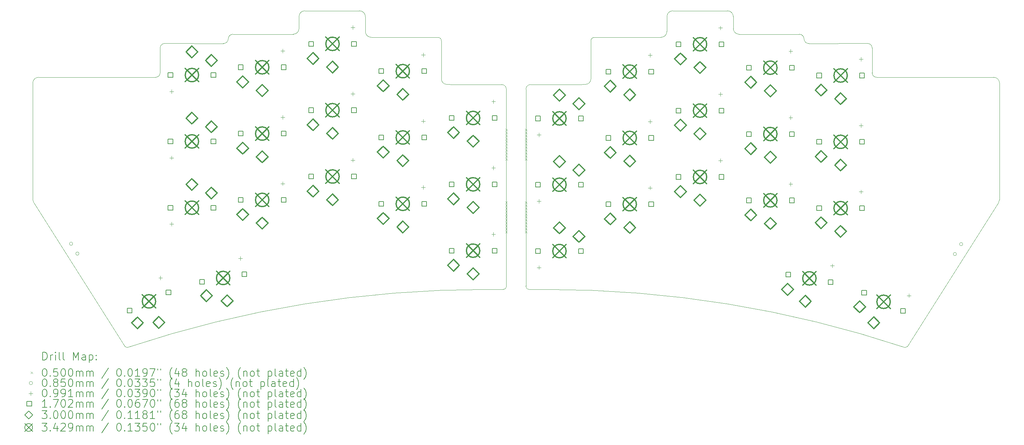
<source format=gbr>
%TF.GenerationSoftware,KiCad,Pcbnew,7.0.6*%
%TF.CreationDate,2024-10-08T23:05:20+02:00*%
%TF.ProjectId,KoalaKeeb_v1,4b6f616c-614b-4656-9562-5f76312e6b69,rev?*%
%TF.SameCoordinates,Original*%
%TF.FileFunction,Drillmap*%
%TF.FilePolarity,Positive*%
%FSLAX45Y45*%
G04 Gerber Fmt 4.5, Leading zero omitted, Abs format (unit mm)*
G04 Created by KiCad (PCBNEW 7.0.6) date 2024-10-08 23:05:20*
%MOMM*%
%LPD*%
G01*
G04 APERTURE LIST*
%ADD10C,0.100000*%
%ADD11C,0.200000*%
%ADD12C,0.050000*%
%ADD13C,0.085000*%
%ADD14C,0.099060*%
%ADD15C,0.170180*%
%ADD16C,0.300000*%
%ADD17C,0.342900*%
G04 APERTURE END LIST*
D10*
X16935788Y-4345065D02*
X16749788Y-4347061D01*
X20720789Y-2609061D02*
G75*
G03*
X20570788Y-2459061I-149999J1D01*
G01*
X11299048Y-2988962D02*
G75*
G03*
X11449042Y-3138962I150002J2D01*
G01*
X14909042Y-5488962D02*
X14909042Y-6208962D01*
X27537185Y-4311101D02*
X27535185Y-7307101D01*
X15530787Y-4348645D02*
X16749788Y-4347061D01*
X14789043Y-4348546D02*
X13570042Y-4346962D01*
X27512451Y-7374269D02*
G75*
G03*
X27535185Y-7307101I-126271J80170D01*
G01*
X2784645Y-7307002D02*
G75*
G03*
X2807379Y-7374170I149005J13002D01*
G01*
X19020788Y-2989061D02*
X19020788Y-2609061D01*
X13246048Y-4207962D02*
G75*
G03*
X13384042Y-4344966I138002J1002D01*
G01*
X20720789Y-2919061D02*
G75*
G03*
X20866854Y-3059187I146071J6071D01*
G01*
X14359042Y-9601602D02*
X14829042Y-9598962D01*
X19170788Y-2459068D02*
G75*
G03*
X19020788Y-2609061I-8J-149992D01*
G01*
X22655935Y-3298751D02*
X24155641Y-3293792D01*
X15411186Y-9511101D02*
G75*
G03*
X15490788Y-9599061I79604J-7959D01*
G01*
X2782645Y-4311002D02*
X2784645Y-7307002D01*
X2930645Y-4163005D02*
G75*
G03*
X2782645Y-4311002I-5J-147995D01*
G01*
X24276058Y-3414208D02*
G75*
G03*
X24155641Y-3293792I-120428J-12D01*
G01*
X9452976Y-3059088D02*
G75*
G03*
X9599042Y-2918962I-6J146198D01*
G01*
X13246053Y-3229962D02*
G75*
G03*
X13157042Y-3139962I-90003J2D01*
G01*
X13384042Y-4344966D02*
X13570042Y-4346962D01*
X7663895Y-3298652D02*
X6164189Y-3293693D01*
X5930645Y-4163009D02*
G75*
G03*
X6043645Y-4051002I-5J113009D01*
G01*
X5930645Y-4163006D02*
X2930645Y-4163002D01*
X14829042Y-9598962D02*
G75*
G03*
X14908645Y-9511002I-2J80002D01*
G01*
X27537179Y-4311101D02*
G75*
G03*
X27389185Y-4163101I-147999J1D01*
G01*
X24276057Y-3414208D02*
X24276185Y-4051101D01*
X5145046Y-11062317D02*
G75*
G03*
X5238734Y-11078040I54595J38317D01*
G01*
X25081095Y-11078139D02*
G75*
G03*
X15960788Y-9601701I-9120305J-27430921D01*
G01*
X18870788Y-3139068D02*
G75*
G03*
X19020788Y-2989061I-8J150008D01*
G01*
X6164189Y-3293693D02*
G75*
G03*
X6043773Y-3414109I11J-120427D01*
G01*
X16935788Y-4345062D02*
G75*
G03*
X17073788Y-4208061I2J138002D01*
G01*
X17073783Y-3230061D02*
X17073788Y-4208061D01*
X14909454Y-4468962D02*
G75*
G03*
X14789043Y-4348546I-120424J-9D01*
G01*
X11299042Y-2988962D02*
X11299042Y-2608962D01*
X22531205Y-3179061D02*
G75*
G03*
X22655935Y-3298751I124725J5141D01*
G01*
X20866854Y-3059187D02*
X22410788Y-3059061D01*
X14908645Y-9511002D02*
X14909042Y-6208962D01*
X2807645Y-7374002D02*
X5145051Y-11062313D01*
X15410788Y-5489061D02*
X15410788Y-6209061D01*
X7663895Y-3298652D02*
G75*
G03*
X7788626Y-3178962I5J124832D01*
G01*
X14359042Y-9601603D02*
G75*
G03*
X5238735Y-11078041I-2J-28907357D01*
G01*
X27512185Y-7374101D02*
X25174778Y-11062412D01*
X15411185Y-9511101D02*
X15410788Y-6209061D01*
X15530787Y-4348653D02*
G75*
G03*
X15410373Y-4469061I3J-120417D01*
G01*
X11299048Y-2608962D02*
G75*
G03*
X11149042Y-2458962I-149998J2D01*
G01*
X9452976Y-3059088D02*
X7909042Y-3058962D01*
X15960788Y-9601701D02*
X15490788Y-9599061D01*
X19170788Y-2459061D02*
X20570788Y-2459061D01*
X11149042Y-2458962D02*
X9749042Y-2458962D01*
X13157042Y-3139962D02*
X11449042Y-3138962D01*
X7909042Y-3058546D02*
G75*
G03*
X7788626Y-3178962I8J-120424D01*
G01*
X15410373Y-4469061D02*
X15410788Y-5489061D01*
X9749042Y-2458962D02*
G75*
G03*
X9599042Y-2608962I-2J-149998D01*
G01*
X6043773Y-3414109D02*
X6043645Y-4051002D01*
X9599042Y-2608962D02*
X9599042Y-2918962D01*
X25081091Y-11078145D02*
G75*
G03*
X25174778Y-11062412I39089J54045D01*
G01*
X22531205Y-3179061D02*
G75*
G03*
X22410788Y-3058645I-120425J-9D01*
G01*
X24389185Y-4163105D02*
X27389185Y-4163101D01*
X20720788Y-2609061D02*
X20720788Y-2919061D01*
X24276179Y-4051101D02*
G75*
G03*
X24389185Y-4163105I113001J1001D01*
G01*
X17162788Y-3140061D02*
X18870788Y-3139061D01*
X14909457Y-4468962D02*
X14909042Y-5488962D01*
X13246047Y-3229962D02*
X13246042Y-4207962D01*
X17162788Y-3140058D02*
G75*
G03*
X17073783Y-3230061I1002J-90002D01*
G01*
D11*
D12*
X14885000Y-7349000D02*
X14935000Y-7399000D01*
X14935000Y-7349000D02*
X14885000Y-7399000D01*
X14885000Y-7424000D02*
X14935000Y-7474000D01*
X14935000Y-7424000D02*
X14885000Y-7474000D01*
X14885000Y-7499000D02*
X14935000Y-7549000D01*
X14935000Y-7499000D02*
X14885000Y-7549000D01*
X14885000Y-7574000D02*
X14935000Y-7624000D01*
X14935000Y-7574000D02*
X14885000Y-7624000D01*
X14885000Y-7649000D02*
X14935000Y-7699000D01*
X14935000Y-7649000D02*
X14885000Y-7699000D01*
X14885000Y-7724000D02*
X14935000Y-7774000D01*
X14935000Y-7724000D02*
X14885000Y-7774000D01*
X14885000Y-7799000D02*
X14935000Y-7849000D01*
X14935000Y-7799000D02*
X14885000Y-7849000D01*
X14885000Y-7874000D02*
X14935000Y-7924000D01*
X14935000Y-7874000D02*
X14885000Y-7924000D01*
X14885000Y-7949000D02*
X14935000Y-7999000D01*
X14935000Y-7949000D02*
X14885000Y-7999000D01*
X14885000Y-8024000D02*
X14935000Y-8074000D01*
X14935000Y-8024000D02*
X14885000Y-8074000D01*
X14885000Y-8024000D02*
X14935000Y-8074000D01*
X14935000Y-8024000D02*
X14885000Y-8074000D01*
X14885000Y-8099000D02*
X14935000Y-8149000D01*
X14935000Y-8099000D02*
X14885000Y-8149000D01*
X14887000Y-5485000D02*
X14937000Y-5535000D01*
X14937000Y-5485000D02*
X14887000Y-5535000D01*
X14887000Y-5560000D02*
X14937000Y-5610000D01*
X14937000Y-5560000D02*
X14887000Y-5610000D01*
X14887000Y-5635000D02*
X14937000Y-5685000D01*
X14937000Y-5635000D02*
X14887000Y-5685000D01*
X14887000Y-5710000D02*
X14937000Y-5760000D01*
X14937000Y-5710000D02*
X14887000Y-5760000D01*
X14887000Y-5785000D02*
X14937000Y-5835000D01*
X14937000Y-5785000D02*
X14887000Y-5835000D01*
X14887000Y-5860000D02*
X14937000Y-5910000D01*
X14937000Y-5860000D02*
X14887000Y-5910000D01*
X14887000Y-5935000D02*
X14937000Y-5985000D01*
X14937000Y-5935000D02*
X14887000Y-5985000D01*
X14887000Y-6010000D02*
X14937000Y-6060000D01*
X14937000Y-6010000D02*
X14887000Y-6060000D01*
X14887000Y-6085000D02*
X14937000Y-6135000D01*
X14937000Y-6085000D02*
X14887000Y-6135000D01*
X14887000Y-6160000D02*
X14937000Y-6210000D01*
X14937000Y-6160000D02*
X14887000Y-6210000D01*
X14887000Y-6160000D02*
X14937000Y-6210000D01*
X14937000Y-6160000D02*
X14887000Y-6210000D01*
X14887000Y-6235000D02*
X14937000Y-6285000D01*
X14937000Y-6235000D02*
X14887000Y-6285000D01*
X15385000Y-7349000D02*
X15435000Y-7399000D01*
X15435000Y-7349000D02*
X15385000Y-7399000D01*
X15385000Y-7424000D02*
X15435000Y-7474000D01*
X15435000Y-7424000D02*
X15385000Y-7474000D01*
X15385000Y-7499000D02*
X15435000Y-7549000D01*
X15435000Y-7499000D02*
X15385000Y-7549000D01*
X15385000Y-7574000D02*
X15435000Y-7624000D01*
X15435000Y-7574000D02*
X15385000Y-7624000D01*
X15385000Y-7649000D02*
X15435000Y-7699000D01*
X15435000Y-7649000D02*
X15385000Y-7699000D01*
X15385000Y-7724000D02*
X15435000Y-7774000D01*
X15435000Y-7724000D02*
X15385000Y-7774000D01*
X15385000Y-7799000D02*
X15435000Y-7849000D01*
X15435000Y-7799000D02*
X15385000Y-7849000D01*
X15385000Y-7874000D02*
X15435000Y-7924000D01*
X15435000Y-7874000D02*
X15385000Y-7924000D01*
X15385000Y-7949000D02*
X15435000Y-7999000D01*
X15435000Y-7949000D02*
X15385000Y-7999000D01*
X15385000Y-8024000D02*
X15435000Y-8074000D01*
X15435000Y-8024000D02*
X15385000Y-8074000D01*
X15385000Y-8024000D02*
X15435000Y-8074000D01*
X15435000Y-8024000D02*
X15385000Y-8074000D01*
X15385000Y-8099000D02*
X15435000Y-8149000D01*
X15435000Y-8099000D02*
X15385000Y-8149000D01*
X15387000Y-5485000D02*
X15437000Y-5535000D01*
X15437000Y-5485000D02*
X15387000Y-5535000D01*
X15387000Y-5560000D02*
X15437000Y-5610000D01*
X15437000Y-5560000D02*
X15387000Y-5610000D01*
X15387000Y-5635000D02*
X15437000Y-5685000D01*
X15437000Y-5635000D02*
X15387000Y-5685000D01*
X15387000Y-5710000D02*
X15437000Y-5760000D01*
X15437000Y-5710000D02*
X15387000Y-5760000D01*
X15387000Y-5785000D02*
X15437000Y-5835000D01*
X15437000Y-5785000D02*
X15387000Y-5835000D01*
X15387000Y-5860000D02*
X15437000Y-5910000D01*
X15437000Y-5860000D02*
X15387000Y-5910000D01*
X15387000Y-5935000D02*
X15437000Y-5985000D01*
X15437000Y-5935000D02*
X15387000Y-5985000D01*
X15387000Y-6010000D02*
X15437000Y-6060000D01*
X15437000Y-6010000D02*
X15387000Y-6060000D01*
X15387000Y-6085000D02*
X15437000Y-6135000D01*
X15437000Y-6085000D02*
X15387000Y-6135000D01*
X15387000Y-6160000D02*
X15437000Y-6210000D01*
X15437000Y-6160000D02*
X15387000Y-6210000D01*
X15387000Y-6160000D02*
X15437000Y-6210000D01*
X15437000Y-6160000D02*
X15387000Y-6210000D01*
X15387000Y-6235000D02*
X15437000Y-6285000D01*
X15437000Y-6235000D02*
X15387000Y-6285000D01*
D13*
X3805771Y-8429353D02*
G75*
G03*
X3805771Y-8429353I-42500J0D01*
G01*
X3966519Y-8682651D02*
G75*
G03*
X3966519Y-8682651I-42500J0D01*
G01*
X26436914Y-8692710D02*
G75*
G03*
X26436914Y-8692710I-42500J0D01*
G01*
X26597662Y-8439412D02*
G75*
G03*
X26597662Y-8439412I-42500J0D01*
G01*
D14*
X6053238Y-9255216D02*
X6053238Y-9354276D01*
X6003708Y-9304746D02*
X6102768Y-9304746D01*
X6335645Y-4476472D02*
X6335645Y-4575532D01*
X6286115Y-4526002D02*
X6385175Y-4526002D01*
X6335645Y-6176472D02*
X6335645Y-6275532D01*
X6286115Y-6226002D02*
X6385175Y-6226002D01*
X6335645Y-7876472D02*
X6335645Y-7975532D01*
X6286115Y-7926002D02*
X6385175Y-7926002D01*
X8098782Y-8752208D02*
X8098782Y-8851268D01*
X8049252Y-8801738D02*
X8148312Y-8801738D01*
X9179645Y-3436472D02*
X9179645Y-3535532D01*
X9130115Y-3486002D02*
X9229175Y-3486002D01*
X9179645Y-5136472D02*
X9179645Y-5235532D01*
X9130115Y-5186002D02*
X9229175Y-5186002D01*
X9179645Y-6836472D02*
X9179645Y-6935532D01*
X9130115Y-6886002D02*
X9229175Y-6886002D01*
X10979645Y-2836472D02*
X10979645Y-2935532D01*
X10930115Y-2886002D02*
X11029175Y-2886002D01*
X10979645Y-4536472D02*
X10979645Y-4635532D01*
X10930115Y-4586002D02*
X11029175Y-4586002D01*
X10979645Y-6236472D02*
X10979645Y-6335532D01*
X10930115Y-6286002D02*
X11029175Y-6286002D01*
X12779645Y-3536472D02*
X12779645Y-3635532D01*
X12730115Y-3586002D02*
X12829175Y-3586002D01*
X12779645Y-5236472D02*
X12779645Y-5335532D01*
X12730115Y-5286002D02*
X12829175Y-5286002D01*
X12779645Y-6936472D02*
X12779645Y-7035532D01*
X12730115Y-6986002D02*
X12829175Y-6986002D01*
X14579645Y-4736472D02*
X14579645Y-4835532D01*
X14530115Y-4786002D02*
X14629175Y-4786002D01*
X14579645Y-6436472D02*
X14579645Y-6535532D01*
X14530115Y-6486002D02*
X14629175Y-6486002D01*
X14579645Y-8136472D02*
X14579645Y-8235532D01*
X14530115Y-8186002D02*
X14629175Y-8186002D01*
X15746788Y-5587531D02*
X15746788Y-5686591D01*
X15697258Y-5637061D02*
X15796318Y-5637061D01*
X15746788Y-7287531D02*
X15746788Y-7386591D01*
X15697258Y-7337061D02*
X15796318Y-7337061D01*
X15746788Y-8987531D02*
X15746788Y-9086591D01*
X15697258Y-9037061D02*
X15796318Y-9037061D01*
X18590788Y-3547531D02*
X18590788Y-3646591D01*
X18541258Y-3597061D02*
X18640318Y-3597061D01*
X18590788Y-5247531D02*
X18590788Y-5346591D01*
X18541258Y-5297061D02*
X18640318Y-5297061D01*
X18590788Y-6947531D02*
X18590788Y-7046591D01*
X18541258Y-6997061D02*
X18640318Y-6997061D01*
X20390788Y-2847531D02*
X20390788Y-2946591D01*
X20341258Y-2897061D02*
X20440318Y-2897061D01*
X20390788Y-4547531D02*
X20390788Y-4646591D01*
X20341258Y-4597061D02*
X20440318Y-4597061D01*
X20390788Y-6247531D02*
X20390788Y-6346591D01*
X20341258Y-6297061D02*
X20440318Y-6297061D01*
X22190788Y-3447531D02*
X22190788Y-3546591D01*
X22141258Y-3497061D02*
X22240318Y-3497061D01*
X22190788Y-5147531D02*
X22190788Y-5246591D01*
X22141258Y-5197061D02*
X22240318Y-5197061D01*
X22190788Y-6847531D02*
X22190788Y-6946591D01*
X22141258Y-6897061D02*
X22240318Y-6897061D01*
X23255790Y-8944556D02*
X23255790Y-9043616D01*
X23206260Y-8994086D02*
X23305320Y-8994086D01*
X23990788Y-3647531D02*
X23990788Y-3746591D01*
X23941258Y-3697061D02*
X24040318Y-3697061D01*
X23990788Y-5347531D02*
X23990788Y-5446591D01*
X23941258Y-5397061D02*
X24040318Y-5397061D01*
X23990788Y-7047531D02*
X23990788Y-7146591D01*
X23941258Y-7097061D02*
X24040318Y-7097061D01*
X25219380Y-9707489D02*
X25219380Y-9806549D01*
X25169850Y-9757019D02*
X25268910Y-9757019D01*
D15*
X5319344Y-10198610D02*
X5319344Y-10078273D01*
X5199007Y-10078273D01*
X5199007Y-10198610D01*
X5319344Y-10198610D01*
X6316282Y-9733730D02*
X6316282Y-9613393D01*
X6195946Y-9613393D01*
X6195946Y-9733730D01*
X6316282Y-9733730D01*
X6367813Y-4166170D02*
X6367813Y-4045833D01*
X6247476Y-4045833D01*
X6247476Y-4166170D01*
X6367813Y-4166170D01*
X6367813Y-5866170D02*
X6367813Y-5745833D01*
X6247476Y-5745833D01*
X6247476Y-5866170D01*
X6367813Y-5866170D01*
X6367813Y-7566170D02*
X6367813Y-7445833D01*
X6247476Y-7445833D01*
X6247476Y-7566170D01*
X6367813Y-7566170D01*
X7176169Y-9461677D02*
X7176169Y-9341340D01*
X7055832Y-9341340D01*
X7055832Y-9461677D01*
X7176169Y-9461677D01*
X7467813Y-4166170D02*
X7467813Y-4045833D01*
X7347476Y-4045833D01*
X7347476Y-4166170D01*
X7467813Y-4166170D01*
X7467813Y-5866170D02*
X7467813Y-5745833D01*
X7347476Y-5745833D01*
X7347476Y-5866170D01*
X7467813Y-5866170D01*
X7467813Y-7566170D02*
X7467813Y-7445833D01*
X7347476Y-7445833D01*
X7347476Y-7566170D01*
X7467813Y-7566170D01*
X8167813Y-3966170D02*
X8167813Y-3845833D01*
X8047476Y-3845833D01*
X8047476Y-3966170D01*
X8167813Y-3966170D01*
X8167813Y-5666170D02*
X8167813Y-5545833D01*
X8047476Y-5545833D01*
X8047476Y-5666170D01*
X8167813Y-5666170D01*
X8167813Y-7366170D02*
X8167813Y-7245833D01*
X8047476Y-7245833D01*
X8047476Y-7366170D01*
X8167813Y-7366170D01*
X8259457Y-9270664D02*
X8259457Y-9150327D01*
X8139121Y-9150327D01*
X8139121Y-9270664D01*
X8259457Y-9270664D01*
X9267813Y-3966170D02*
X9267813Y-3845833D01*
X9147476Y-3845833D01*
X9147476Y-3966170D01*
X9267813Y-3966170D01*
X9267813Y-5666170D02*
X9267813Y-5545833D01*
X9147476Y-5545833D01*
X9147476Y-5666170D01*
X9267813Y-5666170D01*
X9267813Y-7366170D02*
X9267813Y-7245833D01*
X9147476Y-7245833D01*
X9147476Y-7366170D01*
X9267813Y-7366170D01*
X9967813Y-3366170D02*
X9967813Y-3245833D01*
X9847476Y-3245833D01*
X9847476Y-3366170D01*
X9967813Y-3366170D01*
X9967813Y-5066170D02*
X9967813Y-4945833D01*
X9847476Y-4945833D01*
X9847476Y-5066170D01*
X9967813Y-5066170D01*
X9967813Y-6766170D02*
X9967813Y-6645833D01*
X9847476Y-6645833D01*
X9847476Y-6766170D01*
X9967813Y-6766170D01*
X11067813Y-3366170D02*
X11067813Y-3245833D01*
X10947476Y-3245833D01*
X10947476Y-3366170D01*
X11067813Y-3366170D01*
X11067813Y-5066170D02*
X11067813Y-4945833D01*
X10947476Y-4945833D01*
X10947476Y-5066170D01*
X11067813Y-5066170D01*
X11067813Y-6766170D02*
X11067813Y-6645833D01*
X10947476Y-6645833D01*
X10947476Y-6766170D01*
X11067813Y-6766170D01*
X11767813Y-4066170D02*
X11767813Y-3945833D01*
X11647476Y-3945833D01*
X11647476Y-4066170D01*
X11767813Y-4066170D01*
X11767813Y-5766170D02*
X11767813Y-5645833D01*
X11647476Y-5645833D01*
X11647476Y-5766170D01*
X11767813Y-5766170D01*
X11767813Y-7466170D02*
X11767813Y-7345833D01*
X11647476Y-7345833D01*
X11647476Y-7466170D01*
X11767813Y-7466170D01*
X12867813Y-4066170D02*
X12867813Y-3945833D01*
X12747476Y-3945833D01*
X12747476Y-4066170D01*
X12867813Y-4066170D01*
X12867813Y-5766170D02*
X12867813Y-5645833D01*
X12747476Y-5645833D01*
X12747476Y-5766170D01*
X12867813Y-5766170D01*
X12867813Y-7466170D02*
X12867813Y-7345833D01*
X12747476Y-7345833D01*
X12747476Y-7466170D01*
X12867813Y-7466170D01*
X13567813Y-5266170D02*
X13567813Y-5145833D01*
X13447476Y-5145833D01*
X13447476Y-5266170D01*
X13567813Y-5266170D01*
X13567813Y-6966170D02*
X13567813Y-6845833D01*
X13447476Y-6845833D01*
X13447476Y-6966170D01*
X13567813Y-6966170D01*
X13567813Y-8666170D02*
X13567813Y-8545833D01*
X13447476Y-8545833D01*
X13447476Y-8666170D01*
X13567813Y-8666170D01*
X14667813Y-5266170D02*
X14667813Y-5145833D01*
X14547476Y-5145833D01*
X14547476Y-5266170D01*
X14667813Y-5266170D01*
X14667813Y-6966170D02*
X14667813Y-6845833D01*
X14547476Y-6845833D01*
X14547476Y-6966170D01*
X14667813Y-6966170D01*
X14667813Y-8666170D02*
X14667813Y-8545833D01*
X14547476Y-8545833D01*
X14547476Y-8666170D01*
X14667813Y-8666170D01*
X15778956Y-5277229D02*
X15778956Y-5156893D01*
X15658620Y-5156893D01*
X15658620Y-5277229D01*
X15778956Y-5277229D01*
X15778956Y-6977229D02*
X15778956Y-6856893D01*
X15658620Y-6856893D01*
X15658620Y-6977229D01*
X15778956Y-6977229D01*
X15778956Y-8677229D02*
X15778956Y-8556893D01*
X15658620Y-8556893D01*
X15658620Y-8677229D01*
X15778956Y-8677229D01*
X16878956Y-5277229D02*
X16878956Y-5156893D01*
X16758620Y-5156893D01*
X16758620Y-5277229D01*
X16878956Y-5277229D01*
X16878956Y-6977229D02*
X16878956Y-6856893D01*
X16758620Y-6856893D01*
X16758620Y-6977229D01*
X16878956Y-6977229D01*
X16878956Y-8677229D02*
X16878956Y-8556893D01*
X16758620Y-8556893D01*
X16758620Y-8677229D01*
X16878956Y-8677229D01*
X17578956Y-4077229D02*
X17578956Y-3956893D01*
X17458620Y-3956893D01*
X17458620Y-4077229D01*
X17578956Y-4077229D01*
X17578956Y-5777229D02*
X17578956Y-5656893D01*
X17458620Y-5656893D01*
X17458620Y-5777229D01*
X17578956Y-5777229D01*
X17578956Y-7477229D02*
X17578956Y-7356893D01*
X17458620Y-7356893D01*
X17458620Y-7477229D01*
X17578956Y-7477229D01*
X18678956Y-4077229D02*
X18678956Y-3956893D01*
X18558620Y-3956893D01*
X18558620Y-4077229D01*
X18678956Y-4077229D01*
X18678956Y-5777229D02*
X18678956Y-5656893D01*
X18558620Y-5656893D01*
X18558620Y-5777229D01*
X18678956Y-5777229D01*
X18678956Y-7477229D02*
X18678956Y-7356893D01*
X18558620Y-7356893D01*
X18558620Y-7477229D01*
X18678956Y-7477229D01*
X19378956Y-3377229D02*
X19378956Y-3256893D01*
X19258620Y-3256893D01*
X19258620Y-3377229D01*
X19378956Y-3377229D01*
X19378956Y-5077229D02*
X19378956Y-4956893D01*
X19258620Y-4956893D01*
X19258620Y-5077229D01*
X19378956Y-5077229D01*
X19378956Y-6777229D02*
X19378956Y-6656893D01*
X19258620Y-6656893D01*
X19258620Y-6777229D01*
X19378956Y-6777229D01*
X20478956Y-3377229D02*
X20478956Y-3256893D01*
X20358620Y-3256893D01*
X20358620Y-3377229D01*
X20478956Y-3377229D01*
X20478956Y-5077229D02*
X20478956Y-4956893D01*
X20358620Y-4956893D01*
X20358620Y-5077229D01*
X20478956Y-5077229D01*
X20478956Y-6777229D02*
X20478956Y-6656893D01*
X20358620Y-6656893D01*
X20358620Y-6777229D01*
X20478956Y-6777229D01*
X21178956Y-3977229D02*
X21178956Y-3856893D01*
X21058620Y-3856893D01*
X21058620Y-3977229D01*
X21178956Y-3977229D01*
X21178956Y-5677229D02*
X21178956Y-5556893D01*
X21058620Y-5556893D01*
X21058620Y-5677229D01*
X21178956Y-5677229D01*
X21178956Y-7377229D02*
X21178956Y-7256893D01*
X21058620Y-7256893D01*
X21058620Y-7377229D01*
X21178956Y-7377229D01*
X22187312Y-9281723D02*
X22187312Y-9161386D01*
X22066975Y-9161386D01*
X22066975Y-9281723D01*
X22187312Y-9281723D01*
X22278956Y-3977229D02*
X22278956Y-3856893D01*
X22158620Y-3856893D01*
X22158620Y-3977229D01*
X22278956Y-3977229D01*
X22278956Y-5677229D02*
X22278956Y-5556893D01*
X22158620Y-5556893D01*
X22158620Y-5677229D01*
X22278956Y-5677229D01*
X22278956Y-7377229D02*
X22278956Y-7256893D01*
X22158620Y-7256893D01*
X22158620Y-7377229D01*
X22278956Y-7377229D01*
X22978956Y-4177229D02*
X22978956Y-4056893D01*
X22858620Y-4056893D01*
X22858620Y-4177229D01*
X22978956Y-4177229D01*
X22978956Y-5877229D02*
X22978956Y-5756893D01*
X22858620Y-5756893D01*
X22858620Y-5877229D01*
X22978956Y-5877229D01*
X22978956Y-7577229D02*
X22978956Y-7456893D01*
X22858620Y-7456893D01*
X22858620Y-7577229D01*
X22978956Y-7577229D01*
X23270601Y-9472736D02*
X23270601Y-9352399D01*
X23150264Y-9352399D01*
X23150264Y-9472736D01*
X23270601Y-9472736D01*
X24078956Y-4177229D02*
X24078956Y-4056893D01*
X23958620Y-4056893D01*
X23958620Y-4177229D01*
X24078956Y-4177229D01*
X24078956Y-5877229D02*
X24078956Y-5756893D01*
X23958620Y-5756893D01*
X23958620Y-5877229D01*
X24078956Y-5877229D01*
X24078956Y-7577229D02*
X24078956Y-7456893D01*
X23958620Y-7456893D01*
X23958620Y-7577229D01*
X24078956Y-7577229D01*
X24130487Y-9744789D02*
X24130487Y-9624453D01*
X24010150Y-9624453D01*
X24010150Y-9744789D01*
X24130487Y-9744789D01*
X25127426Y-10209669D02*
X25127426Y-10089333D01*
X25007089Y-10089333D01*
X25007089Y-10209669D01*
X25127426Y-10209669D01*
D16*
X5462973Y-10607176D02*
X5612973Y-10457176D01*
X5462973Y-10307176D01*
X5312973Y-10457176D01*
X5462973Y-10607176D01*
X6009103Y-10595255D02*
X6159103Y-10445255D01*
X6009103Y-10295255D01*
X5859103Y-10445255D01*
X6009103Y-10595255D01*
X6857645Y-3661002D02*
X7007645Y-3511002D01*
X6857645Y-3361002D01*
X6707645Y-3511002D01*
X6857645Y-3661002D01*
X6857645Y-5361002D02*
X7007645Y-5211002D01*
X6857645Y-5061002D01*
X6707645Y-5211002D01*
X6857645Y-5361002D01*
X6857645Y-7061002D02*
X7007645Y-6911002D01*
X6857645Y-6761002D01*
X6707645Y-6911002D01*
X6857645Y-7061002D01*
X7230359Y-9912129D02*
X7380359Y-9762129D01*
X7230359Y-9612129D01*
X7080359Y-9762129D01*
X7230359Y-9912129D01*
X7357645Y-3881002D02*
X7507645Y-3731002D01*
X7357645Y-3581002D01*
X7207645Y-3731002D01*
X7357645Y-3881002D01*
X7357645Y-5581002D02*
X7507645Y-5431002D01*
X7357645Y-5281002D01*
X7207645Y-5431002D01*
X7357645Y-5581002D01*
X7357645Y-7281002D02*
X7507645Y-7131002D01*
X7357645Y-6981002D01*
X7207645Y-7131002D01*
X7357645Y-7281002D01*
X7760965Y-10041962D02*
X7910965Y-9891962D01*
X7760965Y-9741962D01*
X7610965Y-9891962D01*
X7760965Y-10041962D01*
X8157645Y-4431002D02*
X8307645Y-4281002D01*
X8157645Y-4131002D01*
X8007645Y-4281002D01*
X8157645Y-4431002D01*
X8157645Y-6131002D02*
X8307645Y-5981002D01*
X8157645Y-5831002D01*
X8007645Y-5981002D01*
X8157645Y-6131002D01*
X8157645Y-7831002D02*
X8307645Y-7681002D01*
X8157645Y-7531002D01*
X8007645Y-7681002D01*
X8157645Y-7831002D01*
X8657645Y-4651002D02*
X8807645Y-4501002D01*
X8657645Y-4351002D01*
X8507645Y-4501002D01*
X8657645Y-4651002D01*
X8657645Y-6351002D02*
X8807645Y-6201002D01*
X8657645Y-6051002D01*
X8507645Y-6201002D01*
X8657645Y-6351002D01*
X8657645Y-8051002D02*
X8807645Y-7901002D01*
X8657645Y-7751002D01*
X8507645Y-7901002D01*
X8657645Y-8051002D01*
X9957645Y-3831002D02*
X10107645Y-3681002D01*
X9957645Y-3531002D01*
X9807645Y-3681002D01*
X9957645Y-3831002D01*
X9957645Y-5531002D02*
X10107645Y-5381002D01*
X9957645Y-5231002D01*
X9807645Y-5381002D01*
X9957645Y-5531002D01*
X9957645Y-7231002D02*
X10107645Y-7081002D01*
X9957645Y-6931002D01*
X9807645Y-7081002D01*
X9957645Y-7231002D01*
X10457645Y-4051002D02*
X10607645Y-3901002D01*
X10457645Y-3751002D01*
X10307645Y-3901002D01*
X10457645Y-4051002D01*
X10457645Y-5751002D02*
X10607645Y-5601002D01*
X10457645Y-5451002D01*
X10307645Y-5601002D01*
X10457645Y-5751002D01*
X10457645Y-7451002D02*
X10607645Y-7301002D01*
X10457645Y-7151002D01*
X10307645Y-7301002D01*
X10457645Y-7451002D01*
X11757645Y-4531002D02*
X11907645Y-4381002D01*
X11757645Y-4231002D01*
X11607645Y-4381002D01*
X11757645Y-4531002D01*
X11757645Y-6231002D02*
X11907645Y-6081002D01*
X11757645Y-5931002D01*
X11607645Y-6081002D01*
X11757645Y-6231002D01*
X11757645Y-7931002D02*
X11907645Y-7781002D01*
X11757645Y-7631002D01*
X11607645Y-7781002D01*
X11757645Y-7931002D01*
X12257645Y-4751002D02*
X12407645Y-4601002D01*
X12257645Y-4451002D01*
X12107645Y-4601002D01*
X12257645Y-4751002D01*
X12257645Y-6451002D02*
X12407645Y-6301002D01*
X12257645Y-6151002D01*
X12107645Y-6301002D01*
X12257645Y-6451002D01*
X12257645Y-8151002D02*
X12407645Y-8001002D01*
X12257645Y-7851002D01*
X12107645Y-8001002D01*
X12257645Y-8151002D01*
X13557645Y-5731002D02*
X13707645Y-5581002D01*
X13557645Y-5431002D01*
X13407645Y-5581002D01*
X13557645Y-5731002D01*
X13557645Y-7431002D02*
X13707645Y-7281002D01*
X13557645Y-7131002D01*
X13407645Y-7281002D01*
X13557645Y-7431002D01*
X13557645Y-9131002D02*
X13707645Y-8981002D01*
X13557645Y-8831002D01*
X13407645Y-8981002D01*
X13557645Y-9131002D01*
X14057645Y-5951002D02*
X14207645Y-5801002D01*
X14057645Y-5651002D01*
X13907645Y-5801002D01*
X14057645Y-5951002D01*
X14057645Y-7651002D02*
X14207645Y-7501002D01*
X14057645Y-7351002D01*
X13907645Y-7501002D01*
X14057645Y-7651002D01*
X14057645Y-9351002D02*
X14207645Y-9201002D01*
X14057645Y-9051002D01*
X13907645Y-9201002D01*
X14057645Y-9351002D01*
X16268788Y-4772061D02*
X16418788Y-4622061D01*
X16268788Y-4472061D01*
X16118788Y-4622061D01*
X16268788Y-4772061D01*
X16268788Y-6472061D02*
X16418788Y-6322061D01*
X16268788Y-6172061D01*
X16118788Y-6322061D01*
X16268788Y-6472061D01*
X16268788Y-8172061D02*
X16418788Y-8022061D01*
X16268788Y-7872061D01*
X16118788Y-8022061D01*
X16268788Y-8172061D01*
X16768788Y-4992061D02*
X16918788Y-4842061D01*
X16768788Y-4692061D01*
X16618788Y-4842061D01*
X16768788Y-4992061D01*
X16768788Y-6692061D02*
X16918788Y-6542061D01*
X16768788Y-6392061D01*
X16618788Y-6542061D01*
X16768788Y-6692061D01*
X16768788Y-8392061D02*
X16918788Y-8242061D01*
X16768788Y-8092061D01*
X16618788Y-8242061D01*
X16768788Y-8392061D01*
X17568788Y-4542061D02*
X17718788Y-4392061D01*
X17568788Y-4242061D01*
X17418788Y-4392061D01*
X17568788Y-4542061D01*
X17568788Y-6242061D02*
X17718788Y-6092061D01*
X17568788Y-5942061D01*
X17418788Y-6092061D01*
X17568788Y-6242061D01*
X17568788Y-7942061D02*
X17718788Y-7792061D01*
X17568788Y-7642061D01*
X17418788Y-7792061D01*
X17568788Y-7942061D01*
X18068788Y-4762061D02*
X18218788Y-4612061D01*
X18068788Y-4462061D01*
X17918788Y-4612061D01*
X18068788Y-4762061D01*
X18068788Y-6462061D02*
X18218788Y-6312061D01*
X18068788Y-6162061D01*
X17918788Y-6312061D01*
X18068788Y-6462061D01*
X18068788Y-8162061D02*
X18218788Y-8012061D01*
X18068788Y-7862061D01*
X17918788Y-8012061D01*
X18068788Y-8162061D01*
X19368788Y-3842061D02*
X19518788Y-3692061D01*
X19368788Y-3542061D01*
X19218788Y-3692061D01*
X19368788Y-3842061D01*
X19368788Y-5542061D02*
X19518788Y-5392061D01*
X19368788Y-5242061D01*
X19218788Y-5392061D01*
X19368788Y-5542061D01*
X19368788Y-7242061D02*
X19518788Y-7092061D01*
X19368788Y-6942061D01*
X19218788Y-7092061D01*
X19368788Y-7242061D01*
X19868788Y-4062061D02*
X20018788Y-3912061D01*
X19868788Y-3762061D01*
X19718788Y-3912061D01*
X19868788Y-4062061D01*
X19868788Y-5762061D02*
X20018788Y-5612061D01*
X19868788Y-5462061D01*
X19718788Y-5612061D01*
X19868788Y-5762061D01*
X19868788Y-7462061D02*
X20018788Y-7312061D01*
X19868788Y-7162061D01*
X19718788Y-7312061D01*
X19868788Y-7462061D01*
X21168788Y-4442061D02*
X21318788Y-4292061D01*
X21168788Y-4142061D01*
X21018788Y-4292061D01*
X21168788Y-4442061D01*
X21168788Y-6142061D02*
X21318788Y-5992061D01*
X21168788Y-5842061D01*
X21018788Y-5992061D01*
X21168788Y-6142061D01*
X21168788Y-7842061D02*
X21318788Y-7692061D01*
X21168788Y-7542061D01*
X21018788Y-7692061D01*
X21168788Y-7842061D01*
X21668788Y-4662061D02*
X21818788Y-4512061D01*
X21668788Y-4362061D01*
X21518788Y-4512061D01*
X21668788Y-4662061D01*
X21668788Y-6362061D02*
X21818788Y-6212061D01*
X21668788Y-6062061D01*
X21518788Y-6212061D01*
X21668788Y-6362061D01*
X21668788Y-8062061D02*
X21818788Y-7912061D01*
X21668788Y-7762061D01*
X21518788Y-7912061D01*
X21668788Y-8062061D01*
X22111266Y-9749540D02*
X22261266Y-9599540D01*
X22111266Y-9449540D01*
X21961266Y-9599540D01*
X22111266Y-9749540D01*
X22565467Y-10053022D02*
X22715467Y-9903022D01*
X22565467Y-9753022D01*
X22415467Y-9903022D01*
X22565467Y-10053022D01*
X22968788Y-4642061D02*
X23118788Y-4492061D01*
X22968788Y-4342061D01*
X22818788Y-4492061D01*
X22968788Y-4642061D01*
X22968788Y-6342061D02*
X23118788Y-6192061D01*
X22968788Y-6042061D01*
X22818788Y-6192061D01*
X22968788Y-6342061D01*
X22968788Y-8042061D02*
X23118788Y-7892061D01*
X22968788Y-7742061D01*
X22818788Y-7892061D01*
X22968788Y-8042061D01*
X23468788Y-4862061D02*
X23618788Y-4712061D01*
X23468788Y-4562061D01*
X23318788Y-4712061D01*
X23468788Y-4862061D01*
X23468788Y-6562061D02*
X23618788Y-6412061D01*
X23468788Y-6262061D01*
X23318788Y-6412061D01*
X23468788Y-6562061D01*
X23468788Y-8262061D02*
X23618788Y-8112061D01*
X23468788Y-7962061D01*
X23318788Y-8112061D01*
X23468788Y-8262061D01*
X23957152Y-10195617D02*
X24107152Y-10045617D01*
X23957152Y-9895617D01*
X23807152Y-10045617D01*
X23957152Y-10195617D01*
X24317330Y-10606314D02*
X24467330Y-10456314D01*
X24317330Y-10306314D01*
X24167330Y-10456314D01*
X24317330Y-10606314D01*
D17*
X5586195Y-9734552D02*
X5929095Y-10077452D01*
X5929095Y-9734552D02*
X5586195Y-10077452D01*
X5929095Y-9906002D02*
G75*
G03*
X5929095Y-9906002I-171450J0D01*
G01*
X6686195Y-3934552D02*
X7029095Y-4277452D01*
X7029095Y-3934552D02*
X6686195Y-4277452D01*
X7029095Y-4106002D02*
G75*
G03*
X7029095Y-4106002I-171450J0D01*
G01*
X6686195Y-5634552D02*
X7029095Y-5977452D01*
X7029095Y-5634552D02*
X6686195Y-5977452D01*
X7029095Y-5806002D02*
G75*
G03*
X7029095Y-5806002I-171450J0D01*
G01*
X6686195Y-7334552D02*
X7029095Y-7677452D01*
X7029095Y-7334552D02*
X6686195Y-7677452D01*
X7029095Y-7506002D02*
G75*
G03*
X7029095Y-7506002I-171450J0D01*
G01*
X7486195Y-9134552D02*
X7829095Y-9477452D01*
X7829095Y-9134552D02*
X7486195Y-9477452D01*
X7829095Y-9306002D02*
G75*
G03*
X7829095Y-9306002I-171450J0D01*
G01*
X8486195Y-3734552D02*
X8829095Y-4077452D01*
X8829095Y-3734552D02*
X8486195Y-4077452D01*
X8829095Y-3906002D02*
G75*
G03*
X8829095Y-3906002I-171450J0D01*
G01*
X8486195Y-5434552D02*
X8829095Y-5777452D01*
X8829095Y-5434552D02*
X8486195Y-5777452D01*
X8829095Y-5606002D02*
G75*
G03*
X8829095Y-5606002I-171450J0D01*
G01*
X8486195Y-7134552D02*
X8829095Y-7477452D01*
X8829095Y-7134552D02*
X8486195Y-7477452D01*
X8829095Y-7306002D02*
G75*
G03*
X8829095Y-7306002I-171450J0D01*
G01*
X10286195Y-3134552D02*
X10629095Y-3477452D01*
X10629095Y-3134552D02*
X10286195Y-3477452D01*
X10629095Y-3306002D02*
G75*
G03*
X10629095Y-3306002I-171450J0D01*
G01*
X10286195Y-4834552D02*
X10629095Y-5177452D01*
X10629095Y-4834552D02*
X10286195Y-5177452D01*
X10629095Y-5006002D02*
G75*
G03*
X10629095Y-5006002I-171450J0D01*
G01*
X10286195Y-6534552D02*
X10629095Y-6877452D01*
X10629095Y-6534552D02*
X10286195Y-6877452D01*
X10629095Y-6706002D02*
G75*
G03*
X10629095Y-6706002I-171450J0D01*
G01*
X12086195Y-3834552D02*
X12429095Y-4177452D01*
X12429095Y-3834552D02*
X12086195Y-4177452D01*
X12429095Y-4006002D02*
G75*
G03*
X12429095Y-4006002I-171450J0D01*
G01*
X12086195Y-5534552D02*
X12429095Y-5877452D01*
X12429095Y-5534552D02*
X12086195Y-5877452D01*
X12429095Y-5706002D02*
G75*
G03*
X12429095Y-5706002I-171450J0D01*
G01*
X12086195Y-7234552D02*
X12429095Y-7577452D01*
X12429095Y-7234552D02*
X12086195Y-7577452D01*
X12429095Y-7406002D02*
G75*
G03*
X12429095Y-7406002I-171450J0D01*
G01*
X13886195Y-5034552D02*
X14229095Y-5377452D01*
X14229095Y-5034552D02*
X13886195Y-5377452D01*
X14229095Y-5206002D02*
G75*
G03*
X14229095Y-5206002I-171450J0D01*
G01*
X13886195Y-6734552D02*
X14229095Y-7077452D01*
X14229095Y-6734552D02*
X13886195Y-7077452D01*
X14229095Y-6906002D02*
G75*
G03*
X14229095Y-6906002I-171450J0D01*
G01*
X13886195Y-8434552D02*
X14229095Y-8777452D01*
X14229095Y-8434552D02*
X13886195Y-8777452D01*
X14229095Y-8606002D02*
G75*
G03*
X14229095Y-8606002I-171450J0D01*
G01*
X16097338Y-5045611D02*
X16440238Y-5388511D01*
X16440238Y-5045611D02*
X16097338Y-5388511D01*
X16440238Y-5217061D02*
G75*
G03*
X16440238Y-5217061I-171450J0D01*
G01*
X16097338Y-6745611D02*
X16440238Y-7088511D01*
X16440238Y-6745611D02*
X16097338Y-7088511D01*
X16440238Y-6917061D02*
G75*
G03*
X16440238Y-6917061I-171450J0D01*
G01*
X16097338Y-8445611D02*
X16440238Y-8788511D01*
X16440238Y-8445611D02*
X16097338Y-8788511D01*
X16440238Y-8617061D02*
G75*
G03*
X16440238Y-8617061I-171450J0D01*
G01*
X17897338Y-3845611D02*
X18240238Y-4188511D01*
X18240238Y-3845611D02*
X17897338Y-4188511D01*
X18240238Y-4017061D02*
G75*
G03*
X18240238Y-4017061I-171450J0D01*
G01*
X17897338Y-5545611D02*
X18240238Y-5888511D01*
X18240238Y-5545611D02*
X17897338Y-5888511D01*
X18240238Y-5717061D02*
G75*
G03*
X18240238Y-5717061I-171450J0D01*
G01*
X17897338Y-7245611D02*
X18240238Y-7588511D01*
X18240238Y-7245611D02*
X17897338Y-7588511D01*
X18240238Y-7417061D02*
G75*
G03*
X18240238Y-7417061I-171450J0D01*
G01*
X19697338Y-3145611D02*
X20040238Y-3488511D01*
X20040238Y-3145611D02*
X19697338Y-3488511D01*
X20040238Y-3317061D02*
G75*
G03*
X20040238Y-3317061I-171450J0D01*
G01*
X19697338Y-4845611D02*
X20040238Y-5188511D01*
X20040238Y-4845611D02*
X19697338Y-5188511D01*
X20040238Y-5017061D02*
G75*
G03*
X20040238Y-5017061I-171450J0D01*
G01*
X19697338Y-6545611D02*
X20040238Y-6888511D01*
X20040238Y-6545611D02*
X19697338Y-6888511D01*
X20040238Y-6717061D02*
G75*
G03*
X20040238Y-6717061I-171450J0D01*
G01*
X21497338Y-3745611D02*
X21840238Y-4088511D01*
X21840238Y-3745611D02*
X21497338Y-4088511D01*
X21840238Y-3917061D02*
G75*
G03*
X21840238Y-3917061I-171450J0D01*
G01*
X21497338Y-5445611D02*
X21840238Y-5788511D01*
X21840238Y-5445611D02*
X21497338Y-5788511D01*
X21840238Y-5617061D02*
G75*
G03*
X21840238Y-5617061I-171450J0D01*
G01*
X21497338Y-7145611D02*
X21840238Y-7488511D01*
X21840238Y-7145611D02*
X21497338Y-7488511D01*
X21840238Y-7317061D02*
G75*
G03*
X21840238Y-7317061I-171450J0D01*
G01*
X22497338Y-9145611D02*
X22840238Y-9488511D01*
X22840238Y-9145611D02*
X22497338Y-9488511D01*
X22840238Y-9317061D02*
G75*
G03*
X22840238Y-9317061I-171450J0D01*
G01*
X23297338Y-3945611D02*
X23640238Y-4288511D01*
X23640238Y-3945611D02*
X23297338Y-4288511D01*
X23640238Y-4117061D02*
G75*
G03*
X23640238Y-4117061I-171450J0D01*
G01*
X23297338Y-5645611D02*
X23640238Y-5988511D01*
X23640238Y-5645611D02*
X23297338Y-5988511D01*
X23640238Y-5817061D02*
G75*
G03*
X23640238Y-5817061I-171450J0D01*
G01*
X23297338Y-7345611D02*
X23640238Y-7688511D01*
X23640238Y-7345611D02*
X23297338Y-7688511D01*
X23640238Y-7517061D02*
G75*
G03*
X23640238Y-7517061I-171450J0D01*
G01*
X24397338Y-9745611D02*
X24740238Y-10088511D01*
X24740238Y-9745611D02*
X24397338Y-10088511D01*
X24740238Y-9917061D02*
G75*
G03*
X24740238Y-9917061I-171450J0D01*
G01*
D11*
X3038421Y-11407283D02*
X3038421Y-11207283D01*
X3038421Y-11207283D02*
X3086040Y-11207283D01*
X3086040Y-11207283D02*
X3114612Y-11216807D01*
X3114612Y-11216807D02*
X3133660Y-11235854D01*
X3133660Y-11235854D02*
X3143183Y-11254902D01*
X3143183Y-11254902D02*
X3152707Y-11292997D01*
X3152707Y-11292997D02*
X3152707Y-11321569D01*
X3152707Y-11321569D02*
X3143183Y-11359664D01*
X3143183Y-11359664D02*
X3133660Y-11378712D01*
X3133660Y-11378712D02*
X3114612Y-11397759D01*
X3114612Y-11397759D02*
X3086040Y-11407283D01*
X3086040Y-11407283D02*
X3038421Y-11407283D01*
X3238421Y-11407283D02*
X3238421Y-11273950D01*
X3238421Y-11312045D02*
X3247945Y-11292997D01*
X3247945Y-11292997D02*
X3257469Y-11283473D01*
X3257469Y-11283473D02*
X3276517Y-11273950D01*
X3276517Y-11273950D02*
X3295564Y-11273950D01*
X3362231Y-11407283D02*
X3362231Y-11273950D01*
X3362231Y-11207283D02*
X3352707Y-11216807D01*
X3352707Y-11216807D02*
X3362231Y-11226331D01*
X3362231Y-11226331D02*
X3371755Y-11216807D01*
X3371755Y-11216807D02*
X3362231Y-11207283D01*
X3362231Y-11207283D02*
X3362231Y-11226331D01*
X3486040Y-11407283D02*
X3466993Y-11397759D01*
X3466993Y-11397759D02*
X3457469Y-11378712D01*
X3457469Y-11378712D02*
X3457469Y-11207283D01*
X3590802Y-11407283D02*
X3571755Y-11397759D01*
X3571755Y-11397759D02*
X3562231Y-11378712D01*
X3562231Y-11378712D02*
X3562231Y-11207283D01*
X3819374Y-11407283D02*
X3819374Y-11207283D01*
X3819374Y-11207283D02*
X3886041Y-11350140D01*
X3886041Y-11350140D02*
X3952707Y-11207283D01*
X3952707Y-11207283D02*
X3952707Y-11407283D01*
X4133660Y-11407283D02*
X4133660Y-11302521D01*
X4133660Y-11302521D02*
X4124136Y-11283473D01*
X4124136Y-11283473D02*
X4105088Y-11273950D01*
X4105088Y-11273950D02*
X4066993Y-11273950D01*
X4066993Y-11273950D02*
X4047945Y-11283473D01*
X4133660Y-11397759D02*
X4114612Y-11407283D01*
X4114612Y-11407283D02*
X4066993Y-11407283D01*
X4066993Y-11407283D02*
X4047945Y-11397759D01*
X4047945Y-11397759D02*
X4038421Y-11378712D01*
X4038421Y-11378712D02*
X4038421Y-11359664D01*
X4038421Y-11359664D02*
X4047945Y-11340616D01*
X4047945Y-11340616D02*
X4066993Y-11331093D01*
X4066993Y-11331093D02*
X4114612Y-11331093D01*
X4114612Y-11331093D02*
X4133660Y-11321569D01*
X4228898Y-11273950D02*
X4228898Y-11473950D01*
X4228898Y-11283473D02*
X4247945Y-11273950D01*
X4247945Y-11273950D02*
X4286041Y-11273950D01*
X4286041Y-11273950D02*
X4305088Y-11283473D01*
X4305088Y-11283473D02*
X4314612Y-11292997D01*
X4314612Y-11292997D02*
X4324136Y-11312045D01*
X4324136Y-11312045D02*
X4324136Y-11369188D01*
X4324136Y-11369188D02*
X4314612Y-11388235D01*
X4314612Y-11388235D02*
X4305088Y-11397759D01*
X4305088Y-11397759D02*
X4286041Y-11407283D01*
X4286041Y-11407283D02*
X4247945Y-11407283D01*
X4247945Y-11407283D02*
X4228898Y-11397759D01*
X4409850Y-11388235D02*
X4419374Y-11397759D01*
X4419374Y-11397759D02*
X4409850Y-11407283D01*
X4409850Y-11407283D02*
X4400326Y-11397759D01*
X4400326Y-11397759D02*
X4409850Y-11388235D01*
X4409850Y-11388235D02*
X4409850Y-11407283D01*
X4409850Y-11283473D02*
X4419374Y-11292997D01*
X4419374Y-11292997D02*
X4409850Y-11302521D01*
X4409850Y-11302521D02*
X4400326Y-11292997D01*
X4400326Y-11292997D02*
X4409850Y-11283473D01*
X4409850Y-11283473D02*
X4409850Y-11302521D01*
D12*
X2727645Y-11710799D02*
X2777645Y-11760799D01*
X2777645Y-11710799D02*
X2727645Y-11760799D01*
D11*
X3076517Y-11627283D02*
X3095564Y-11627283D01*
X3095564Y-11627283D02*
X3114612Y-11636807D01*
X3114612Y-11636807D02*
X3124136Y-11646331D01*
X3124136Y-11646331D02*
X3133660Y-11665378D01*
X3133660Y-11665378D02*
X3143183Y-11703473D01*
X3143183Y-11703473D02*
X3143183Y-11751093D01*
X3143183Y-11751093D02*
X3133660Y-11789188D01*
X3133660Y-11789188D02*
X3124136Y-11808235D01*
X3124136Y-11808235D02*
X3114612Y-11817759D01*
X3114612Y-11817759D02*
X3095564Y-11827283D01*
X3095564Y-11827283D02*
X3076517Y-11827283D01*
X3076517Y-11827283D02*
X3057469Y-11817759D01*
X3057469Y-11817759D02*
X3047945Y-11808235D01*
X3047945Y-11808235D02*
X3038421Y-11789188D01*
X3038421Y-11789188D02*
X3028898Y-11751093D01*
X3028898Y-11751093D02*
X3028898Y-11703473D01*
X3028898Y-11703473D02*
X3038421Y-11665378D01*
X3038421Y-11665378D02*
X3047945Y-11646331D01*
X3047945Y-11646331D02*
X3057469Y-11636807D01*
X3057469Y-11636807D02*
X3076517Y-11627283D01*
X3228898Y-11808235D02*
X3238421Y-11817759D01*
X3238421Y-11817759D02*
X3228898Y-11827283D01*
X3228898Y-11827283D02*
X3219374Y-11817759D01*
X3219374Y-11817759D02*
X3228898Y-11808235D01*
X3228898Y-11808235D02*
X3228898Y-11827283D01*
X3419374Y-11627283D02*
X3324136Y-11627283D01*
X3324136Y-11627283D02*
X3314612Y-11722521D01*
X3314612Y-11722521D02*
X3324136Y-11712997D01*
X3324136Y-11712997D02*
X3343183Y-11703473D01*
X3343183Y-11703473D02*
X3390802Y-11703473D01*
X3390802Y-11703473D02*
X3409850Y-11712997D01*
X3409850Y-11712997D02*
X3419374Y-11722521D01*
X3419374Y-11722521D02*
X3428898Y-11741569D01*
X3428898Y-11741569D02*
X3428898Y-11789188D01*
X3428898Y-11789188D02*
X3419374Y-11808235D01*
X3419374Y-11808235D02*
X3409850Y-11817759D01*
X3409850Y-11817759D02*
X3390802Y-11827283D01*
X3390802Y-11827283D02*
X3343183Y-11827283D01*
X3343183Y-11827283D02*
X3324136Y-11817759D01*
X3324136Y-11817759D02*
X3314612Y-11808235D01*
X3552707Y-11627283D02*
X3571755Y-11627283D01*
X3571755Y-11627283D02*
X3590802Y-11636807D01*
X3590802Y-11636807D02*
X3600326Y-11646331D01*
X3600326Y-11646331D02*
X3609850Y-11665378D01*
X3609850Y-11665378D02*
X3619374Y-11703473D01*
X3619374Y-11703473D02*
X3619374Y-11751093D01*
X3619374Y-11751093D02*
X3609850Y-11789188D01*
X3609850Y-11789188D02*
X3600326Y-11808235D01*
X3600326Y-11808235D02*
X3590802Y-11817759D01*
X3590802Y-11817759D02*
X3571755Y-11827283D01*
X3571755Y-11827283D02*
X3552707Y-11827283D01*
X3552707Y-11827283D02*
X3533660Y-11817759D01*
X3533660Y-11817759D02*
X3524136Y-11808235D01*
X3524136Y-11808235D02*
X3514612Y-11789188D01*
X3514612Y-11789188D02*
X3505088Y-11751093D01*
X3505088Y-11751093D02*
X3505088Y-11703473D01*
X3505088Y-11703473D02*
X3514612Y-11665378D01*
X3514612Y-11665378D02*
X3524136Y-11646331D01*
X3524136Y-11646331D02*
X3533660Y-11636807D01*
X3533660Y-11636807D02*
X3552707Y-11627283D01*
X3743183Y-11627283D02*
X3762231Y-11627283D01*
X3762231Y-11627283D02*
X3781279Y-11636807D01*
X3781279Y-11636807D02*
X3790802Y-11646331D01*
X3790802Y-11646331D02*
X3800326Y-11665378D01*
X3800326Y-11665378D02*
X3809850Y-11703473D01*
X3809850Y-11703473D02*
X3809850Y-11751093D01*
X3809850Y-11751093D02*
X3800326Y-11789188D01*
X3800326Y-11789188D02*
X3790802Y-11808235D01*
X3790802Y-11808235D02*
X3781279Y-11817759D01*
X3781279Y-11817759D02*
X3762231Y-11827283D01*
X3762231Y-11827283D02*
X3743183Y-11827283D01*
X3743183Y-11827283D02*
X3724136Y-11817759D01*
X3724136Y-11817759D02*
X3714612Y-11808235D01*
X3714612Y-11808235D02*
X3705088Y-11789188D01*
X3705088Y-11789188D02*
X3695564Y-11751093D01*
X3695564Y-11751093D02*
X3695564Y-11703473D01*
X3695564Y-11703473D02*
X3705088Y-11665378D01*
X3705088Y-11665378D02*
X3714612Y-11646331D01*
X3714612Y-11646331D02*
X3724136Y-11636807D01*
X3724136Y-11636807D02*
X3743183Y-11627283D01*
X3895564Y-11827283D02*
X3895564Y-11693950D01*
X3895564Y-11712997D02*
X3905088Y-11703473D01*
X3905088Y-11703473D02*
X3924136Y-11693950D01*
X3924136Y-11693950D02*
X3952707Y-11693950D01*
X3952707Y-11693950D02*
X3971755Y-11703473D01*
X3971755Y-11703473D02*
X3981279Y-11722521D01*
X3981279Y-11722521D02*
X3981279Y-11827283D01*
X3981279Y-11722521D02*
X3990802Y-11703473D01*
X3990802Y-11703473D02*
X4009850Y-11693950D01*
X4009850Y-11693950D02*
X4038421Y-11693950D01*
X4038421Y-11693950D02*
X4057469Y-11703473D01*
X4057469Y-11703473D02*
X4066993Y-11722521D01*
X4066993Y-11722521D02*
X4066993Y-11827283D01*
X4162231Y-11827283D02*
X4162231Y-11693950D01*
X4162231Y-11712997D02*
X4171755Y-11703473D01*
X4171755Y-11703473D02*
X4190802Y-11693950D01*
X4190802Y-11693950D02*
X4219374Y-11693950D01*
X4219374Y-11693950D02*
X4238422Y-11703473D01*
X4238422Y-11703473D02*
X4247945Y-11722521D01*
X4247945Y-11722521D02*
X4247945Y-11827283D01*
X4247945Y-11722521D02*
X4257469Y-11703473D01*
X4257469Y-11703473D02*
X4276517Y-11693950D01*
X4276517Y-11693950D02*
X4305088Y-11693950D01*
X4305088Y-11693950D02*
X4324136Y-11703473D01*
X4324136Y-11703473D02*
X4333660Y-11722521D01*
X4333660Y-11722521D02*
X4333660Y-11827283D01*
X4724136Y-11617759D02*
X4552707Y-11874902D01*
X4981279Y-11627283D02*
X5000327Y-11627283D01*
X5000327Y-11627283D02*
X5019374Y-11636807D01*
X5019374Y-11636807D02*
X5028898Y-11646331D01*
X5028898Y-11646331D02*
X5038422Y-11665378D01*
X5038422Y-11665378D02*
X5047946Y-11703473D01*
X5047946Y-11703473D02*
X5047946Y-11751093D01*
X5047946Y-11751093D02*
X5038422Y-11789188D01*
X5038422Y-11789188D02*
X5028898Y-11808235D01*
X5028898Y-11808235D02*
X5019374Y-11817759D01*
X5019374Y-11817759D02*
X5000327Y-11827283D01*
X5000327Y-11827283D02*
X4981279Y-11827283D01*
X4981279Y-11827283D02*
X4962231Y-11817759D01*
X4962231Y-11817759D02*
X4952707Y-11808235D01*
X4952707Y-11808235D02*
X4943184Y-11789188D01*
X4943184Y-11789188D02*
X4933660Y-11751093D01*
X4933660Y-11751093D02*
X4933660Y-11703473D01*
X4933660Y-11703473D02*
X4943184Y-11665378D01*
X4943184Y-11665378D02*
X4952707Y-11646331D01*
X4952707Y-11646331D02*
X4962231Y-11636807D01*
X4962231Y-11636807D02*
X4981279Y-11627283D01*
X5133660Y-11808235D02*
X5143184Y-11817759D01*
X5143184Y-11817759D02*
X5133660Y-11827283D01*
X5133660Y-11827283D02*
X5124136Y-11817759D01*
X5124136Y-11817759D02*
X5133660Y-11808235D01*
X5133660Y-11808235D02*
X5133660Y-11827283D01*
X5266993Y-11627283D02*
X5286041Y-11627283D01*
X5286041Y-11627283D02*
X5305088Y-11636807D01*
X5305088Y-11636807D02*
X5314612Y-11646331D01*
X5314612Y-11646331D02*
X5324136Y-11665378D01*
X5324136Y-11665378D02*
X5333660Y-11703473D01*
X5333660Y-11703473D02*
X5333660Y-11751093D01*
X5333660Y-11751093D02*
X5324136Y-11789188D01*
X5324136Y-11789188D02*
X5314612Y-11808235D01*
X5314612Y-11808235D02*
X5305088Y-11817759D01*
X5305088Y-11817759D02*
X5286041Y-11827283D01*
X5286041Y-11827283D02*
X5266993Y-11827283D01*
X5266993Y-11827283D02*
X5247946Y-11817759D01*
X5247946Y-11817759D02*
X5238422Y-11808235D01*
X5238422Y-11808235D02*
X5228898Y-11789188D01*
X5228898Y-11789188D02*
X5219374Y-11751093D01*
X5219374Y-11751093D02*
X5219374Y-11703473D01*
X5219374Y-11703473D02*
X5228898Y-11665378D01*
X5228898Y-11665378D02*
X5238422Y-11646331D01*
X5238422Y-11646331D02*
X5247946Y-11636807D01*
X5247946Y-11636807D02*
X5266993Y-11627283D01*
X5524136Y-11827283D02*
X5409850Y-11827283D01*
X5466993Y-11827283D02*
X5466993Y-11627283D01*
X5466993Y-11627283D02*
X5447946Y-11655854D01*
X5447946Y-11655854D02*
X5428898Y-11674902D01*
X5428898Y-11674902D02*
X5409850Y-11684426D01*
X5619374Y-11827283D02*
X5657469Y-11827283D01*
X5657469Y-11827283D02*
X5676517Y-11817759D01*
X5676517Y-11817759D02*
X5686041Y-11808235D01*
X5686041Y-11808235D02*
X5705088Y-11779664D01*
X5705088Y-11779664D02*
X5714612Y-11741569D01*
X5714612Y-11741569D02*
X5714612Y-11665378D01*
X5714612Y-11665378D02*
X5705088Y-11646331D01*
X5705088Y-11646331D02*
X5695565Y-11636807D01*
X5695565Y-11636807D02*
X5676517Y-11627283D01*
X5676517Y-11627283D02*
X5638422Y-11627283D01*
X5638422Y-11627283D02*
X5619374Y-11636807D01*
X5619374Y-11636807D02*
X5609850Y-11646331D01*
X5609850Y-11646331D02*
X5600326Y-11665378D01*
X5600326Y-11665378D02*
X5600326Y-11712997D01*
X5600326Y-11712997D02*
X5609850Y-11732045D01*
X5609850Y-11732045D02*
X5619374Y-11741569D01*
X5619374Y-11741569D02*
X5638422Y-11751093D01*
X5638422Y-11751093D02*
X5676517Y-11751093D01*
X5676517Y-11751093D02*
X5695565Y-11741569D01*
X5695565Y-11741569D02*
X5705088Y-11732045D01*
X5705088Y-11732045D02*
X5714612Y-11712997D01*
X5781279Y-11627283D02*
X5914612Y-11627283D01*
X5914612Y-11627283D02*
X5828898Y-11827283D01*
X5981279Y-11627283D02*
X5981279Y-11665378D01*
X6057469Y-11627283D02*
X6057469Y-11665378D01*
X6352708Y-11903473D02*
X6343184Y-11893950D01*
X6343184Y-11893950D02*
X6324136Y-11865378D01*
X6324136Y-11865378D02*
X6314612Y-11846331D01*
X6314612Y-11846331D02*
X6305088Y-11817759D01*
X6305088Y-11817759D02*
X6295565Y-11770140D01*
X6295565Y-11770140D02*
X6295565Y-11732045D01*
X6295565Y-11732045D02*
X6305088Y-11684426D01*
X6305088Y-11684426D02*
X6314612Y-11655854D01*
X6314612Y-11655854D02*
X6324136Y-11636807D01*
X6324136Y-11636807D02*
X6343184Y-11608235D01*
X6343184Y-11608235D02*
X6352708Y-11598712D01*
X6514612Y-11693950D02*
X6514612Y-11827283D01*
X6466993Y-11617759D02*
X6419374Y-11760616D01*
X6419374Y-11760616D02*
X6543184Y-11760616D01*
X6647946Y-11712997D02*
X6628898Y-11703473D01*
X6628898Y-11703473D02*
X6619374Y-11693950D01*
X6619374Y-11693950D02*
X6609850Y-11674902D01*
X6609850Y-11674902D02*
X6609850Y-11665378D01*
X6609850Y-11665378D02*
X6619374Y-11646331D01*
X6619374Y-11646331D02*
X6628898Y-11636807D01*
X6628898Y-11636807D02*
X6647946Y-11627283D01*
X6647946Y-11627283D02*
X6686041Y-11627283D01*
X6686041Y-11627283D02*
X6705088Y-11636807D01*
X6705088Y-11636807D02*
X6714612Y-11646331D01*
X6714612Y-11646331D02*
X6724136Y-11665378D01*
X6724136Y-11665378D02*
X6724136Y-11674902D01*
X6724136Y-11674902D02*
X6714612Y-11693950D01*
X6714612Y-11693950D02*
X6705088Y-11703473D01*
X6705088Y-11703473D02*
X6686041Y-11712997D01*
X6686041Y-11712997D02*
X6647946Y-11712997D01*
X6647946Y-11712997D02*
X6628898Y-11722521D01*
X6628898Y-11722521D02*
X6619374Y-11732045D01*
X6619374Y-11732045D02*
X6609850Y-11751093D01*
X6609850Y-11751093D02*
X6609850Y-11789188D01*
X6609850Y-11789188D02*
X6619374Y-11808235D01*
X6619374Y-11808235D02*
X6628898Y-11817759D01*
X6628898Y-11817759D02*
X6647946Y-11827283D01*
X6647946Y-11827283D02*
X6686041Y-11827283D01*
X6686041Y-11827283D02*
X6705088Y-11817759D01*
X6705088Y-11817759D02*
X6714612Y-11808235D01*
X6714612Y-11808235D02*
X6724136Y-11789188D01*
X6724136Y-11789188D02*
X6724136Y-11751093D01*
X6724136Y-11751093D02*
X6714612Y-11732045D01*
X6714612Y-11732045D02*
X6705088Y-11722521D01*
X6705088Y-11722521D02*
X6686041Y-11712997D01*
X6962231Y-11827283D02*
X6962231Y-11627283D01*
X7047946Y-11827283D02*
X7047946Y-11722521D01*
X7047946Y-11722521D02*
X7038422Y-11703473D01*
X7038422Y-11703473D02*
X7019374Y-11693950D01*
X7019374Y-11693950D02*
X6990803Y-11693950D01*
X6990803Y-11693950D02*
X6971755Y-11703473D01*
X6971755Y-11703473D02*
X6962231Y-11712997D01*
X7171755Y-11827283D02*
X7152708Y-11817759D01*
X7152708Y-11817759D02*
X7143184Y-11808235D01*
X7143184Y-11808235D02*
X7133660Y-11789188D01*
X7133660Y-11789188D02*
X7133660Y-11732045D01*
X7133660Y-11732045D02*
X7143184Y-11712997D01*
X7143184Y-11712997D02*
X7152708Y-11703473D01*
X7152708Y-11703473D02*
X7171755Y-11693950D01*
X7171755Y-11693950D02*
X7200327Y-11693950D01*
X7200327Y-11693950D02*
X7219374Y-11703473D01*
X7219374Y-11703473D02*
X7228898Y-11712997D01*
X7228898Y-11712997D02*
X7238422Y-11732045D01*
X7238422Y-11732045D02*
X7238422Y-11789188D01*
X7238422Y-11789188D02*
X7228898Y-11808235D01*
X7228898Y-11808235D02*
X7219374Y-11817759D01*
X7219374Y-11817759D02*
X7200327Y-11827283D01*
X7200327Y-11827283D02*
X7171755Y-11827283D01*
X7352708Y-11827283D02*
X7333660Y-11817759D01*
X7333660Y-11817759D02*
X7324136Y-11798712D01*
X7324136Y-11798712D02*
X7324136Y-11627283D01*
X7505089Y-11817759D02*
X7486041Y-11827283D01*
X7486041Y-11827283D02*
X7447946Y-11827283D01*
X7447946Y-11827283D02*
X7428898Y-11817759D01*
X7428898Y-11817759D02*
X7419374Y-11798712D01*
X7419374Y-11798712D02*
X7419374Y-11722521D01*
X7419374Y-11722521D02*
X7428898Y-11703473D01*
X7428898Y-11703473D02*
X7447946Y-11693950D01*
X7447946Y-11693950D02*
X7486041Y-11693950D01*
X7486041Y-11693950D02*
X7505089Y-11703473D01*
X7505089Y-11703473D02*
X7514612Y-11722521D01*
X7514612Y-11722521D02*
X7514612Y-11741569D01*
X7514612Y-11741569D02*
X7419374Y-11760616D01*
X7590803Y-11817759D02*
X7609850Y-11827283D01*
X7609850Y-11827283D02*
X7647946Y-11827283D01*
X7647946Y-11827283D02*
X7666993Y-11817759D01*
X7666993Y-11817759D02*
X7676517Y-11798712D01*
X7676517Y-11798712D02*
X7676517Y-11789188D01*
X7676517Y-11789188D02*
X7666993Y-11770140D01*
X7666993Y-11770140D02*
X7647946Y-11760616D01*
X7647946Y-11760616D02*
X7619374Y-11760616D01*
X7619374Y-11760616D02*
X7600327Y-11751093D01*
X7600327Y-11751093D02*
X7590803Y-11732045D01*
X7590803Y-11732045D02*
X7590803Y-11722521D01*
X7590803Y-11722521D02*
X7600327Y-11703473D01*
X7600327Y-11703473D02*
X7619374Y-11693950D01*
X7619374Y-11693950D02*
X7647946Y-11693950D01*
X7647946Y-11693950D02*
X7666993Y-11703473D01*
X7743184Y-11903473D02*
X7752708Y-11893950D01*
X7752708Y-11893950D02*
X7771755Y-11865378D01*
X7771755Y-11865378D02*
X7781279Y-11846331D01*
X7781279Y-11846331D02*
X7790803Y-11817759D01*
X7790803Y-11817759D02*
X7800327Y-11770140D01*
X7800327Y-11770140D02*
X7800327Y-11732045D01*
X7800327Y-11732045D02*
X7790803Y-11684426D01*
X7790803Y-11684426D02*
X7781279Y-11655854D01*
X7781279Y-11655854D02*
X7771755Y-11636807D01*
X7771755Y-11636807D02*
X7752708Y-11608235D01*
X7752708Y-11608235D02*
X7743184Y-11598712D01*
X8105089Y-11903473D02*
X8095565Y-11893950D01*
X8095565Y-11893950D02*
X8076517Y-11865378D01*
X8076517Y-11865378D02*
X8066993Y-11846331D01*
X8066993Y-11846331D02*
X8057470Y-11817759D01*
X8057470Y-11817759D02*
X8047946Y-11770140D01*
X8047946Y-11770140D02*
X8047946Y-11732045D01*
X8047946Y-11732045D02*
X8057470Y-11684426D01*
X8057470Y-11684426D02*
X8066993Y-11655854D01*
X8066993Y-11655854D02*
X8076517Y-11636807D01*
X8076517Y-11636807D02*
X8095565Y-11608235D01*
X8095565Y-11608235D02*
X8105089Y-11598712D01*
X8181279Y-11693950D02*
X8181279Y-11827283D01*
X8181279Y-11712997D02*
X8190803Y-11703473D01*
X8190803Y-11703473D02*
X8209850Y-11693950D01*
X8209850Y-11693950D02*
X8238422Y-11693950D01*
X8238422Y-11693950D02*
X8257470Y-11703473D01*
X8257470Y-11703473D02*
X8266993Y-11722521D01*
X8266993Y-11722521D02*
X8266993Y-11827283D01*
X8390803Y-11827283D02*
X8371755Y-11817759D01*
X8371755Y-11817759D02*
X8362231Y-11808235D01*
X8362231Y-11808235D02*
X8352708Y-11789188D01*
X8352708Y-11789188D02*
X8352708Y-11732045D01*
X8352708Y-11732045D02*
X8362231Y-11712997D01*
X8362231Y-11712997D02*
X8371755Y-11703473D01*
X8371755Y-11703473D02*
X8390803Y-11693950D01*
X8390803Y-11693950D02*
X8419374Y-11693950D01*
X8419374Y-11693950D02*
X8438422Y-11703473D01*
X8438422Y-11703473D02*
X8447946Y-11712997D01*
X8447946Y-11712997D02*
X8457470Y-11732045D01*
X8457470Y-11732045D02*
X8457470Y-11789188D01*
X8457470Y-11789188D02*
X8447946Y-11808235D01*
X8447946Y-11808235D02*
X8438422Y-11817759D01*
X8438422Y-11817759D02*
X8419374Y-11827283D01*
X8419374Y-11827283D02*
X8390803Y-11827283D01*
X8514613Y-11693950D02*
X8590803Y-11693950D01*
X8543184Y-11627283D02*
X8543184Y-11798712D01*
X8543184Y-11798712D02*
X8552708Y-11817759D01*
X8552708Y-11817759D02*
X8571755Y-11827283D01*
X8571755Y-11827283D02*
X8590803Y-11827283D01*
X8809851Y-11693950D02*
X8809851Y-11893950D01*
X8809851Y-11703473D02*
X8828898Y-11693950D01*
X8828898Y-11693950D02*
X8866994Y-11693950D01*
X8866994Y-11693950D02*
X8886041Y-11703473D01*
X8886041Y-11703473D02*
X8895565Y-11712997D01*
X8895565Y-11712997D02*
X8905089Y-11732045D01*
X8905089Y-11732045D02*
X8905089Y-11789188D01*
X8905089Y-11789188D02*
X8895565Y-11808235D01*
X8895565Y-11808235D02*
X8886041Y-11817759D01*
X8886041Y-11817759D02*
X8866994Y-11827283D01*
X8866994Y-11827283D02*
X8828898Y-11827283D01*
X8828898Y-11827283D02*
X8809851Y-11817759D01*
X9019374Y-11827283D02*
X9000327Y-11817759D01*
X9000327Y-11817759D02*
X8990803Y-11798712D01*
X8990803Y-11798712D02*
X8990803Y-11627283D01*
X9181279Y-11827283D02*
X9181279Y-11722521D01*
X9181279Y-11722521D02*
X9171755Y-11703473D01*
X9171755Y-11703473D02*
X9152708Y-11693950D01*
X9152708Y-11693950D02*
X9114613Y-11693950D01*
X9114613Y-11693950D02*
X9095565Y-11703473D01*
X9181279Y-11817759D02*
X9162232Y-11827283D01*
X9162232Y-11827283D02*
X9114613Y-11827283D01*
X9114613Y-11827283D02*
X9095565Y-11817759D01*
X9095565Y-11817759D02*
X9086041Y-11798712D01*
X9086041Y-11798712D02*
X9086041Y-11779664D01*
X9086041Y-11779664D02*
X9095565Y-11760616D01*
X9095565Y-11760616D02*
X9114613Y-11751093D01*
X9114613Y-11751093D02*
X9162232Y-11751093D01*
X9162232Y-11751093D02*
X9181279Y-11741569D01*
X9247946Y-11693950D02*
X9324136Y-11693950D01*
X9276517Y-11627283D02*
X9276517Y-11798712D01*
X9276517Y-11798712D02*
X9286041Y-11817759D01*
X9286041Y-11817759D02*
X9305089Y-11827283D01*
X9305089Y-11827283D02*
X9324136Y-11827283D01*
X9466994Y-11817759D02*
X9447946Y-11827283D01*
X9447946Y-11827283D02*
X9409851Y-11827283D01*
X9409851Y-11827283D02*
X9390803Y-11817759D01*
X9390803Y-11817759D02*
X9381279Y-11798712D01*
X9381279Y-11798712D02*
X9381279Y-11722521D01*
X9381279Y-11722521D02*
X9390803Y-11703473D01*
X9390803Y-11703473D02*
X9409851Y-11693950D01*
X9409851Y-11693950D02*
X9447946Y-11693950D01*
X9447946Y-11693950D02*
X9466994Y-11703473D01*
X9466994Y-11703473D02*
X9476517Y-11722521D01*
X9476517Y-11722521D02*
X9476517Y-11741569D01*
X9476517Y-11741569D02*
X9381279Y-11760616D01*
X9647946Y-11827283D02*
X9647946Y-11627283D01*
X9647946Y-11817759D02*
X9628898Y-11827283D01*
X9628898Y-11827283D02*
X9590803Y-11827283D01*
X9590803Y-11827283D02*
X9571755Y-11817759D01*
X9571755Y-11817759D02*
X9562232Y-11808235D01*
X9562232Y-11808235D02*
X9552708Y-11789188D01*
X9552708Y-11789188D02*
X9552708Y-11732045D01*
X9552708Y-11732045D02*
X9562232Y-11712997D01*
X9562232Y-11712997D02*
X9571755Y-11703473D01*
X9571755Y-11703473D02*
X9590803Y-11693950D01*
X9590803Y-11693950D02*
X9628898Y-11693950D01*
X9628898Y-11693950D02*
X9647946Y-11703473D01*
X9724136Y-11903473D02*
X9733660Y-11893950D01*
X9733660Y-11893950D02*
X9752708Y-11865378D01*
X9752708Y-11865378D02*
X9762232Y-11846331D01*
X9762232Y-11846331D02*
X9771755Y-11817759D01*
X9771755Y-11817759D02*
X9781279Y-11770140D01*
X9781279Y-11770140D02*
X9781279Y-11732045D01*
X9781279Y-11732045D02*
X9771755Y-11684426D01*
X9771755Y-11684426D02*
X9762232Y-11655854D01*
X9762232Y-11655854D02*
X9752708Y-11636807D01*
X9752708Y-11636807D02*
X9733660Y-11608235D01*
X9733660Y-11608235D02*
X9724136Y-11598712D01*
D13*
X2777645Y-11999799D02*
G75*
G03*
X2777645Y-11999799I-42500J0D01*
G01*
D11*
X3076517Y-11891283D02*
X3095564Y-11891283D01*
X3095564Y-11891283D02*
X3114612Y-11900807D01*
X3114612Y-11900807D02*
X3124136Y-11910331D01*
X3124136Y-11910331D02*
X3133660Y-11929378D01*
X3133660Y-11929378D02*
X3143183Y-11967473D01*
X3143183Y-11967473D02*
X3143183Y-12015093D01*
X3143183Y-12015093D02*
X3133660Y-12053188D01*
X3133660Y-12053188D02*
X3124136Y-12072235D01*
X3124136Y-12072235D02*
X3114612Y-12081759D01*
X3114612Y-12081759D02*
X3095564Y-12091283D01*
X3095564Y-12091283D02*
X3076517Y-12091283D01*
X3076517Y-12091283D02*
X3057469Y-12081759D01*
X3057469Y-12081759D02*
X3047945Y-12072235D01*
X3047945Y-12072235D02*
X3038421Y-12053188D01*
X3038421Y-12053188D02*
X3028898Y-12015093D01*
X3028898Y-12015093D02*
X3028898Y-11967473D01*
X3028898Y-11967473D02*
X3038421Y-11929378D01*
X3038421Y-11929378D02*
X3047945Y-11910331D01*
X3047945Y-11910331D02*
X3057469Y-11900807D01*
X3057469Y-11900807D02*
X3076517Y-11891283D01*
X3228898Y-12072235D02*
X3238421Y-12081759D01*
X3238421Y-12081759D02*
X3228898Y-12091283D01*
X3228898Y-12091283D02*
X3219374Y-12081759D01*
X3219374Y-12081759D02*
X3228898Y-12072235D01*
X3228898Y-12072235D02*
X3228898Y-12091283D01*
X3352707Y-11976997D02*
X3333660Y-11967473D01*
X3333660Y-11967473D02*
X3324136Y-11957950D01*
X3324136Y-11957950D02*
X3314612Y-11938902D01*
X3314612Y-11938902D02*
X3314612Y-11929378D01*
X3314612Y-11929378D02*
X3324136Y-11910331D01*
X3324136Y-11910331D02*
X3333660Y-11900807D01*
X3333660Y-11900807D02*
X3352707Y-11891283D01*
X3352707Y-11891283D02*
X3390802Y-11891283D01*
X3390802Y-11891283D02*
X3409850Y-11900807D01*
X3409850Y-11900807D02*
X3419374Y-11910331D01*
X3419374Y-11910331D02*
X3428898Y-11929378D01*
X3428898Y-11929378D02*
X3428898Y-11938902D01*
X3428898Y-11938902D02*
X3419374Y-11957950D01*
X3419374Y-11957950D02*
X3409850Y-11967473D01*
X3409850Y-11967473D02*
X3390802Y-11976997D01*
X3390802Y-11976997D02*
X3352707Y-11976997D01*
X3352707Y-11976997D02*
X3333660Y-11986521D01*
X3333660Y-11986521D02*
X3324136Y-11996045D01*
X3324136Y-11996045D02*
X3314612Y-12015093D01*
X3314612Y-12015093D02*
X3314612Y-12053188D01*
X3314612Y-12053188D02*
X3324136Y-12072235D01*
X3324136Y-12072235D02*
X3333660Y-12081759D01*
X3333660Y-12081759D02*
X3352707Y-12091283D01*
X3352707Y-12091283D02*
X3390802Y-12091283D01*
X3390802Y-12091283D02*
X3409850Y-12081759D01*
X3409850Y-12081759D02*
X3419374Y-12072235D01*
X3419374Y-12072235D02*
X3428898Y-12053188D01*
X3428898Y-12053188D02*
X3428898Y-12015093D01*
X3428898Y-12015093D02*
X3419374Y-11996045D01*
X3419374Y-11996045D02*
X3409850Y-11986521D01*
X3409850Y-11986521D02*
X3390802Y-11976997D01*
X3609850Y-11891283D02*
X3514612Y-11891283D01*
X3514612Y-11891283D02*
X3505088Y-11986521D01*
X3505088Y-11986521D02*
X3514612Y-11976997D01*
X3514612Y-11976997D02*
X3533660Y-11967473D01*
X3533660Y-11967473D02*
X3581279Y-11967473D01*
X3581279Y-11967473D02*
X3600326Y-11976997D01*
X3600326Y-11976997D02*
X3609850Y-11986521D01*
X3609850Y-11986521D02*
X3619374Y-12005569D01*
X3619374Y-12005569D02*
X3619374Y-12053188D01*
X3619374Y-12053188D02*
X3609850Y-12072235D01*
X3609850Y-12072235D02*
X3600326Y-12081759D01*
X3600326Y-12081759D02*
X3581279Y-12091283D01*
X3581279Y-12091283D02*
X3533660Y-12091283D01*
X3533660Y-12091283D02*
X3514612Y-12081759D01*
X3514612Y-12081759D02*
X3505088Y-12072235D01*
X3743183Y-11891283D02*
X3762231Y-11891283D01*
X3762231Y-11891283D02*
X3781279Y-11900807D01*
X3781279Y-11900807D02*
X3790802Y-11910331D01*
X3790802Y-11910331D02*
X3800326Y-11929378D01*
X3800326Y-11929378D02*
X3809850Y-11967473D01*
X3809850Y-11967473D02*
X3809850Y-12015093D01*
X3809850Y-12015093D02*
X3800326Y-12053188D01*
X3800326Y-12053188D02*
X3790802Y-12072235D01*
X3790802Y-12072235D02*
X3781279Y-12081759D01*
X3781279Y-12081759D02*
X3762231Y-12091283D01*
X3762231Y-12091283D02*
X3743183Y-12091283D01*
X3743183Y-12091283D02*
X3724136Y-12081759D01*
X3724136Y-12081759D02*
X3714612Y-12072235D01*
X3714612Y-12072235D02*
X3705088Y-12053188D01*
X3705088Y-12053188D02*
X3695564Y-12015093D01*
X3695564Y-12015093D02*
X3695564Y-11967473D01*
X3695564Y-11967473D02*
X3705088Y-11929378D01*
X3705088Y-11929378D02*
X3714612Y-11910331D01*
X3714612Y-11910331D02*
X3724136Y-11900807D01*
X3724136Y-11900807D02*
X3743183Y-11891283D01*
X3895564Y-12091283D02*
X3895564Y-11957950D01*
X3895564Y-11976997D02*
X3905088Y-11967473D01*
X3905088Y-11967473D02*
X3924136Y-11957950D01*
X3924136Y-11957950D02*
X3952707Y-11957950D01*
X3952707Y-11957950D02*
X3971755Y-11967473D01*
X3971755Y-11967473D02*
X3981279Y-11986521D01*
X3981279Y-11986521D02*
X3981279Y-12091283D01*
X3981279Y-11986521D02*
X3990802Y-11967473D01*
X3990802Y-11967473D02*
X4009850Y-11957950D01*
X4009850Y-11957950D02*
X4038421Y-11957950D01*
X4038421Y-11957950D02*
X4057469Y-11967473D01*
X4057469Y-11967473D02*
X4066993Y-11986521D01*
X4066993Y-11986521D02*
X4066993Y-12091283D01*
X4162231Y-12091283D02*
X4162231Y-11957950D01*
X4162231Y-11976997D02*
X4171755Y-11967473D01*
X4171755Y-11967473D02*
X4190802Y-11957950D01*
X4190802Y-11957950D02*
X4219374Y-11957950D01*
X4219374Y-11957950D02*
X4238422Y-11967473D01*
X4238422Y-11967473D02*
X4247945Y-11986521D01*
X4247945Y-11986521D02*
X4247945Y-12091283D01*
X4247945Y-11986521D02*
X4257469Y-11967473D01*
X4257469Y-11967473D02*
X4276517Y-11957950D01*
X4276517Y-11957950D02*
X4305088Y-11957950D01*
X4305088Y-11957950D02*
X4324136Y-11967473D01*
X4324136Y-11967473D02*
X4333660Y-11986521D01*
X4333660Y-11986521D02*
X4333660Y-12091283D01*
X4724136Y-11881759D02*
X4552707Y-12138902D01*
X4981279Y-11891283D02*
X5000327Y-11891283D01*
X5000327Y-11891283D02*
X5019374Y-11900807D01*
X5019374Y-11900807D02*
X5028898Y-11910331D01*
X5028898Y-11910331D02*
X5038422Y-11929378D01*
X5038422Y-11929378D02*
X5047946Y-11967473D01*
X5047946Y-11967473D02*
X5047946Y-12015093D01*
X5047946Y-12015093D02*
X5038422Y-12053188D01*
X5038422Y-12053188D02*
X5028898Y-12072235D01*
X5028898Y-12072235D02*
X5019374Y-12081759D01*
X5019374Y-12081759D02*
X5000327Y-12091283D01*
X5000327Y-12091283D02*
X4981279Y-12091283D01*
X4981279Y-12091283D02*
X4962231Y-12081759D01*
X4962231Y-12081759D02*
X4952707Y-12072235D01*
X4952707Y-12072235D02*
X4943184Y-12053188D01*
X4943184Y-12053188D02*
X4933660Y-12015093D01*
X4933660Y-12015093D02*
X4933660Y-11967473D01*
X4933660Y-11967473D02*
X4943184Y-11929378D01*
X4943184Y-11929378D02*
X4952707Y-11910331D01*
X4952707Y-11910331D02*
X4962231Y-11900807D01*
X4962231Y-11900807D02*
X4981279Y-11891283D01*
X5133660Y-12072235D02*
X5143184Y-12081759D01*
X5143184Y-12081759D02*
X5133660Y-12091283D01*
X5133660Y-12091283D02*
X5124136Y-12081759D01*
X5124136Y-12081759D02*
X5133660Y-12072235D01*
X5133660Y-12072235D02*
X5133660Y-12091283D01*
X5266993Y-11891283D02*
X5286041Y-11891283D01*
X5286041Y-11891283D02*
X5305088Y-11900807D01*
X5305088Y-11900807D02*
X5314612Y-11910331D01*
X5314612Y-11910331D02*
X5324136Y-11929378D01*
X5324136Y-11929378D02*
X5333660Y-11967473D01*
X5333660Y-11967473D02*
X5333660Y-12015093D01*
X5333660Y-12015093D02*
X5324136Y-12053188D01*
X5324136Y-12053188D02*
X5314612Y-12072235D01*
X5314612Y-12072235D02*
X5305088Y-12081759D01*
X5305088Y-12081759D02*
X5286041Y-12091283D01*
X5286041Y-12091283D02*
X5266993Y-12091283D01*
X5266993Y-12091283D02*
X5247946Y-12081759D01*
X5247946Y-12081759D02*
X5238422Y-12072235D01*
X5238422Y-12072235D02*
X5228898Y-12053188D01*
X5228898Y-12053188D02*
X5219374Y-12015093D01*
X5219374Y-12015093D02*
X5219374Y-11967473D01*
X5219374Y-11967473D02*
X5228898Y-11929378D01*
X5228898Y-11929378D02*
X5238422Y-11910331D01*
X5238422Y-11910331D02*
X5247946Y-11900807D01*
X5247946Y-11900807D02*
X5266993Y-11891283D01*
X5400327Y-11891283D02*
X5524136Y-11891283D01*
X5524136Y-11891283D02*
X5457469Y-11967473D01*
X5457469Y-11967473D02*
X5486041Y-11967473D01*
X5486041Y-11967473D02*
X5505088Y-11976997D01*
X5505088Y-11976997D02*
X5514612Y-11986521D01*
X5514612Y-11986521D02*
X5524136Y-12005569D01*
X5524136Y-12005569D02*
X5524136Y-12053188D01*
X5524136Y-12053188D02*
X5514612Y-12072235D01*
X5514612Y-12072235D02*
X5505088Y-12081759D01*
X5505088Y-12081759D02*
X5486041Y-12091283D01*
X5486041Y-12091283D02*
X5428898Y-12091283D01*
X5428898Y-12091283D02*
X5409850Y-12081759D01*
X5409850Y-12081759D02*
X5400327Y-12072235D01*
X5590803Y-11891283D02*
X5714612Y-11891283D01*
X5714612Y-11891283D02*
X5647945Y-11967473D01*
X5647945Y-11967473D02*
X5676517Y-11967473D01*
X5676517Y-11967473D02*
X5695565Y-11976997D01*
X5695565Y-11976997D02*
X5705088Y-11986521D01*
X5705088Y-11986521D02*
X5714612Y-12005569D01*
X5714612Y-12005569D02*
X5714612Y-12053188D01*
X5714612Y-12053188D02*
X5705088Y-12072235D01*
X5705088Y-12072235D02*
X5695565Y-12081759D01*
X5695565Y-12081759D02*
X5676517Y-12091283D01*
X5676517Y-12091283D02*
X5619374Y-12091283D01*
X5619374Y-12091283D02*
X5600326Y-12081759D01*
X5600326Y-12081759D02*
X5590803Y-12072235D01*
X5895565Y-11891283D02*
X5800326Y-11891283D01*
X5800326Y-11891283D02*
X5790803Y-11986521D01*
X5790803Y-11986521D02*
X5800326Y-11976997D01*
X5800326Y-11976997D02*
X5819374Y-11967473D01*
X5819374Y-11967473D02*
X5866993Y-11967473D01*
X5866993Y-11967473D02*
X5886041Y-11976997D01*
X5886041Y-11976997D02*
X5895565Y-11986521D01*
X5895565Y-11986521D02*
X5905088Y-12005569D01*
X5905088Y-12005569D02*
X5905088Y-12053188D01*
X5905088Y-12053188D02*
X5895565Y-12072235D01*
X5895565Y-12072235D02*
X5886041Y-12081759D01*
X5886041Y-12081759D02*
X5866993Y-12091283D01*
X5866993Y-12091283D02*
X5819374Y-12091283D01*
X5819374Y-12091283D02*
X5800326Y-12081759D01*
X5800326Y-12081759D02*
X5790803Y-12072235D01*
X5981279Y-11891283D02*
X5981279Y-11929378D01*
X6057469Y-11891283D02*
X6057469Y-11929378D01*
X6352708Y-12167473D02*
X6343184Y-12157950D01*
X6343184Y-12157950D02*
X6324136Y-12129378D01*
X6324136Y-12129378D02*
X6314612Y-12110331D01*
X6314612Y-12110331D02*
X6305088Y-12081759D01*
X6305088Y-12081759D02*
X6295565Y-12034140D01*
X6295565Y-12034140D02*
X6295565Y-11996045D01*
X6295565Y-11996045D02*
X6305088Y-11948426D01*
X6305088Y-11948426D02*
X6314612Y-11919854D01*
X6314612Y-11919854D02*
X6324136Y-11900807D01*
X6324136Y-11900807D02*
X6343184Y-11872235D01*
X6343184Y-11872235D02*
X6352708Y-11862712D01*
X6514612Y-11957950D02*
X6514612Y-12091283D01*
X6466993Y-11881759D02*
X6419374Y-12024616D01*
X6419374Y-12024616D02*
X6543184Y-12024616D01*
X6771755Y-12091283D02*
X6771755Y-11891283D01*
X6857469Y-12091283D02*
X6857469Y-11986521D01*
X6857469Y-11986521D02*
X6847946Y-11967473D01*
X6847946Y-11967473D02*
X6828898Y-11957950D01*
X6828898Y-11957950D02*
X6800327Y-11957950D01*
X6800327Y-11957950D02*
X6781279Y-11967473D01*
X6781279Y-11967473D02*
X6771755Y-11976997D01*
X6981279Y-12091283D02*
X6962231Y-12081759D01*
X6962231Y-12081759D02*
X6952708Y-12072235D01*
X6952708Y-12072235D02*
X6943184Y-12053188D01*
X6943184Y-12053188D02*
X6943184Y-11996045D01*
X6943184Y-11996045D02*
X6952708Y-11976997D01*
X6952708Y-11976997D02*
X6962231Y-11967473D01*
X6962231Y-11967473D02*
X6981279Y-11957950D01*
X6981279Y-11957950D02*
X7009850Y-11957950D01*
X7009850Y-11957950D02*
X7028898Y-11967473D01*
X7028898Y-11967473D02*
X7038422Y-11976997D01*
X7038422Y-11976997D02*
X7047946Y-11996045D01*
X7047946Y-11996045D02*
X7047946Y-12053188D01*
X7047946Y-12053188D02*
X7038422Y-12072235D01*
X7038422Y-12072235D02*
X7028898Y-12081759D01*
X7028898Y-12081759D02*
X7009850Y-12091283D01*
X7009850Y-12091283D02*
X6981279Y-12091283D01*
X7162231Y-12091283D02*
X7143184Y-12081759D01*
X7143184Y-12081759D02*
X7133660Y-12062712D01*
X7133660Y-12062712D02*
X7133660Y-11891283D01*
X7314612Y-12081759D02*
X7295565Y-12091283D01*
X7295565Y-12091283D02*
X7257469Y-12091283D01*
X7257469Y-12091283D02*
X7238422Y-12081759D01*
X7238422Y-12081759D02*
X7228898Y-12062712D01*
X7228898Y-12062712D02*
X7228898Y-11986521D01*
X7228898Y-11986521D02*
X7238422Y-11967473D01*
X7238422Y-11967473D02*
X7257469Y-11957950D01*
X7257469Y-11957950D02*
X7295565Y-11957950D01*
X7295565Y-11957950D02*
X7314612Y-11967473D01*
X7314612Y-11967473D02*
X7324136Y-11986521D01*
X7324136Y-11986521D02*
X7324136Y-12005569D01*
X7324136Y-12005569D02*
X7228898Y-12024616D01*
X7400327Y-12081759D02*
X7419374Y-12091283D01*
X7419374Y-12091283D02*
X7457469Y-12091283D01*
X7457469Y-12091283D02*
X7476517Y-12081759D01*
X7476517Y-12081759D02*
X7486041Y-12062712D01*
X7486041Y-12062712D02*
X7486041Y-12053188D01*
X7486041Y-12053188D02*
X7476517Y-12034140D01*
X7476517Y-12034140D02*
X7457469Y-12024616D01*
X7457469Y-12024616D02*
X7428898Y-12024616D01*
X7428898Y-12024616D02*
X7409850Y-12015093D01*
X7409850Y-12015093D02*
X7400327Y-11996045D01*
X7400327Y-11996045D02*
X7400327Y-11986521D01*
X7400327Y-11986521D02*
X7409850Y-11967473D01*
X7409850Y-11967473D02*
X7428898Y-11957950D01*
X7428898Y-11957950D02*
X7457469Y-11957950D01*
X7457469Y-11957950D02*
X7476517Y-11967473D01*
X7552708Y-12167473D02*
X7562231Y-12157950D01*
X7562231Y-12157950D02*
X7581279Y-12129378D01*
X7581279Y-12129378D02*
X7590803Y-12110331D01*
X7590803Y-12110331D02*
X7600327Y-12081759D01*
X7600327Y-12081759D02*
X7609850Y-12034140D01*
X7609850Y-12034140D02*
X7609850Y-11996045D01*
X7609850Y-11996045D02*
X7600327Y-11948426D01*
X7600327Y-11948426D02*
X7590803Y-11919854D01*
X7590803Y-11919854D02*
X7581279Y-11900807D01*
X7581279Y-11900807D02*
X7562231Y-11872235D01*
X7562231Y-11872235D02*
X7552708Y-11862712D01*
X7914612Y-12167473D02*
X7905089Y-12157950D01*
X7905089Y-12157950D02*
X7886041Y-12129378D01*
X7886041Y-12129378D02*
X7876517Y-12110331D01*
X7876517Y-12110331D02*
X7866993Y-12081759D01*
X7866993Y-12081759D02*
X7857470Y-12034140D01*
X7857470Y-12034140D02*
X7857470Y-11996045D01*
X7857470Y-11996045D02*
X7866993Y-11948426D01*
X7866993Y-11948426D02*
X7876517Y-11919854D01*
X7876517Y-11919854D02*
X7886041Y-11900807D01*
X7886041Y-11900807D02*
X7905089Y-11872235D01*
X7905089Y-11872235D02*
X7914612Y-11862712D01*
X7990803Y-11957950D02*
X7990803Y-12091283D01*
X7990803Y-11976997D02*
X8000327Y-11967473D01*
X8000327Y-11967473D02*
X8019374Y-11957950D01*
X8019374Y-11957950D02*
X8047946Y-11957950D01*
X8047946Y-11957950D02*
X8066993Y-11967473D01*
X8066993Y-11967473D02*
X8076517Y-11986521D01*
X8076517Y-11986521D02*
X8076517Y-12091283D01*
X8200327Y-12091283D02*
X8181279Y-12081759D01*
X8181279Y-12081759D02*
X8171755Y-12072235D01*
X8171755Y-12072235D02*
X8162231Y-12053188D01*
X8162231Y-12053188D02*
X8162231Y-11996045D01*
X8162231Y-11996045D02*
X8171755Y-11976997D01*
X8171755Y-11976997D02*
X8181279Y-11967473D01*
X8181279Y-11967473D02*
X8200327Y-11957950D01*
X8200327Y-11957950D02*
X8228898Y-11957950D01*
X8228898Y-11957950D02*
X8247946Y-11967473D01*
X8247946Y-11967473D02*
X8257470Y-11976997D01*
X8257470Y-11976997D02*
X8266993Y-11996045D01*
X8266993Y-11996045D02*
X8266993Y-12053188D01*
X8266993Y-12053188D02*
X8257470Y-12072235D01*
X8257470Y-12072235D02*
X8247946Y-12081759D01*
X8247946Y-12081759D02*
X8228898Y-12091283D01*
X8228898Y-12091283D02*
X8200327Y-12091283D01*
X8324136Y-11957950D02*
X8400327Y-11957950D01*
X8352708Y-11891283D02*
X8352708Y-12062712D01*
X8352708Y-12062712D02*
X8362231Y-12081759D01*
X8362231Y-12081759D02*
X8381279Y-12091283D01*
X8381279Y-12091283D02*
X8400327Y-12091283D01*
X8619374Y-11957950D02*
X8619374Y-12157950D01*
X8619374Y-11967473D02*
X8638422Y-11957950D01*
X8638422Y-11957950D02*
X8676517Y-11957950D01*
X8676517Y-11957950D02*
X8695565Y-11967473D01*
X8695565Y-11967473D02*
X8705089Y-11976997D01*
X8705089Y-11976997D02*
X8714613Y-11996045D01*
X8714613Y-11996045D02*
X8714613Y-12053188D01*
X8714613Y-12053188D02*
X8705089Y-12072235D01*
X8705089Y-12072235D02*
X8695565Y-12081759D01*
X8695565Y-12081759D02*
X8676517Y-12091283D01*
X8676517Y-12091283D02*
X8638422Y-12091283D01*
X8638422Y-12091283D02*
X8619374Y-12081759D01*
X8828898Y-12091283D02*
X8809851Y-12081759D01*
X8809851Y-12081759D02*
X8800327Y-12062712D01*
X8800327Y-12062712D02*
X8800327Y-11891283D01*
X8990803Y-12091283D02*
X8990803Y-11986521D01*
X8990803Y-11986521D02*
X8981279Y-11967473D01*
X8981279Y-11967473D02*
X8962232Y-11957950D01*
X8962232Y-11957950D02*
X8924136Y-11957950D01*
X8924136Y-11957950D02*
X8905089Y-11967473D01*
X8990803Y-12081759D02*
X8971755Y-12091283D01*
X8971755Y-12091283D02*
X8924136Y-12091283D01*
X8924136Y-12091283D02*
X8905089Y-12081759D01*
X8905089Y-12081759D02*
X8895565Y-12062712D01*
X8895565Y-12062712D02*
X8895565Y-12043664D01*
X8895565Y-12043664D02*
X8905089Y-12024616D01*
X8905089Y-12024616D02*
X8924136Y-12015093D01*
X8924136Y-12015093D02*
X8971755Y-12015093D01*
X8971755Y-12015093D02*
X8990803Y-12005569D01*
X9057470Y-11957950D02*
X9133660Y-11957950D01*
X9086041Y-11891283D02*
X9086041Y-12062712D01*
X9086041Y-12062712D02*
X9095565Y-12081759D01*
X9095565Y-12081759D02*
X9114613Y-12091283D01*
X9114613Y-12091283D02*
X9133660Y-12091283D01*
X9276517Y-12081759D02*
X9257470Y-12091283D01*
X9257470Y-12091283D02*
X9219374Y-12091283D01*
X9219374Y-12091283D02*
X9200327Y-12081759D01*
X9200327Y-12081759D02*
X9190803Y-12062712D01*
X9190803Y-12062712D02*
X9190803Y-11986521D01*
X9190803Y-11986521D02*
X9200327Y-11967473D01*
X9200327Y-11967473D02*
X9219374Y-11957950D01*
X9219374Y-11957950D02*
X9257470Y-11957950D01*
X9257470Y-11957950D02*
X9276517Y-11967473D01*
X9276517Y-11967473D02*
X9286041Y-11986521D01*
X9286041Y-11986521D02*
X9286041Y-12005569D01*
X9286041Y-12005569D02*
X9190803Y-12024616D01*
X9457470Y-12091283D02*
X9457470Y-11891283D01*
X9457470Y-12081759D02*
X9438422Y-12091283D01*
X9438422Y-12091283D02*
X9400327Y-12091283D01*
X9400327Y-12091283D02*
X9381279Y-12081759D01*
X9381279Y-12081759D02*
X9371755Y-12072235D01*
X9371755Y-12072235D02*
X9362232Y-12053188D01*
X9362232Y-12053188D02*
X9362232Y-11996045D01*
X9362232Y-11996045D02*
X9371755Y-11976997D01*
X9371755Y-11976997D02*
X9381279Y-11967473D01*
X9381279Y-11967473D02*
X9400327Y-11957950D01*
X9400327Y-11957950D02*
X9438422Y-11957950D01*
X9438422Y-11957950D02*
X9457470Y-11967473D01*
X9533660Y-12167473D02*
X9543184Y-12157950D01*
X9543184Y-12157950D02*
X9562232Y-12129378D01*
X9562232Y-12129378D02*
X9571755Y-12110331D01*
X9571755Y-12110331D02*
X9581279Y-12081759D01*
X9581279Y-12081759D02*
X9590803Y-12034140D01*
X9590803Y-12034140D02*
X9590803Y-11996045D01*
X9590803Y-11996045D02*
X9581279Y-11948426D01*
X9581279Y-11948426D02*
X9571755Y-11919854D01*
X9571755Y-11919854D02*
X9562232Y-11900807D01*
X9562232Y-11900807D02*
X9543184Y-11872235D01*
X9543184Y-11872235D02*
X9533660Y-11862712D01*
D14*
X2728115Y-12214269D02*
X2728115Y-12313329D01*
X2678585Y-12263799D02*
X2777645Y-12263799D01*
D11*
X3076517Y-12155283D02*
X3095564Y-12155283D01*
X3095564Y-12155283D02*
X3114612Y-12164807D01*
X3114612Y-12164807D02*
X3124136Y-12174331D01*
X3124136Y-12174331D02*
X3133660Y-12193378D01*
X3133660Y-12193378D02*
X3143183Y-12231473D01*
X3143183Y-12231473D02*
X3143183Y-12279093D01*
X3143183Y-12279093D02*
X3133660Y-12317188D01*
X3133660Y-12317188D02*
X3124136Y-12336235D01*
X3124136Y-12336235D02*
X3114612Y-12345759D01*
X3114612Y-12345759D02*
X3095564Y-12355283D01*
X3095564Y-12355283D02*
X3076517Y-12355283D01*
X3076517Y-12355283D02*
X3057469Y-12345759D01*
X3057469Y-12345759D02*
X3047945Y-12336235D01*
X3047945Y-12336235D02*
X3038421Y-12317188D01*
X3038421Y-12317188D02*
X3028898Y-12279093D01*
X3028898Y-12279093D02*
X3028898Y-12231473D01*
X3028898Y-12231473D02*
X3038421Y-12193378D01*
X3038421Y-12193378D02*
X3047945Y-12174331D01*
X3047945Y-12174331D02*
X3057469Y-12164807D01*
X3057469Y-12164807D02*
X3076517Y-12155283D01*
X3228898Y-12336235D02*
X3238421Y-12345759D01*
X3238421Y-12345759D02*
X3228898Y-12355283D01*
X3228898Y-12355283D02*
X3219374Y-12345759D01*
X3219374Y-12345759D02*
X3228898Y-12336235D01*
X3228898Y-12336235D02*
X3228898Y-12355283D01*
X3333660Y-12355283D02*
X3371755Y-12355283D01*
X3371755Y-12355283D02*
X3390802Y-12345759D01*
X3390802Y-12345759D02*
X3400326Y-12336235D01*
X3400326Y-12336235D02*
X3419374Y-12307664D01*
X3419374Y-12307664D02*
X3428898Y-12269569D01*
X3428898Y-12269569D02*
X3428898Y-12193378D01*
X3428898Y-12193378D02*
X3419374Y-12174331D01*
X3419374Y-12174331D02*
X3409850Y-12164807D01*
X3409850Y-12164807D02*
X3390802Y-12155283D01*
X3390802Y-12155283D02*
X3352707Y-12155283D01*
X3352707Y-12155283D02*
X3333660Y-12164807D01*
X3333660Y-12164807D02*
X3324136Y-12174331D01*
X3324136Y-12174331D02*
X3314612Y-12193378D01*
X3314612Y-12193378D02*
X3314612Y-12240997D01*
X3314612Y-12240997D02*
X3324136Y-12260045D01*
X3324136Y-12260045D02*
X3333660Y-12269569D01*
X3333660Y-12269569D02*
X3352707Y-12279093D01*
X3352707Y-12279093D02*
X3390802Y-12279093D01*
X3390802Y-12279093D02*
X3409850Y-12269569D01*
X3409850Y-12269569D02*
X3419374Y-12260045D01*
X3419374Y-12260045D02*
X3428898Y-12240997D01*
X3524136Y-12355283D02*
X3562231Y-12355283D01*
X3562231Y-12355283D02*
X3581279Y-12345759D01*
X3581279Y-12345759D02*
X3590802Y-12336235D01*
X3590802Y-12336235D02*
X3609850Y-12307664D01*
X3609850Y-12307664D02*
X3619374Y-12269569D01*
X3619374Y-12269569D02*
X3619374Y-12193378D01*
X3619374Y-12193378D02*
X3609850Y-12174331D01*
X3609850Y-12174331D02*
X3600326Y-12164807D01*
X3600326Y-12164807D02*
X3581279Y-12155283D01*
X3581279Y-12155283D02*
X3543183Y-12155283D01*
X3543183Y-12155283D02*
X3524136Y-12164807D01*
X3524136Y-12164807D02*
X3514612Y-12174331D01*
X3514612Y-12174331D02*
X3505088Y-12193378D01*
X3505088Y-12193378D02*
X3505088Y-12240997D01*
X3505088Y-12240997D02*
X3514612Y-12260045D01*
X3514612Y-12260045D02*
X3524136Y-12269569D01*
X3524136Y-12269569D02*
X3543183Y-12279093D01*
X3543183Y-12279093D02*
X3581279Y-12279093D01*
X3581279Y-12279093D02*
X3600326Y-12269569D01*
X3600326Y-12269569D02*
X3609850Y-12260045D01*
X3609850Y-12260045D02*
X3619374Y-12240997D01*
X3809850Y-12355283D02*
X3695564Y-12355283D01*
X3752707Y-12355283D02*
X3752707Y-12155283D01*
X3752707Y-12155283D02*
X3733660Y-12183854D01*
X3733660Y-12183854D02*
X3714612Y-12202902D01*
X3714612Y-12202902D02*
X3695564Y-12212426D01*
X3895564Y-12355283D02*
X3895564Y-12221950D01*
X3895564Y-12240997D02*
X3905088Y-12231473D01*
X3905088Y-12231473D02*
X3924136Y-12221950D01*
X3924136Y-12221950D02*
X3952707Y-12221950D01*
X3952707Y-12221950D02*
X3971755Y-12231473D01*
X3971755Y-12231473D02*
X3981279Y-12250521D01*
X3981279Y-12250521D02*
X3981279Y-12355283D01*
X3981279Y-12250521D02*
X3990802Y-12231473D01*
X3990802Y-12231473D02*
X4009850Y-12221950D01*
X4009850Y-12221950D02*
X4038421Y-12221950D01*
X4038421Y-12221950D02*
X4057469Y-12231473D01*
X4057469Y-12231473D02*
X4066993Y-12250521D01*
X4066993Y-12250521D02*
X4066993Y-12355283D01*
X4162231Y-12355283D02*
X4162231Y-12221950D01*
X4162231Y-12240997D02*
X4171755Y-12231473D01*
X4171755Y-12231473D02*
X4190802Y-12221950D01*
X4190802Y-12221950D02*
X4219374Y-12221950D01*
X4219374Y-12221950D02*
X4238422Y-12231473D01*
X4238422Y-12231473D02*
X4247945Y-12250521D01*
X4247945Y-12250521D02*
X4247945Y-12355283D01*
X4247945Y-12250521D02*
X4257469Y-12231473D01*
X4257469Y-12231473D02*
X4276517Y-12221950D01*
X4276517Y-12221950D02*
X4305088Y-12221950D01*
X4305088Y-12221950D02*
X4324136Y-12231473D01*
X4324136Y-12231473D02*
X4333660Y-12250521D01*
X4333660Y-12250521D02*
X4333660Y-12355283D01*
X4724136Y-12145759D02*
X4552707Y-12402902D01*
X4981279Y-12155283D02*
X5000327Y-12155283D01*
X5000327Y-12155283D02*
X5019374Y-12164807D01*
X5019374Y-12164807D02*
X5028898Y-12174331D01*
X5028898Y-12174331D02*
X5038422Y-12193378D01*
X5038422Y-12193378D02*
X5047946Y-12231473D01*
X5047946Y-12231473D02*
X5047946Y-12279093D01*
X5047946Y-12279093D02*
X5038422Y-12317188D01*
X5038422Y-12317188D02*
X5028898Y-12336235D01*
X5028898Y-12336235D02*
X5019374Y-12345759D01*
X5019374Y-12345759D02*
X5000327Y-12355283D01*
X5000327Y-12355283D02*
X4981279Y-12355283D01*
X4981279Y-12355283D02*
X4962231Y-12345759D01*
X4962231Y-12345759D02*
X4952707Y-12336235D01*
X4952707Y-12336235D02*
X4943184Y-12317188D01*
X4943184Y-12317188D02*
X4933660Y-12279093D01*
X4933660Y-12279093D02*
X4933660Y-12231473D01*
X4933660Y-12231473D02*
X4943184Y-12193378D01*
X4943184Y-12193378D02*
X4952707Y-12174331D01*
X4952707Y-12174331D02*
X4962231Y-12164807D01*
X4962231Y-12164807D02*
X4981279Y-12155283D01*
X5133660Y-12336235D02*
X5143184Y-12345759D01*
X5143184Y-12345759D02*
X5133660Y-12355283D01*
X5133660Y-12355283D02*
X5124136Y-12345759D01*
X5124136Y-12345759D02*
X5133660Y-12336235D01*
X5133660Y-12336235D02*
X5133660Y-12355283D01*
X5266993Y-12155283D02*
X5286041Y-12155283D01*
X5286041Y-12155283D02*
X5305088Y-12164807D01*
X5305088Y-12164807D02*
X5314612Y-12174331D01*
X5314612Y-12174331D02*
X5324136Y-12193378D01*
X5324136Y-12193378D02*
X5333660Y-12231473D01*
X5333660Y-12231473D02*
X5333660Y-12279093D01*
X5333660Y-12279093D02*
X5324136Y-12317188D01*
X5324136Y-12317188D02*
X5314612Y-12336235D01*
X5314612Y-12336235D02*
X5305088Y-12345759D01*
X5305088Y-12345759D02*
X5286041Y-12355283D01*
X5286041Y-12355283D02*
X5266993Y-12355283D01*
X5266993Y-12355283D02*
X5247946Y-12345759D01*
X5247946Y-12345759D02*
X5238422Y-12336235D01*
X5238422Y-12336235D02*
X5228898Y-12317188D01*
X5228898Y-12317188D02*
X5219374Y-12279093D01*
X5219374Y-12279093D02*
X5219374Y-12231473D01*
X5219374Y-12231473D02*
X5228898Y-12193378D01*
X5228898Y-12193378D02*
X5238422Y-12174331D01*
X5238422Y-12174331D02*
X5247946Y-12164807D01*
X5247946Y-12164807D02*
X5266993Y-12155283D01*
X5400327Y-12155283D02*
X5524136Y-12155283D01*
X5524136Y-12155283D02*
X5457469Y-12231473D01*
X5457469Y-12231473D02*
X5486041Y-12231473D01*
X5486041Y-12231473D02*
X5505088Y-12240997D01*
X5505088Y-12240997D02*
X5514612Y-12250521D01*
X5514612Y-12250521D02*
X5524136Y-12269569D01*
X5524136Y-12269569D02*
X5524136Y-12317188D01*
X5524136Y-12317188D02*
X5514612Y-12336235D01*
X5514612Y-12336235D02*
X5505088Y-12345759D01*
X5505088Y-12345759D02*
X5486041Y-12355283D01*
X5486041Y-12355283D02*
X5428898Y-12355283D01*
X5428898Y-12355283D02*
X5409850Y-12345759D01*
X5409850Y-12345759D02*
X5400327Y-12336235D01*
X5619374Y-12355283D02*
X5657469Y-12355283D01*
X5657469Y-12355283D02*
X5676517Y-12345759D01*
X5676517Y-12345759D02*
X5686041Y-12336235D01*
X5686041Y-12336235D02*
X5705088Y-12307664D01*
X5705088Y-12307664D02*
X5714612Y-12269569D01*
X5714612Y-12269569D02*
X5714612Y-12193378D01*
X5714612Y-12193378D02*
X5705088Y-12174331D01*
X5705088Y-12174331D02*
X5695565Y-12164807D01*
X5695565Y-12164807D02*
X5676517Y-12155283D01*
X5676517Y-12155283D02*
X5638422Y-12155283D01*
X5638422Y-12155283D02*
X5619374Y-12164807D01*
X5619374Y-12164807D02*
X5609850Y-12174331D01*
X5609850Y-12174331D02*
X5600326Y-12193378D01*
X5600326Y-12193378D02*
X5600326Y-12240997D01*
X5600326Y-12240997D02*
X5609850Y-12260045D01*
X5609850Y-12260045D02*
X5619374Y-12269569D01*
X5619374Y-12269569D02*
X5638422Y-12279093D01*
X5638422Y-12279093D02*
X5676517Y-12279093D01*
X5676517Y-12279093D02*
X5695565Y-12269569D01*
X5695565Y-12269569D02*
X5705088Y-12260045D01*
X5705088Y-12260045D02*
X5714612Y-12240997D01*
X5838422Y-12155283D02*
X5857469Y-12155283D01*
X5857469Y-12155283D02*
X5876517Y-12164807D01*
X5876517Y-12164807D02*
X5886041Y-12174331D01*
X5886041Y-12174331D02*
X5895565Y-12193378D01*
X5895565Y-12193378D02*
X5905088Y-12231473D01*
X5905088Y-12231473D02*
X5905088Y-12279093D01*
X5905088Y-12279093D02*
X5895565Y-12317188D01*
X5895565Y-12317188D02*
X5886041Y-12336235D01*
X5886041Y-12336235D02*
X5876517Y-12345759D01*
X5876517Y-12345759D02*
X5857469Y-12355283D01*
X5857469Y-12355283D02*
X5838422Y-12355283D01*
X5838422Y-12355283D02*
X5819374Y-12345759D01*
X5819374Y-12345759D02*
X5809850Y-12336235D01*
X5809850Y-12336235D02*
X5800326Y-12317188D01*
X5800326Y-12317188D02*
X5790803Y-12279093D01*
X5790803Y-12279093D02*
X5790803Y-12231473D01*
X5790803Y-12231473D02*
X5800326Y-12193378D01*
X5800326Y-12193378D02*
X5809850Y-12174331D01*
X5809850Y-12174331D02*
X5819374Y-12164807D01*
X5819374Y-12164807D02*
X5838422Y-12155283D01*
X5981279Y-12155283D02*
X5981279Y-12193378D01*
X6057469Y-12155283D02*
X6057469Y-12193378D01*
X6352708Y-12431473D02*
X6343184Y-12421950D01*
X6343184Y-12421950D02*
X6324136Y-12393378D01*
X6324136Y-12393378D02*
X6314612Y-12374331D01*
X6314612Y-12374331D02*
X6305088Y-12345759D01*
X6305088Y-12345759D02*
X6295565Y-12298140D01*
X6295565Y-12298140D02*
X6295565Y-12260045D01*
X6295565Y-12260045D02*
X6305088Y-12212426D01*
X6305088Y-12212426D02*
X6314612Y-12183854D01*
X6314612Y-12183854D02*
X6324136Y-12164807D01*
X6324136Y-12164807D02*
X6343184Y-12136235D01*
X6343184Y-12136235D02*
X6352708Y-12126712D01*
X6409850Y-12155283D02*
X6533660Y-12155283D01*
X6533660Y-12155283D02*
X6466993Y-12231473D01*
X6466993Y-12231473D02*
X6495565Y-12231473D01*
X6495565Y-12231473D02*
X6514612Y-12240997D01*
X6514612Y-12240997D02*
X6524136Y-12250521D01*
X6524136Y-12250521D02*
X6533660Y-12269569D01*
X6533660Y-12269569D02*
X6533660Y-12317188D01*
X6533660Y-12317188D02*
X6524136Y-12336235D01*
X6524136Y-12336235D02*
X6514612Y-12345759D01*
X6514612Y-12345759D02*
X6495565Y-12355283D01*
X6495565Y-12355283D02*
X6438422Y-12355283D01*
X6438422Y-12355283D02*
X6419374Y-12345759D01*
X6419374Y-12345759D02*
X6409850Y-12336235D01*
X6705088Y-12221950D02*
X6705088Y-12355283D01*
X6657469Y-12145759D02*
X6609850Y-12288616D01*
X6609850Y-12288616D02*
X6733660Y-12288616D01*
X6962231Y-12355283D02*
X6962231Y-12155283D01*
X7047946Y-12355283D02*
X7047946Y-12250521D01*
X7047946Y-12250521D02*
X7038422Y-12231473D01*
X7038422Y-12231473D02*
X7019374Y-12221950D01*
X7019374Y-12221950D02*
X6990803Y-12221950D01*
X6990803Y-12221950D02*
X6971755Y-12231473D01*
X6971755Y-12231473D02*
X6962231Y-12240997D01*
X7171755Y-12355283D02*
X7152708Y-12345759D01*
X7152708Y-12345759D02*
X7143184Y-12336235D01*
X7143184Y-12336235D02*
X7133660Y-12317188D01*
X7133660Y-12317188D02*
X7133660Y-12260045D01*
X7133660Y-12260045D02*
X7143184Y-12240997D01*
X7143184Y-12240997D02*
X7152708Y-12231473D01*
X7152708Y-12231473D02*
X7171755Y-12221950D01*
X7171755Y-12221950D02*
X7200327Y-12221950D01*
X7200327Y-12221950D02*
X7219374Y-12231473D01*
X7219374Y-12231473D02*
X7228898Y-12240997D01*
X7228898Y-12240997D02*
X7238422Y-12260045D01*
X7238422Y-12260045D02*
X7238422Y-12317188D01*
X7238422Y-12317188D02*
X7228898Y-12336235D01*
X7228898Y-12336235D02*
X7219374Y-12345759D01*
X7219374Y-12345759D02*
X7200327Y-12355283D01*
X7200327Y-12355283D02*
X7171755Y-12355283D01*
X7352708Y-12355283D02*
X7333660Y-12345759D01*
X7333660Y-12345759D02*
X7324136Y-12326712D01*
X7324136Y-12326712D02*
X7324136Y-12155283D01*
X7505089Y-12345759D02*
X7486041Y-12355283D01*
X7486041Y-12355283D02*
X7447946Y-12355283D01*
X7447946Y-12355283D02*
X7428898Y-12345759D01*
X7428898Y-12345759D02*
X7419374Y-12326712D01*
X7419374Y-12326712D02*
X7419374Y-12250521D01*
X7419374Y-12250521D02*
X7428898Y-12231473D01*
X7428898Y-12231473D02*
X7447946Y-12221950D01*
X7447946Y-12221950D02*
X7486041Y-12221950D01*
X7486041Y-12221950D02*
X7505089Y-12231473D01*
X7505089Y-12231473D02*
X7514612Y-12250521D01*
X7514612Y-12250521D02*
X7514612Y-12269569D01*
X7514612Y-12269569D02*
X7419374Y-12288616D01*
X7590803Y-12345759D02*
X7609850Y-12355283D01*
X7609850Y-12355283D02*
X7647946Y-12355283D01*
X7647946Y-12355283D02*
X7666993Y-12345759D01*
X7666993Y-12345759D02*
X7676517Y-12326712D01*
X7676517Y-12326712D02*
X7676517Y-12317188D01*
X7676517Y-12317188D02*
X7666993Y-12298140D01*
X7666993Y-12298140D02*
X7647946Y-12288616D01*
X7647946Y-12288616D02*
X7619374Y-12288616D01*
X7619374Y-12288616D02*
X7600327Y-12279093D01*
X7600327Y-12279093D02*
X7590803Y-12260045D01*
X7590803Y-12260045D02*
X7590803Y-12250521D01*
X7590803Y-12250521D02*
X7600327Y-12231473D01*
X7600327Y-12231473D02*
X7619374Y-12221950D01*
X7619374Y-12221950D02*
X7647946Y-12221950D01*
X7647946Y-12221950D02*
X7666993Y-12231473D01*
X7743184Y-12431473D02*
X7752708Y-12421950D01*
X7752708Y-12421950D02*
X7771755Y-12393378D01*
X7771755Y-12393378D02*
X7781279Y-12374331D01*
X7781279Y-12374331D02*
X7790803Y-12345759D01*
X7790803Y-12345759D02*
X7800327Y-12298140D01*
X7800327Y-12298140D02*
X7800327Y-12260045D01*
X7800327Y-12260045D02*
X7790803Y-12212426D01*
X7790803Y-12212426D02*
X7781279Y-12183854D01*
X7781279Y-12183854D02*
X7771755Y-12164807D01*
X7771755Y-12164807D02*
X7752708Y-12136235D01*
X7752708Y-12136235D02*
X7743184Y-12126712D01*
X8105089Y-12431473D02*
X8095565Y-12421950D01*
X8095565Y-12421950D02*
X8076517Y-12393378D01*
X8076517Y-12393378D02*
X8066993Y-12374331D01*
X8066993Y-12374331D02*
X8057470Y-12345759D01*
X8057470Y-12345759D02*
X8047946Y-12298140D01*
X8047946Y-12298140D02*
X8047946Y-12260045D01*
X8047946Y-12260045D02*
X8057470Y-12212426D01*
X8057470Y-12212426D02*
X8066993Y-12183854D01*
X8066993Y-12183854D02*
X8076517Y-12164807D01*
X8076517Y-12164807D02*
X8095565Y-12136235D01*
X8095565Y-12136235D02*
X8105089Y-12126712D01*
X8181279Y-12221950D02*
X8181279Y-12355283D01*
X8181279Y-12240997D02*
X8190803Y-12231473D01*
X8190803Y-12231473D02*
X8209850Y-12221950D01*
X8209850Y-12221950D02*
X8238422Y-12221950D01*
X8238422Y-12221950D02*
X8257470Y-12231473D01*
X8257470Y-12231473D02*
X8266993Y-12250521D01*
X8266993Y-12250521D02*
X8266993Y-12355283D01*
X8390803Y-12355283D02*
X8371755Y-12345759D01*
X8371755Y-12345759D02*
X8362231Y-12336235D01*
X8362231Y-12336235D02*
X8352708Y-12317188D01*
X8352708Y-12317188D02*
X8352708Y-12260045D01*
X8352708Y-12260045D02*
X8362231Y-12240997D01*
X8362231Y-12240997D02*
X8371755Y-12231473D01*
X8371755Y-12231473D02*
X8390803Y-12221950D01*
X8390803Y-12221950D02*
X8419374Y-12221950D01*
X8419374Y-12221950D02*
X8438422Y-12231473D01*
X8438422Y-12231473D02*
X8447946Y-12240997D01*
X8447946Y-12240997D02*
X8457470Y-12260045D01*
X8457470Y-12260045D02*
X8457470Y-12317188D01*
X8457470Y-12317188D02*
X8447946Y-12336235D01*
X8447946Y-12336235D02*
X8438422Y-12345759D01*
X8438422Y-12345759D02*
X8419374Y-12355283D01*
X8419374Y-12355283D02*
X8390803Y-12355283D01*
X8514613Y-12221950D02*
X8590803Y-12221950D01*
X8543184Y-12155283D02*
X8543184Y-12326712D01*
X8543184Y-12326712D02*
X8552708Y-12345759D01*
X8552708Y-12345759D02*
X8571755Y-12355283D01*
X8571755Y-12355283D02*
X8590803Y-12355283D01*
X8809851Y-12221950D02*
X8809851Y-12421950D01*
X8809851Y-12231473D02*
X8828898Y-12221950D01*
X8828898Y-12221950D02*
X8866994Y-12221950D01*
X8866994Y-12221950D02*
X8886041Y-12231473D01*
X8886041Y-12231473D02*
X8895565Y-12240997D01*
X8895565Y-12240997D02*
X8905089Y-12260045D01*
X8905089Y-12260045D02*
X8905089Y-12317188D01*
X8905089Y-12317188D02*
X8895565Y-12336235D01*
X8895565Y-12336235D02*
X8886041Y-12345759D01*
X8886041Y-12345759D02*
X8866994Y-12355283D01*
X8866994Y-12355283D02*
X8828898Y-12355283D01*
X8828898Y-12355283D02*
X8809851Y-12345759D01*
X9019374Y-12355283D02*
X9000327Y-12345759D01*
X9000327Y-12345759D02*
X8990803Y-12326712D01*
X8990803Y-12326712D02*
X8990803Y-12155283D01*
X9181279Y-12355283D02*
X9181279Y-12250521D01*
X9181279Y-12250521D02*
X9171755Y-12231473D01*
X9171755Y-12231473D02*
X9152708Y-12221950D01*
X9152708Y-12221950D02*
X9114613Y-12221950D01*
X9114613Y-12221950D02*
X9095565Y-12231473D01*
X9181279Y-12345759D02*
X9162232Y-12355283D01*
X9162232Y-12355283D02*
X9114613Y-12355283D01*
X9114613Y-12355283D02*
X9095565Y-12345759D01*
X9095565Y-12345759D02*
X9086041Y-12326712D01*
X9086041Y-12326712D02*
X9086041Y-12307664D01*
X9086041Y-12307664D02*
X9095565Y-12288616D01*
X9095565Y-12288616D02*
X9114613Y-12279093D01*
X9114613Y-12279093D02*
X9162232Y-12279093D01*
X9162232Y-12279093D02*
X9181279Y-12269569D01*
X9247946Y-12221950D02*
X9324136Y-12221950D01*
X9276517Y-12155283D02*
X9276517Y-12326712D01*
X9276517Y-12326712D02*
X9286041Y-12345759D01*
X9286041Y-12345759D02*
X9305089Y-12355283D01*
X9305089Y-12355283D02*
X9324136Y-12355283D01*
X9466994Y-12345759D02*
X9447946Y-12355283D01*
X9447946Y-12355283D02*
X9409851Y-12355283D01*
X9409851Y-12355283D02*
X9390803Y-12345759D01*
X9390803Y-12345759D02*
X9381279Y-12326712D01*
X9381279Y-12326712D02*
X9381279Y-12250521D01*
X9381279Y-12250521D02*
X9390803Y-12231473D01*
X9390803Y-12231473D02*
X9409851Y-12221950D01*
X9409851Y-12221950D02*
X9447946Y-12221950D01*
X9447946Y-12221950D02*
X9466994Y-12231473D01*
X9466994Y-12231473D02*
X9476517Y-12250521D01*
X9476517Y-12250521D02*
X9476517Y-12269569D01*
X9476517Y-12269569D02*
X9381279Y-12288616D01*
X9647946Y-12355283D02*
X9647946Y-12155283D01*
X9647946Y-12345759D02*
X9628898Y-12355283D01*
X9628898Y-12355283D02*
X9590803Y-12355283D01*
X9590803Y-12355283D02*
X9571755Y-12345759D01*
X9571755Y-12345759D02*
X9562232Y-12336235D01*
X9562232Y-12336235D02*
X9552708Y-12317188D01*
X9552708Y-12317188D02*
X9552708Y-12260045D01*
X9552708Y-12260045D02*
X9562232Y-12240997D01*
X9562232Y-12240997D02*
X9571755Y-12231473D01*
X9571755Y-12231473D02*
X9590803Y-12221950D01*
X9590803Y-12221950D02*
X9628898Y-12221950D01*
X9628898Y-12221950D02*
X9647946Y-12231473D01*
X9724136Y-12431473D02*
X9733660Y-12421950D01*
X9733660Y-12421950D02*
X9752708Y-12393378D01*
X9752708Y-12393378D02*
X9762232Y-12374331D01*
X9762232Y-12374331D02*
X9771755Y-12345759D01*
X9771755Y-12345759D02*
X9781279Y-12298140D01*
X9781279Y-12298140D02*
X9781279Y-12260045D01*
X9781279Y-12260045D02*
X9771755Y-12212426D01*
X9771755Y-12212426D02*
X9762232Y-12183854D01*
X9762232Y-12183854D02*
X9752708Y-12164807D01*
X9752708Y-12164807D02*
X9733660Y-12136235D01*
X9733660Y-12136235D02*
X9724136Y-12126712D01*
D15*
X2752723Y-12587968D02*
X2752723Y-12467631D01*
X2632386Y-12467631D01*
X2632386Y-12587968D01*
X2752723Y-12587968D01*
D11*
X3143183Y-12619283D02*
X3028898Y-12619283D01*
X3086040Y-12619283D02*
X3086040Y-12419283D01*
X3086040Y-12419283D02*
X3066993Y-12447854D01*
X3066993Y-12447854D02*
X3047945Y-12466902D01*
X3047945Y-12466902D02*
X3028898Y-12476426D01*
X3228898Y-12600235D02*
X3238421Y-12609759D01*
X3238421Y-12609759D02*
X3228898Y-12619283D01*
X3228898Y-12619283D02*
X3219374Y-12609759D01*
X3219374Y-12609759D02*
X3228898Y-12600235D01*
X3228898Y-12600235D02*
X3228898Y-12619283D01*
X3305088Y-12419283D02*
X3438421Y-12419283D01*
X3438421Y-12419283D02*
X3352707Y-12619283D01*
X3552707Y-12419283D02*
X3571755Y-12419283D01*
X3571755Y-12419283D02*
X3590802Y-12428807D01*
X3590802Y-12428807D02*
X3600326Y-12438331D01*
X3600326Y-12438331D02*
X3609850Y-12457378D01*
X3609850Y-12457378D02*
X3619374Y-12495473D01*
X3619374Y-12495473D02*
X3619374Y-12543093D01*
X3619374Y-12543093D02*
X3609850Y-12581188D01*
X3609850Y-12581188D02*
X3600326Y-12600235D01*
X3600326Y-12600235D02*
X3590802Y-12609759D01*
X3590802Y-12609759D02*
X3571755Y-12619283D01*
X3571755Y-12619283D02*
X3552707Y-12619283D01*
X3552707Y-12619283D02*
X3533660Y-12609759D01*
X3533660Y-12609759D02*
X3524136Y-12600235D01*
X3524136Y-12600235D02*
X3514612Y-12581188D01*
X3514612Y-12581188D02*
X3505088Y-12543093D01*
X3505088Y-12543093D02*
X3505088Y-12495473D01*
X3505088Y-12495473D02*
X3514612Y-12457378D01*
X3514612Y-12457378D02*
X3524136Y-12438331D01*
X3524136Y-12438331D02*
X3533660Y-12428807D01*
X3533660Y-12428807D02*
X3552707Y-12419283D01*
X3695564Y-12438331D02*
X3705088Y-12428807D01*
X3705088Y-12428807D02*
X3724136Y-12419283D01*
X3724136Y-12419283D02*
X3771755Y-12419283D01*
X3771755Y-12419283D02*
X3790802Y-12428807D01*
X3790802Y-12428807D02*
X3800326Y-12438331D01*
X3800326Y-12438331D02*
X3809850Y-12457378D01*
X3809850Y-12457378D02*
X3809850Y-12476426D01*
X3809850Y-12476426D02*
X3800326Y-12504997D01*
X3800326Y-12504997D02*
X3686041Y-12619283D01*
X3686041Y-12619283D02*
X3809850Y-12619283D01*
X3895564Y-12619283D02*
X3895564Y-12485950D01*
X3895564Y-12504997D02*
X3905088Y-12495473D01*
X3905088Y-12495473D02*
X3924136Y-12485950D01*
X3924136Y-12485950D02*
X3952707Y-12485950D01*
X3952707Y-12485950D02*
X3971755Y-12495473D01*
X3971755Y-12495473D02*
X3981279Y-12514521D01*
X3981279Y-12514521D02*
X3981279Y-12619283D01*
X3981279Y-12514521D02*
X3990802Y-12495473D01*
X3990802Y-12495473D02*
X4009850Y-12485950D01*
X4009850Y-12485950D02*
X4038421Y-12485950D01*
X4038421Y-12485950D02*
X4057469Y-12495473D01*
X4057469Y-12495473D02*
X4066993Y-12514521D01*
X4066993Y-12514521D02*
X4066993Y-12619283D01*
X4162231Y-12619283D02*
X4162231Y-12485950D01*
X4162231Y-12504997D02*
X4171755Y-12495473D01*
X4171755Y-12495473D02*
X4190802Y-12485950D01*
X4190802Y-12485950D02*
X4219374Y-12485950D01*
X4219374Y-12485950D02*
X4238422Y-12495473D01*
X4238422Y-12495473D02*
X4247945Y-12514521D01*
X4247945Y-12514521D02*
X4247945Y-12619283D01*
X4247945Y-12514521D02*
X4257469Y-12495473D01*
X4257469Y-12495473D02*
X4276517Y-12485950D01*
X4276517Y-12485950D02*
X4305088Y-12485950D01*
X4305088Y-12485950D02*
X4324136Y-12495473D01*
X4324136Y-12495473D02*
X4333660Y-12514521D01*
X4333660Y-12514521D02*
X4333660Y-12619283D01*
X4724136Y-12409759D02*
X4552707Y-12666902D01*
X4981279Y-12419283D02*
X5000327Y-12419283D01*
X5000327Y-12419283D02*
X5019374Y-12428807D01*
X5019374Y-12428807D02*
X5028898Y-12438331D01*
X5028898Y-12438331D02*
X5038422Y-12457378D01*
X5038422Y-12457378D02*
X5047946Y-12495473D01*
X5047946Y-12495473D02*
X5047946Y-12543093D01*
X5047946Y-12543093D02*
X5038422Y-12581188D01*
X5038422Y-12581188D02*
X5028898Y-12600235D01*
X5028898Y-12600235D02*
X5019374Y-12609759D01*
X5019374Y-12609759D02*
X5000327Y-12619283D01*
X5000327Y-12619283D02*
X4981279Y-12619283D01*
X4981279Y-12619283D02*
X4962231Y-12609759D01*
X4962231Y-12609759D02*
X4952707Y-12600235D01*
X4952707Y-12600235D02*
X4943184Y-12581188D01*
X4943184Y-12581188D02*
X4933660Y-12543093D01*
X4933660Y-12543093D02*
X4933660Y-12495473D01*
X4933660Y-12495473D02*
X4943184Y-12457378D01*
X4943184Y-12457378D02*
X4952707Y-12438331D01*
X4952707Y-12438331D02*
X4962231Y-12428807D01*
X4962231Y-12428807D02*
X4981279Y-12419283D01*
X5133660Y-12600235D02*
X5143184Y-12609759D01*
X5143184Y-12609759D02*
X5133660Y-12619283D01*
X5133660Y-12619283D02*
X5124136Y-12609759D01*
X5124136Y-12609759D02*
X5133660Y-12600235D01*
X5133660Y-12600235D02*
X5133660Y-12619283D01*
X5266993Y-12419283D02*
X5286041Y-12419283D01*
X5286041Y-12419283D02*
X5305088Y-12428807D01*
X5305088Y-12428807D02*
X5314612Y-12438331D01*
X5314612Y-12438331D02*
X5324136Y-12457378D01*
X5324136Y-12457378D02*
X5333660Y-12495473D01*
X5333660Y-12495473D02*
X5333660Y-12543093D01*
X5333660Y-12543093D02*
X5324136Y-12581188D01*
X5324136Y-12581188D02*
X5314612Y-12600235D01*
X5314612Y-12600235D02*
X5305088Y-12609759D01*
X5305088Y-12609759D02*
X5286041Y-12619283D01*
X5286041Y-12619283D02*
X5266993Y-12619283D01*
X5266993Y-12619283D02*
X5247946Y-12609759D01*
X5247946Y-12609759D02*
X5238422Y-12600235D01*
X5238422Y-12600235D02*
X5228898Y-12581188D01*
X5228898Y-12581188D02*
X5219374Y-12543093D01*
X5219374Y-12543093D02*
X5219374Y-12495473D01*
X5219374Y-12495473D02*
X5228898Y-12457378D01*
X5228898Y-12457378D02*
X5238422Y-12438331D01*
X5238422Y-12438331D02*
X5247946Y-12428807D01*
X5247946Y-12428807D02*
X5266993Y-12419283D01*
X5505088Y-12419283D02*
X5466993Y-12419283D01*
X5466993Y-12419283D02*
X5447946Y-12428807D01*
X5447946Y-12428807D02*
X5438422Y-12438331D01*
X5438422Y-12438331D02*
X5419374Y-12466902D01*
X5419374Y-12466902D02*
X5409850Y-12504997D01*
X5409850Y-12504997D02*
X5409850Y-12581188D01*
X5409850Y-12581188D02*
X5419374Y-12600235D01*
X5419374Y-12600235D02*
X5428898Y-12609759D01*
X5428898Y-12609759D02*
X5447946Y-12619283D01*
X5447946Y-12619283D02*
X5486041Y-12619283D01*
X5486041Y-12619283D02*
X5505088Y-12609759D01*
X5505088Y-12609759D02*
X5514612Y-12600235D01*
X5514612Y-12600235D02*
X5524136Y-12581188D01*
X5524136Y-12581188D02*
X5524136Y-12533569D01*
X5524136Y-12533569D02*
X5514612Y-12514521D01*
X5514612Y-12514521D02*
X5505088Y-12504997D01*
X5505088Y-12504997D02*
X5486041Y-12495473D01*
X5486041Y-12495473D02*
X5447946Y-12495473D01*
X5447946Y-12495473D02*
X5428898Y-12504997D01*
X5428898Y-12504997D02*
X5419374Y-12514521D01*
X5419374Y-12514521D02*
X5409850Y-12533569D01*
X5590803Y-12419283D02*
X5724136Y-12419283D01*
X5724136Y-12419283D02*
X5638422Y-12619283D01*
X5838422Y-12419283D02*
X5857469Y-12419283D01*
X5857469Y-12419283D02*
X5876517Y-12428807D01*
X5876517Y-12428807D02*
X5886041Y-12438331D01*
X5886041Y-12438331D02*
X5895565Y-12457378D01*
X5895565Y-12457378D02*
X5905088Y-12495473D01*
X5905088Y-12495473D02*
X5905088Y-12543093D01*
X5905088Y-12543093D02*
X5895565Y-12581188D01*
X5895565Y-12581188D02*
X5886041Y-12600235D01*
X5886041Y-12600235D02*
X5876517Y-12609759D01*
X5876517Y-12609759D02*
X5857469Y-12619283D01*
X5857469Y-12619283D02*
X5838422Y-12619283D01*
X5838422Y-12619283D02*
X5819374Y-12609759D01*
X5819374Y-12609759D02*
X5809850Y-12600235D01*
X5809850Y-12600235D02*
X5800326Y-12581188D01*
X5800326Y-12581188D02*
X5790803Y-12543093D01*
X5790803Y-12543093D02*
X5790803Y-12495473D01*
X5790803Y-12495473D02*
X5800326Y-12457378D01*
X5800326Y-12457378D02*
X5809850Y-12438331D01*
X5809850Y-12438331D02*
X5819374Y-12428807D01*
X5819374Y-12428807D02*
X5838422Y-12419283D01*
X5981279Y-12419283D02*
X5981279Y-12457378D01*
X6057469Y-12419283D02*
X6057469Y-12457378D01*
X6352708Y-12695473D02*
X6343184Y-12685950D01*
X6343184Y-12685950D02*
X6324136Y-12657378D01*
X6324136Y-12657378D02*
X6314612Y-12638331D01*
X6314612Y-12638331D02*
X6305088Y-12609759D01*
X6305088Y-12609759D02*
X6295565Y-12562140D01*
X6295565Y-12562140D02*
X6295565Y-12524045D01*
X6295565Y-12524045D02*
X6305088Y-12476426D01*
X6305088Y-12476426D02*
X6314612Y-12447854D01*
X6314612Y-12447854D02*
X6324136Y-12428807D01*
X6324136Y-12428807D02*
X6343184Y-12400235D01*
X6343184Y-12400235D02*
X6352708Y-12390712D01*
X6514612Y-12419283D02*
X6476517Y-12419283D01*
X6476517Y-12419283D02*
X6457469Y-12428807D01*
X6457469Y-12428807D02*
X6447946Y-12438331D01*
X6447946Y-12438331D02*
X6428898Y-12466902D01*
X6428898Y-12466902D02*
X6419374Y-12504997D01*
X6419374Y-12504997D02*
X6419374Y-12581188D01*
X6419374Y-12581188D02*
X6428898Y-12600235D01*
X6428898Y-12600235D02*
X6438422Y-12609759D01*
X6438422Y-12609759D02*
X6457469Y-12619283D01*
X6457469Y-12619283D02*
X6495565Y-12619283D01*
X6495565Y-12619283D02*
X6514612Y-12609759D01*
X6514612Y-12609759D02*
X6524136Y-12600235D01*
X6524136Y-12600235D02*
X6533660Y-12581188D01*
X6533660Y-12581188D02*
X6533660Y-12533569D01*
X6533660Y-12533569D02*
X6524136Y-12514521D01*
X6524136Y-12514521D02*
X6514612Y-12504997D01*
X6514612Y-12504997D02*
X6495565Y-12495473D01*
X6495565Y-12495473D02*
X6457469Y-12495473D01*
X6457469Y-12495473D02*
X6438422Y-12504997D01*
X6438422Y-12504997D02*
X6428898Y-12514521D01*
X6428898Y-12514521D02*
X6419374Y-12533569D01*
X6647946Y-12504997D02*
X6628898Y-12495473D01*
X6628898Y-12495473D02*
X6619374Y-12485950D01*
X6619374Y-12485950D02*
X6609850Y-12466902D01*
X6609850Y-12466902D02*
X6609850Y-12457378D01*
X6609850Y-12457378D02*
X6619374Y-12438331D01*
X6619374Y-12438331D02*
X6628898Y-12428807D01*
X6628898Y-12428807D02*
X6647946Y-12419283D01*
X6647946Y-12419283D02*
X6686041Y-12419283D01*
X6686041Y-12419283D02*
X6705088Y-12428807D01*
X6705088Y-12428807D02*
X6714612Y-12438331D01*
X6714612Y-12438331D02*
X6724136Y-12457378D01*
X6724136Y-12457378D02*
X6724136Y-12466902D01*
X6724136Y-12466902D02*
X6714612Y-12485950D01*
X6714612Y-12485950D02*
X6705088Y-12495473D01*
X6705088Y-12495473D02*
X6686041Y-12504997D01*
X6686041Y-12504997D02*
X6647946Y-12504997D01*
X6647946Y-12504997D02*
X6628898Y-12514521D01*
X6628898Y-12514521D02*
X6619374Y-12524045D01*
X6619374Y-12524045D02*
X6609850Y-12543093D01*
X6609850Y-12543093D02*
X6609850Y-12581188D01*
X6609850Y-12581188D02*
X6619374Y-12600235D01*
X6619374Y-12600235D02*
X6628898Y-12609759D01*
X6628898Y-12609759D02*
X6647946Y-12619283D01*
X6647946Y-12619283D02*
X6686041Y-12619283D01*
X6686041Y-12619283D02*
X6705088Y-12609759D01*
X6705088Y-12609759D02*
X6714612Y-12600235D01*
X6714612Y-12600235D02*
X6724136Y-12581188D01*
X6724136Y-12581188D02*
X6724136Y-12543093D01*
X6724136Y-12543093D02*
X6714612Y-12524045D01*
X6714612Y-12524045D02*
X6705088Y-12514521D01*
X6705088Y-12514521D02*
X6686041Y-12504997D01*
X6962231Y-12619283D02*
X6962231Y-12419283D01*
X7047946Y-12619283D02*
X7047946Y-12514521D01*
X7047946Y-12514521D02*
X7038422Y-12495473D01*
X7038422Y-12495473D02*
X7019374Y-12485950D01*
X7019374Y-12485950D02*
X6990803Y-12485950D01*
X6990803Y-12485950D02*
X6971755Y-12495473D01*
X6971755Y-12495473D02*
X6962231Y-12504997D01*
X7171755Y-12619283D02*
X7152708Y-12609759D01*
X7152708Y-12609759D02*
X7143184Y-12600235D01*
X7143184Y-12600235D02*
X7133660Y-12581188D01*
X7133660Y-12581188D02*
X7133660Y-12524045D01*
X7133660Y-12524045D02*
X7143184Y-12504997D01*
X7143184Y-12504997D02*
X7152708Y-12495473D01*
X7152708Y-12495473D02*
X7171755Y-12485950D01*
X7171755Y-12485950D02*
X7200327Y-12485950D01*
X7200327Y-12485950D02*
X7219374Y-12495473D01*
X7219374Y-12495473D02*
X7228898Y-12504997D01*
X7228898Y-12504997D02*
X7238422Y-12524045D01*
X7238422Y-12524045D02*
X7238422Y-12581188D01*
X7238422Y-12581188D02*
X7228898Y-12600235D01*
X7228898Y-12600235D02*
X7219374Y-12609759D01*
X7219374Y-12609759D02*
X7200327Y-12619283D01*
X7200327Y-12619283D02*
X7171755Y-12619283D01*
X7352708Y-12619283D02*
X7333660Y-12609759D01*
X7333660Y-12609759D02*
X7324136Y-12590712D01*
X7324136Y-12590712D02*
X7324136Y-12419283D01*
X7505089Y-12609759D02*
X7486041Y-12619283D01*
X7486041Y-12619283D02*
X7447946Y-12619283D01*
X7447946Y-12619283D02*
X7428898Y-12609759D01*
X7428898Y-12609759D02*
X7419374Y-12590712D01*
X7419374Y-12590712D02*
X7419374Y-12514521D01*
X7419374Y-12514521D02*
X7428898Y-12495473D01*
X7428898Y-12495473D02*
X7447946Y-12485950D01*
X7447946Y-12485950D02*
X7486041Y-12485950D01*
X7486041Y-12485950D02*
X7505089Y-12495473D01*
X7505089Y-12495473D02*
X7514612Y-12514521D01*
X7514612Y-12514521D02*
X7514612Y-12533569D01*
X7514612Y-12533569D02*
X7419374Y-12552616D01*
X7590803Y-12609759D02*
X7609850Y-12619283D01*
X7609850Y-12619283D02*
X7647946Y-12619283D01*
X7647946Y-12619283D02*
X7666993Y-12609759D01*
X7666993Y-12609759D02*
X7676517Y-12590712D01*
X7676517Y-12590712D02*
X7676517Y-12581188D01*
X7676517Y-12581188D02*
X7666993Y-12562140D01*
X7666993Y-12562140D02*
X7647946Y-12552616D01*
X7647946Y-12552616D02*
X7619374Y-12552616D01*
X7619374Y-12552616D02*
X7600327Y-12543093D01*
X7600327Y-12543093D02*
X7590803Y-12524045D01*
X7590803Y-12524045D02*
X7590803Y-12514521D01*
X7590803Y-12514521D02*
X7600327Y-12495473D01*
X7600327Y-12495473D02*
X7619374Y-12485950D01*
X7619374Y-12485950D02*
X7647946Y-12485950D01*
X7647946Y-12485950D02*
X7666993Y-12495473D01*
X7743184Y-12695473D02*
X7752708Y-12685950D01*
X7752708Y-12685950D02*
X7771755Y-12657378D01*
X7771755Y-12657378D02*
X7781279Y-12638331D01*
X7781279Y-12638331D02*
X7790803Y-12609759D01*
X7790803Y-12609759D02*
X7800327Y-12562140D01*
X7800327Y-12562140D02*
X7800327Y-12524045D01*
X7800327Y-12524045D02*
X7790803Y-12476426D01*
X7790803Y-12476426D02*
X7781279Y-12447854D01*
X7781279Y-12447854D02*
X7771755Y-12428807D01*
X7771755Y-12428807D02*
X7752708Y-12400235D01*
X7752708Y-12400235D02*
X7743184Y-12390712D01*
X8105089Y-12695473D02*
X8095565Y-12685950D01*
X8095565Y-12685950D02*
X8076517Y-12657378D01*
X8076517Y-12657378D02*
X8066993Y-12638331D01*
X8066993Y-12638331D02*
X8057470Y-12609759D01*
X8057470Y-12609759D02*
X8047946Y-12562140D01*
X8047946Y-12562140D02*
X8047946Y-12524045D01*
X8047946Y-12524045D02*
X8057470Y-12476426D01*
X8057470Y-12476426D02*
X8066993Y-12447854D01*
X8066993Y-12447854D02*
X8076517Y-12428807D01*
X8076517Y-12428807D02*
X8095565Y-12400235D01*
X8095565Y-12400235D02*
X8105089Y-12390712D01*
X8181279Y-12485950D02*
X8181279Y-12619283D01*
X8181279Y-12504997D02*
X8190803Y-12495473D01*
X8190803Y-12495473D02*
X8209850Y-12485950D01*
X8209850Y-12485950D02*
X8238422Y-12485950D01*
X8238422Y-12485950D02*
X8257470Y-12495473D01*
X8257470Y-12495473D02*
X8266993Y-12514521D01*
X8266993Y-12514521D02*
X8266993Y-12619283D01*
X8390803Y-12619283D02*
X8371755Y-12609759D01*
X8371755Y-12609759D02*
X8362231Y-12600235D01*
X8362231Y-12600235D02*
X8352708Y-12581188D01*
X8352708Y-12581188D02*
X8352708Y-12524045D01*
X8352708Y-12524045D02*
X8362231Y-12504997D01*
X8362231Y-12504997D02*
X8371755Y-12495473D01*
X8371755Y-12495473D02*
X8390803Y-12485950D01*
X8390803Y-12485950D02*
X8419374Y-12485950D01*
X8419374Y-12485950D02*
X8438422Y-12495473D01*
X8438422Y-12495473D02*
X8447946Y-12504997D01*
X8447946Y-12504997D02*
X8457470Y-12524045D01*
X8457470Y-12524045D02*
X8457470Y-12581188D01*
X8457470Y-12581188D02*
X8447946Y-12600235D01*
X8447946Y-12600235D02*
X8438422Y-12609759D01*
X8438422Y-12609759D02*
X8419374Y-12619283D01*
X8419374Y-12619283D02*
X8390803Y-12619283D01*
X8514613Y-12485950D02*
X8590803Y-12485950D01*
X8543184Y-12419283D02*
X8543184Y-12590712D01*
X8543184Y-12590712D02*
X8552708Y-12609759D01*
X8552708Y-12609759D02*
X8571755Y-12619283D01*
X8571755Y-12619283D02*
X8590803Y-12619283D01*
X8809851Y-12485950D02*
X8809851Y-12685950D01*
X8809851Y-12495473D02*
X8828898Y-12485950D01*
X8828898Y-12485950D02*
X8866994Y-12485950D01*
X8866994Y-12485950D02*
X8886041Y-12495473D01*
X8886041Y-12495473D02*
X8895565Y-12504997D01*
X8895565Y-12504997D02*
X8905089Y-12524045D01*
X8905089Y-12524045D02*
X8905089Y-12581188D01*
X8905089Y-12581188D02*
X8895565Y-12600235D01*
X8895565Y-12600235D02*
X8886041Y-12609759D01*
X8886041Y-12609759D02*
X8866994Y-12619283D01*
X8866994Y-12619283D02*
X8828898Y-12619283D01*
X8828898Y-12619283D02*
X8809851Y-12609759D01*
X9019374Y-12619283D02*
X9000327Y-12609759D01*
X9000327Y-12609759D02*
X8990803Y-12590712D01*
X8990803Y-12590712D02*
X8990803Y-12419283D01*
X9181279Y-12619283D02*
X9181279Y-12514521D01*
X9181279Y-12514521D02*
X9171755Y-12495473D01*
X9171755Y-12495473D02*
X9152708Y-12485950D01*
X9152708Y-12485950D02*
X9114613Y-12485950D01*
X9114613Y-12485950D02*
X9095565Y-12495473D01*
X9181279Y-12609759D02*
X9162232Y-12619283D01*
X9162232Y-12619283D02*
X9114613Y-12619283D01*
X9114613Y-12619283D02*
X9095565Y-12609759D01*
X9095565Y-12609759D02*
X9086041Y-12590712D01*
X9086041Y-12590712D02*
X9086041Y-12571664D01*
X9086041Y-12571664D02*
X9095565Y-12552616D01*
X9095565Y-12552616D02*
X9114613Y-12543093D01*
X9114613Y-12543093D02*
X9162232Y-12543093D01*
X9162232Y-12543093D02*
X9181279Y-12533569D01*
X9247946Y-12485950D02*
X9324136Y-12485950D01*
X9276517Y-12419283D02*
X9276517Y-12590712D01*
X9276517Y-12590712D02*
X9286041Y-12609759D01*
X9286041Y-12609759D02*
X9305089Y-12619283D01*
X9305089Y-12619283D02*
X9324136Y-12619283D01*
X9466994Y-12609759D02*
X9447946Y-12619283D01*
X9447946Y-12619283D02*
X9409851Y-12619283D01*
X9409851Y-12619283D02*
X9390803Y-12609759D01*
X9390803Y-12609759D02*
X9381279Y-12590712D01*
X9381279Y-12590712D02*
X9381279Y-12514521D01*
X9381279Y-12514521D02*
X9390803Y-12495473D01*
X9390803Y-12495473D02*
X9409851Y-12485950D01*
X9409851Y-12485950D02*
X9447946Y-12485950D01*
X9447946Y-12485950D02*
X9466994Y-12495473D01*
X9466994Y-12495473D02*
X9476517Y-12514521D01*
X9476517Y-12514521D02*
X9476517Y-12533569D01*
X9476517Y-12533569D02*
X9381279Y-12552616D01*
X9647946Y-12619283D02*
X9647946Y-12419283D01*
X9647946Y-12609759D02*
X9628898Y-12619283D01*
X9628898Y-12619283D02*
X9590803Y-12619283D01*
X9590803Y-12619283D02*
X9571755Y-12609759D01*
X9571755Y-12609759D02*
X9562232Y-12600235D01*
X9562232Y-12600235D02*
X9552708Y-12581188D01*
X9552708Y-12581188D02*
X9552708Y-12524045D01*
X9552708Y-12524045D02*
X9562232Y-12504997D01*
X9562232Y-12504997D02*
X9571755Y-12495473D01*
X9571755Y-12495473D02*
X9590803Y-12485950D01*
X9590803Y-12485950D02*
X9628898Y-12485950D01*
X9628898Y-12485950D02*
X9647946Y-12495473D01*
X9724136Y-12695473D02*
X9733660Y-12685950D01*
X9733660Y-12685950D02*
X9752708Y-12657378D01*
X9752708Y-12657378D02*
X9762232Y-12638331D01*
X9762232Y-12638331D02*
X9771755Y-12609759D01*
X9771755Y-12609759D02*
X9781279Y-12562140D01*
X9781279Y-12562140D02*
X9781279Y-12524045D01*
X9781279Y-12524045D02*
X9771755Y-12476426D01*
X9771755Y-12476426D02*
X9762232Y-12447854D01*
X9762232Y-12447854D02*
X9752708Y-12428807D01*
X9752708Y-12428807D02*
X9733660Y-12400235D01*
X9733660Y-12400235D02*
X9724136Y-12390712D01*
X2677645Y-12917979D02*
X2777645Y-12817979D01*
X2677645Y-12717979D01*
X2577645Y-12817979D01*
X2677645Y-12917979D01*
X3019374Y-12709463D02*
X3143183Y-12709463D01*
X3143183Y-12709463D02*
X3076517Y-12785653D01*
X3076517Y-12785653D02*
X3105088Y-12785653D01*
X3105088Y-12785653D02*
X3124136Y-12795177D01*
X3124136Y-12795177D02*
X3133660Y-12804701D01*
X3133660Y-12804701D02*
X3143183Y-12823749D01*
X3143183Y-12823749D02*
X3143183Y-12871368D01*
X3143183Y-12871368D02*
X3133660Y-12890415D01*
X3133660Y-12890415D02*
X3124136Y-12899939D01*
X3124136Y-12899939D02*
X3105088Y-12909463D01*
X3105088Y-12909463D02*
X3047945Y-12909463D01*
X3047945Y-12909463D02*
X3028898Y-12899939D01*
X3028898Y-12899939D02*
X3019374Y-12890415D01*
X3228898Y-12890415D02*
X3238421Y-12899939D01*
X3238421Y-12899939D02*
X3228898Y-12909463D01*
X3228898Y-12909463D02*
X3219374Y-12899939D01*
X3219374Y-12899939D02*
X3228898Y-12890415D01*
X3228898Y-12890415D02*
X3228898Y-12909463D01*
X3362231Y-12709463D02*
X3381279Y-12709463D01*
X3381279Y-12709463D02*
X3400326Y-12718987D01*
X3400326Y-12718987D02*
X3409850Y-12728511D01*
X3409850Y-12728511D02*
X3419374Y-12747558D01*
X3419374Y-12747558D02*
X3428898Y-12785653D01*
X3428898Y-12785653D02*
X3428898Y-12833273D01*
X3428898Y-12833273D02*
X3419374Y-12871368D01*
X3419374Y-12871368D02*
X3409850Y-12890415D01*
X3409850Y-12890415D02*
X3400326Y-12899939D01*
X3400326Y-12899939D02*
X3381279Y-12909463D01*
X3381279Y-12909463D02*
X3362231Y-12909463D01*
X3362231Y-12909463D02*
X3343183Y-12899939D01*
X3343183Y-12899939D02*
X3333660Y-12890415D01*
X3333660Y-12890415D02*
X3324136Y-12871368D01*
X3324136Y-12871368D02*
X3314612Y-12833273D01*
X3314612Y-12833273D02*
X3314612Y-12785653D01*
X3314612Y-12785653D02*
X3324136Y-12747558D01*
X3324136Y-12747558D02*
X3333660Y-12728511D01*
X3333660Y-12728511D02*
X3343183Y-12718987D01*
X3343183Y-12718987D02*
X3362231Y-12709463D01*
X3552707Y-12709463D02*
X3571755Y-12709463D01*
X3571755Y-12709463D02*
X3590802Y-12718987D01*
X3590802Y-12718987D02*
X3600326Y-12728511D01*
X3600326Y-12728511D02*
X3609850Y-12747558D01*
X3609850Y-12747558D02*
X3619374Y-12785653D01*
X3619374Y-12785653D02*
X3619374Y-12833273D01*
X3619374Y-12833273D02*
X3609850Y-12871368D01*
X3609850Y-12871368D02*
X3600326Y-12890415D01*
X3600326Y-12890415D02*
X3590802Y-12899939D01*
X3590802Y-12899939D02*
X3571755Y-12909463D01*
X3571755Y-12909463D02*
X3552707Y-12909463D01*
X3552707Y-12909463D02*
X3533660Y-12899939D01*
X3533660Y-12899939D02*
X3524136Y-12890415D01*
X3524136Y-12890415D02*
X3514612Y-12871368D01*
X3514612Y-12871368D02*
X3505088Y-12833273D01*
X3505088Y-12833273D02*
X3505088Y-12785653D01*
X3505088Y-12785653D02*
X3514612Y-12747558D01*
X3514612Y-12747558D02*
X3524136Y-12728511D01*
X3524136Y-12728511D02*
X3533660Y-12718987D01*
X3533660Y-12718987D02*
X3552707Y-12709463D01*
X3743183Y-12709463D02*
X3762231Y-12709463D01*
X3762231Y-12709463D02*
X3781279Y-12718987D01*
X3781279Y-12718987D02*
X3790802Y-12728511D01*
X3790802Y-12728511D02*
X3800326Y-12747558D01*
X3800326Y-12747558D02*
X3809850Y-12785653D01*
X3809850Y-12785653D02*
X3809850Y-12833273D01*
X3809850Y-12833273D02*
X3800326Y-12871368D01*
X3800326Y-12871368D02*
X3790802Y-12890415D01*
X3790802Y-12890415D02*
X3781279Y-12899939D01*
X3781279Y-12899939D02*
X3762231Y-12909463D01*
X3762231Y-12909463D02*
X3743183Y-12909463D01*
X3743183Y-12909463D02*
X3724136Y-12899939D01*
X3724136Y-12899939D02*
X3714612Y-12890415D01*
X3714612Y-12890415D02*
X3705088Y-12871368D01*
X3705088Y-12871368D02*
X3695564Y-12833273D01*
X3695564Y-12833273D02*
X3695564Y-12785653D01*
X3695564Y-12785653D02*
X3705088Y-12747558D01*
X3705088Y-12747558D02*
X3714612Y-12728511D01*
X3714612Y-12728511D02*
X3724136Y-12718987D01*
X3724136Y-12718987D02*
X3743183Y-12709463D01*
X3895564Y-12909463D02*
X3895564Y-12776130D01*
X3895564Y-12795177D02*
X3905088Y-12785653D01*
X3905088Y-12785653D02*
X3924136Y-12776130D01*
X3924136Y-12776130D02*
X3952707Y-12776130D01*
X3952707Y-12776130D02*
X3971755Y-12785653D01*
X3971755Y-12785653D02*
X3981279Y-12804701D01*
X3981279Y-12804701D02*
X3981279Y-12909463D01*
X3981279Y-12804701D02*
X3990802Y-12785653D01*
X3990802Y-12785653D02*
X4009850Y-12776130D01*
X4009850Y-12776130D02*
X4038421Y-12776130D01*
X4038421Y-12776130D02*
X4057469Y-12785653D01*
X4057469Y-12785653D02*
X4066993Y-12804701D01*
X4066993Y-12804701D02*
X4066993Y-12909463D01*
X4162231Y-12909463D02*
X4162231Y-12776130D01*
X4162231Y-12795177D02*
X4171755Y-12785653D01*
X4171755Y-12785653D02*
X4190802Y-12776130D01*
X4190802Y-12776130D02*
X4219374Y-12776130D01*
X4219374Y-12776130D02*
X4238422Y-12785653D01*
X4238422Y-12785653D02*
X4247945Y-12804701D01*
X4247945Y-12804701D02*
X4247945Y-12909463D01*
X4247945Y-12804701D02*
X4257469Y-12785653D01*
X4257469Y-12785653D02*
X4276517Y-12776130D01*
X4276517Y-12776130D02*
X4305088Y-12776130D01*
X4305088Y-12776130D02*
X4324136Y-12785653D01*
X4324136Y-12785653D02*
X4333660Y-12804701D01*
X4333660Y-12804701D02*
X4333660Y-12909463D01*
X4724136Y-12699939D02*
X4552707Y-12957082D01*
X4981279Y-12709463D02*
X5000327Y-12709463D01*
X5000327Y-12709463D02*
X5019374Y-12718987D01*
X5019374Y-12718987D02*
X5028898Y-12728511D01*
X5028898Y-12728511D02*
X5038422Y-12747558D01*
X5038422Y-12747558D02*
X5047946Y-12785653D01*
X5047946Y-12785653D02*
X5047946Y-12833273D01*
X5047946Y-12833273D02*
X5038422Y-12871368D01*
X5038422Y-12871368D02*
X5028898Y-12890415D01*
X5028898Y-12890415D02*
X5019374Y-12899939D01*
X5019374Y-12899939D02*
X5000327Y-12909463D01*
X5000327Y-12909463D02*
X4981279Y-12909463D01*
X4981279Y-12909463D02*
X4962231Y-12899939D01*
X4962231Y-12899939D02*
X4952707Y-12890415D01*
X4952707Y-12890415D02*
X4943184Y-12871368D01*
X4943184Y-12871368D02*
X4933660Y-12833273D01*
X4933660Y-12833273D02*
X4933660Y-12785653D01*
X4933660Y-12785653D02*
X4943184Y-12747558D01*
X4943184Y-12747558D02*
X4952707Y-12728511D01*
X4952707Y-12728511D02*
X4962231Y-12718987D01*
X4962231Y-12718987D02*
X4981279Y-12709463D01*
X5133660Y-12890415D02*
X5143184Y-12899939D01*
X5143184Y-12899939D02*
X5133660Y-12909463D01*
X5133660Y-12909463D02*
X5124136Y-12899939D01*
X5124136Y-12899939D02*
X5133660Y-12890415D01*
X5133660Y-12890415D02*
X5133660Y-12909463D01*
X5333660Y-12909463D02*
X5219374Y-12909463D01*
X5276517Y-12909463D02*
X5276517Y-12709463D01*
X5276517Y-12709463D02*
X5257469Y-12738034D01*
X5257469Y-12738034D02*
X5238422Y-12757082D01*
X5238422Y-12757082D02*
X5219374Y-12766606D01*
X5524136Y-12909463D02*
X5409850Y-12909463D01*
X5466993Y-12909463D02*
X5466993Y-12709463D01*
X5466993Y-12709463D02*
X5447946Y-12738034D01*
X5447946Y-12738034D02*
X5428898Y-12757082D01*
X5428898Y-12757082D02*
X5409850Y-12766606D01*
X5638422Y-12795177D02*
X5619374Y-12785653D01*
X5619374Y-12785653D02*
X5609850Y-12776130D01*
X5609850Y-12776130D02*
X5600326Y-12757082D01*
X5600326Y-12757082D02*
X5600326Y-12747558D01*
X5600326Y-12747558D02*
X5609850Y-12728511D01*
X5609850Y-12728511D02*
X5619374Y-12718987D01*
X5619374Y-12718987D02*
X5638422Y-12709463D01*
X5638422Y-12709463D02*
X5676517Y-12709463D01*
X5676517Y-12709463D02*
X5695565Y-12718987D01*
X5695565Y-12718987D02*
X5705088Y-12728511D01*
X5705088Y-12728511D02*
X5714612Y-12747558D01*
X5714612Y-12747558D02*
X5714612Y-12757082D01*
X5714612Y-12757082D02*
X5705088Y-12776130D01*
X5705088Y-12776130D02*
X5695565Y-12785653D01*
X5695565Y-12785653D02*
X5676517Y-12795177D01*
X5676517Y-12795177D02*
X5638422Y-12795177D01*
X5638422Y-12795177D02*
X5619374Y-12804701D01*
X5619374Y-12804701D02*
X5609850Y-12814225D01*
X5609850Y-12814225D02*
X5600326Y-12833273D01*
X5600326Y-12833273D02*
X5600326Y-12871368D01*
X5600326Y-12871368D02*
X5609850Y-12890415D01*
X5609850Y-12890415D02*
X5619374Y-12899939D01*
X5619374Y-12899939D02*
X5638422Y-12909463D01*
X5638422Y-12909463D02*
X5676517Y-12909463D01*
X5676517Y-12909463D02*
X5695565Y-12899939D01*
X5695565Y-12899939D02*
X5705088Y-12890415D01*
X5705088Y-12890415D02*
X5714612Y-12871368D01*
X5714612Y-12871368D02*
X5714612Y-12833273D01*
X5714612Y-12833273D02*
X5705088Y-12814225D01*
X5705088Y-12814225D02*
X5695565Y-12804701D01*
X5695565Y-12804701D02*
X5676517Y-12795177D01*
X5905088Y-12909463D02*
X5790803Y-12909463D01*
X5847945Y-12909463D02*
X5847945Y-12709463D01*
X5847945Y-12709463D02*
X5828898Y-12738034D01*
X5828898Y-12738034D02*
X5809850Y-12757082D01*
X5809850Y-12757082D02*
X5790803Y-12766606D01*
X5981279Y-12709463D02*
X5981279Y-12747558D01*
X6057469Y-12709463D02*
X6057469Y-12747558D01*
X6352708Y-12985653D02*
X6343184Y-12976130D01*
X6343184Y-12976130D02*
X6324136Y-12947558D01*
X6324136Y-12947558D02*
X6314612Y-12928511D01*
X6314612Y-12928511D02*
X6305088Y-12899939D01*
X6305088Y-12899939D02*
X6295565Y-12852320D01*
X6295565Y-12852320D02*
X6295565Y-12814225D01*
X6295565Y-12814225D02*
X6305088Y-12766606D01*
X6305088Y-12766606D02*
X6314612Y-12738034D01*
X6314612Y-12738034D02*
X6324136Y-12718987D01*
X6324136Y-12718987D02*
X6343184Y-12690415D01*
X6343184Y-12690415D02*
X6352708Y-12680892D01*
X6514612Y-12709463D02*
X6476517Y-12709463D01*
X6476517Y-12709463D02*
X6457469Y-12718987D01*
X6457469Y-12718987D02*
X6447946Y-12728511D01*
X6447946Y-12728511D02*
X6428898Y-12757082D01*
X6428898Y-12757082D02*
X6419374Y-12795177D01*
X6419374Y-12795177D02*
X6419374Y-12871368D01*
X6419374Y-12871368D02*
X6428898Y-12890415D01*
X6428898Y-12890415D02*
X6438422Y-12899939D01*
X6438422Y-12899939D02*
X6457469Y-12909463D01*
X6457469Y-12909463D02*
X6495565Y-12909463D01*
X6495565Y-12909463D02*
X6514612Y-12899939D01*
X6514612Y-12899939D02*
X6524136Y-12890415D01*
X6524136Y-12890415D02*
X6533660Y-12871368D01*
X6533660Y-12871368D02*
X6533660Y-12823749D01*
X6533660Y-12823749D02*
X6524136Y-12804701D01*
X6524136Y-12804701D02*
X6514612Y-12795177D01*
X6514612Y-12795177D02*
X6495565Y-12785653D01*
X6495565Y-12785653D02*
X6457469Y-12785653D01*
X6457469Y-12785653D02*
X6438422Y-12795177D01*
X6438422Y-12795177D02*
X6428898Y-12804701D01*
X6428898Y-12804701D02*
X6419374Y-12823749D01*
X6647946Y-12795177D02*
X6628898Y-12785653D01*
X6628898Y-12785653D02*
X6619374Y-12776130D01*
X6619374Y-12776130D02*
X6609850Y-12757082D01*
X6609850Y-12757082D02*
X6609850Y-12747558D01*
X6609850Y-12747558D02*
X6619374Y-12728511D01*
X6619374Y-12728511D02*
X6628898Y-12718987D01*
X6628898Y-12718987D02*
X6647946Y-12709463D01*
X6647946Y-12709463D02*
X6686041Y-12709463D01*
X6686041Y-12709463D02*
X6705088Y-12718987D01*
X6705088Y-12718987D02*
X6714612Y-12728511D01*
X6714612Y-12728511D02*
X6724136Y-12747558D01*
X6724136Y-12747558D02*
X6724136Y-12757082D01*
X6724136Y-12757082D02*
X6714612Y-12776130D01*
X6714612Y-12776130D02*
X6705088Y-12785653D01*
X6705088Y-12785653D02*
X6686041Y-12795177D01*
X6686041Y-12795177D02*
X6647946Y-12795177D01*
X6647946Y-12795177D02*
X6628898Y-12804701D01*
X6628898Y-12804701D02*
X6619374Y-12814225D01*
X6619374Y-12814225D02*
X6609850Y-12833273D01*
X6609850Y-12833273D02*
X6609850Y-12871368D01*
X6609850Y-12871368D02*
X6619374Y-12890415D01*
X6619374Y-12890415D02*
X6628898Y-12899939D01*
X6628898Y-12899939D02*
X6647946Y-12909463D01*
X6647946Y-12909463D02*
X6686041Y-12909463D01*
X6686041Y-12909463D02*
X6705088Y-12899939D01*
X6705088Y-12899939D02*
X6714612Y-12890415D01*
X6714612Y-12890415D02*
X6724136Y-12871368D01*
X6724136Y-12871368D02*
X6724136Y-12833273D01*
X6724136Y-12833273D02*
X6714612Y-12814225D01*
X6714612Y-12814225D02*
X6705088Y-12804701D01*
X6705088Y-12804701D02*
X6686041Y-12795177D01*
X6962231Y-12909463D02*
X6962231Y-12709463D01*
X7047946Y-12909463D02*
X7047946Y-12804701D01*
X7047946Y-12804701D02*
X7038422Y-12785653D01*
X7038422Y-12785653D02*
X7019374Y-12776130D01*
X7019374Y-12776130D02*
X6990803Y-12776130D01*
X6990803Y-12776130D02*
X6971755Y-12785653D01*
X6971755Y-12785653D02*
X6962231Y-12795177D01*
X7171755Y-12909463D02*
X7152708Y-12899939D01*
X7152708Y-12899939D02*
X7143184Y-12890415D01*
X7143184Y-12890415D02*
X7133660Y-12871368D01*
X7133660Y-12871368D02*
X7133660Y-12814225D01*
X7133660Y-12814225D02*
X7143184Y-12795177D01*
X7143184Y-12795177D02*
X7152708Y-12785653D01*
X7152708Y-12785653D02*
X7171755Y-12776130D01*
X7171755Y-12776130D02*
X7200327Y-12776130D01*
X7200327Y-12776130D02*
X7219374Y-12785653D01*
X7219374Y-12785653D02*
X7228898Y-12795177D01*
X7228898Y-12795177D02*
X7238422Y-12814225D01*
X7238422Y-12814225D02*
X7238422Y-12871368D01*
X7238422Y-12871368D02*
X7228898Y-12890415D01*
X7228898Y-12890415D02*
X7219374Y-12899939D01*
X7219374Y-12899939D02*
X7200327Y-12909463D01*
X7200327Y-12909463D02*
X7171755Y-12909463D01*
X7352708Y-12909463D02*
X7333660Y-12899939D01*
X7333660Y-12899939D02*
X7324136Y-12880892D01*
X7324136Y-12880892D02*
X7324136Y-12709463D01*
X7505089Y-12899939D02*
X7486041Y-12909463D01*
X7486041Y-12909463D02*
X7447946Y-12909463D01*
X7447946Y-12909463D02*
X7428898Y-12899939D01*
X7428898Y-12899939D02*
X7419374Y-12880892D01*
X7419374Y-12880892D02*
X7419374Y-12804701D01*
X7419374Y-12804701D02*
X7428898Y-12785653D01*
X7428898Y-12785653D02*
X7447946Y-12776130D01*
X7447946Y-12776130D02*
X7486041Y-12776130D01*
X7486041Y-12776130D02*
X7505089Y-12785653D01*
X7505089Y-12785653D02*
X7514612Y-12804701D01*
X7514612Y-12804701D02*
X7514612Y-12823749D01*
X7514612Y-12823749D02*
X7419374Y-12842796D01*
X7590803Y-12899939D02*
X7609850Y-12909463D01*
X7609850Y-12909463D02*
X7647946Y-12909463D01*
X7647946Y-12909463D02*
X7666993Y-12899939D01*
X7666993Y-12899939D02*
X7676517Y-12880892D01*
X7676517Y-12880892D02*
X7676517Y-12871368D01*
X7676517Y-12871368D02*
X7666993Y-12852320D01*
X7666993Y-12852320D02*
X7647946Y-12842796D01*
X7647946Y-12842796D02*
X7619374Y-12842796D01*
X7619374Y-12842796D02*
X7600327Y-12833273D01*
X7600327Y-12833273D02*
X7590803Y-12814225D01*
X7590803Y-12814225D02*
X7590803Y-12804701D01*
X7590803Y-12804701D02*
X7600327Y-12785653D01*
X7600327Y-12785653D02*
X7619374Y-12776130D01*
X7619374Y-12776130D02*
X7647946Y-12776130D01*
X7647946Y-12776130D02*
X7666993Y-12785653D01*
X7743184Y-12985653D02*
X7752708Y-12976130D01*
X7752708Y-12976130D02*
X7771755Y-12947558D01*
X7771755Y-12947558D02*
X7781279Y-12928511D01*
X7781279Y-12928511D02*
X7790803Y-12899939D01*
X7790803Y-12899939D02*
X7800327Y-12852320D01*
X7800327Y-12852320D02*
X7800327Y-12814225D01*
X7800327Y-12814225D02*
X7790803Y-12766606D01*
X7790803Y-12766606D02*
X7781279Y-12738034D01*
X7781279Y-12738034D02*
X7771755Y-12718987D01*
X7771755Y-12718987D02*
X7752708Y-12690415D01*
X7752708Y-12690415D02*
X7743184Y-12680892D01*
X8105089Y-12985653D02*
X8095565Y-12976130D01*
X8095565Y-12976130D02*
X8076517Y-12947558D01*
X8076517Y-12947558D02*
X8066993Y-12928511D01*
X8066993Y-12928511D02*
X8057470Y-12899939D01*
X8057470Y-12899939D02*
X8047946Y-12852320D01*
X8047946Y-12852320D02*
X8047946Y-12814225D01*
X8047946Y-12814225D02*
X8057470Y-12766606D01*
X8057470Y-12766606D02*
X8066993Y-12738034D01*
X8066993Y-12738034D02*
X8076517Y-12718987D01*
X8076517Y-12718987D02*
X8095565Y-12690415D01*
X8095565Y-12690415D02*
X8105089Y-12680892D01*
X8181279Y-12776130D02*
X8181279Y-12909463D01*
X8181279Y-12795177D02*
X8190803Y-12785653D01*
X8190803Y-12785653D02*
X8209850Y-12776130D01*
X8209850Y-12776130D02*
X8238422Y-12776130D01*
X8238422Y-12776130D02*
X8257470Y-12785653D01*
X8257470Y-12785653D02*
X8266993Y-12804701D01*
X8266993Y-12804701D02*
X8266993Y-12909463D01*
X8390803Y-12909463D02*
X8371755Y-12899939D01*
X8371755Y-12899939D02*
X8362231Y-12890415D01*
X8362231Y-12890415D02*
X8352708Y-12871368D01*
X8352708Y-12871368D02*
X8352708Y-12814225D01*
X8352708Y-12814225D02*
X8362231Y-12795177D01*
X8362231Y-12795177D02*
X8371755Y-12785653D01*
X8371755Y-12785653D02*
X8390803Y-12776130D01*
X8390803Y-12776130D02*
X8419374Y-12776130D01*
X8419374Y-12776130D02*
X8438422Y-12785653D01*
X8438422Y-12785653D02*
X8447946Y-12795177D01*
X8447946Y-12795177D02*
X8457470Y-12814225D01*
X8457470Y-12814225D02*
X8457470Y-12871368D01*
X8457470Y-12871368D02*
X8447946Y-12890415D01*
X8447946Y-12890415D02*
X8438422Y-12899939D01*
X8438422Y-12899939D02*
X8419374Y-12909463D01*
X8419374Y-12909463D02*
X8390803Y-12909463D01*
X8514613Y-12776130D02*
X8590803Y-12776130D01*
X8543184Y-12709463D02*
X8543184Y-12880892D01*
X8543184Y-12880892D02*
X8552708Y-12899939D01*
X8552708Y-12899939D02*
X8571755Y-12909463D01*
X8571755Y-12909463D02*
X8590803Y-12909463D01*
X8809851Y-12776130D02*
X8809851Y-12976130D01*
X8809851Y-12785653D02*
X8828898Y-12776130D01*
X8828898Y-12776130D02*
X8866994Y-12776130D01*
X8866994Y-12776130D02*
X8886041Y-12785653D01*
X8886041Y-12785653D02*
X8895565Y-12795177D01*
X8895565Y-12795177D02*
X8905089Y-12814225D01*
X8905089Y-12814225D02*
X8905089Y-12871368D01*
X8905089Y-12871368D02*
X8895565Y-12890415D01*
X8895565Y-12890415D02*
X8886041Y-12899939D01*
X8886041Y-12899939D02*
X8866994Y-12909463D01*
X8866994Y-12909463D02*
X8828898Y-12909463D01*
X8828898Y-12909463D02*
X8809851Y-12899939D01*
X9019374Y-12909463D02*
X9000327Y-12899939D01*
X9000327Y-12899939D02*
X8990803Y-12880892D01*
X8990803Y-12880892D02*
X8990803Y-12709463D01*
X9181279Y-12909463D02*
X9181279Y-12804701D01*
X9181279Y-12804701D02*
X9171755Y-12785653D01*
X9171755Y-12785653D02*
X9152708Y-12776130D01*
X9152708Y-12776130D02*
X9114613Y-12776130D01*
X9114613Y-12776130D02*
X9095565Y-12785653D01*
X9181279Y-12899939D02*
X9162232Y-12909463D01*
X9162232Y-12909463D02*
X9114613Y-12909463D01*
X9114613Y-12909463D02*
X9095565Y-12899939D01*
X9095565Y-12899939D02*
X9086041Y-12880892D01*
X9086041Y-12880892D02*
X9086041Y-12861844D01*
X9086041Y-12861844D02*
X9095565Y-12842796D01*
X9095565Y-12842796D02*
X9114613Y-12833273D01*
X9114613Y-12833273D02*
X9162232Y-12833273D01*
X9162232Y-12833273D02*
X9181279Y-12823749D01*
X9247946Y-12776130D02*
X9324136Y-12776130D01*
X9276517Y-12709463D02*
X9276517Y-12880892D01*
X9276517Y-12880892D02*
X9286041Y-12899939D01*
X9286041Y-12899939D02*
X9305089Y-12909463D01*
X9305089Y-12909463D02*
X9324136Y-12909463D01*
X9466994Y-12899939D02*
X9447946Y-12909463D01*
X9447946Y-12909463D02*
X9409851Y-12909463D01*
X9409851Y-12909463D02*
X9390803Y-12899939D01*
X9390803Y-12899939D02*
X9381279Y-12880892D01*
X9381279Y-12880892D02*
X9381279Y-12804701D01*
X9381279Y-12804701D02*
X9390803Y-12785653D01*
X9390803Y-12785653D02*
X9409851Y-12776130D01*
X9409851Y-12776130D02*
X9447946Y-12776130D01*
X9447946Y-12776130D02*
X9466994Y-12785653D01*
X9466994Y-12785653D02*
X9476517Y-12804701D01*
X9476517Y-12804701D02*
X9476517Y-12823749D01*
X9476517Y-12823749D02*
X9381279Y-12842796D01*
X9647946Y-12909463D02*
X9647946Y-12709463D01*
X9647946Y-12899939D02*
X9628898Y-12909463D01*
X9628898Y-12909463D02*
X9590803Y-12909463D01*
X9590803Y-12909463D02*
X9571755Y-12899939D01*
X9571755Y-12899939D02*
X9562232Y-12890415D01*
X9562232Y-12890415D02*
X9552708Y-12871368D01*
X9552708Y-12871368D02*
X9552708Y-12814225D01*
X9552708Y-12814225D02*
X9562232Y-12795177D01*
X9562232Y-12795177D02*
X9571755Y-12785653D01*
X9571755Y-12785653D02*
X9590803Y-12776130D01*
X9590803Y-12776130D02*
X9628898Y-12776130D01*
X9628898Y-12776130D02*
X9647946Y-12785653D01*
X9724136Y-12985653D02*
X9733660Y-12976130D01*
X9733660Y-12976130D02*
X9752708Y-12947558D01*
X9752708Y-12947558D02*
X9762232Y-12928511D01*
X9762232Y-12928511D02*
X9771755Y-12899939D01*
X9771755Y-12899939D02*
X9781279Y-12852320D01*
X9781279Y-12852320D02*
X9781279Y-12814225D01*
X9781279Y-12814225D02*
X9771755Y-12766606D01*
X9771755Y-12766606D02*
X9762232Y-12738034D01*
X9762232Y-12738034D02*
X9752708Y-12718987D01*
X9752708Y-12718987D02*
X9733660Y-12690415D01*
X9733660Y-12690415D02*
X9724136Y-12680892D01*
X2577645Y-13037979D02*
X2777645Y-13237979D01*
X2777645Y-13037979D02*
X2577645Y-13237979D01*
X2777645Y-13137979D02*
G75*
G03*
X2777645Y-13137979I-100000J0D01*
G01*
X3019374Y-13029463D02*
X3143183Y-13029463D01*
X3143183Y-13029463D02*
X3076517Y-13105653D01*
X3076517Y-13105653D02*
X3105088Y-13105653D01*
X3105088Y-13105653D02*
X3124136Y-13115177D01*
X3124136Y-13115177D02*
X3133660Y-13124701D01*
X3133660Y-13124701D02*
X3143183Y-13143749D01*
X3143183Y-13143749D02*
X3143183Y-13191368D01*
X3143183Y-13191368D02*
X3133660Y-13210415D01*
X3133660Y-13210415D02*
X3124136Y-13219939D01*
X3124136Y-13219939D02*
X3105088Y-13229463D01*
X3105088Y-13229463D02*
X3047945Y-13229463D01*
X3047945Y-13229463D02*
X3028898Y-13219939D01*
X3028898Y-13219939D02*
X3019374Y-13210415D01*
X3228898Y-13210415D02*
X3238421Y-13219939D01*
X3238421Y-13219939D02*
X3228898Y-13229463D01*
X3228898Y-13229463D02*
X3219374Y-13219939D01*
X3219374Y-13219939D02*
X3228898Y-13210415D01*
X3228898Y-13210415D02*
X3228898Y-13229463D01*
X3409850Y-13096130D02*
X3409850Y-13229463D01*
X3362231Y-13019939D02*
X3314612Y-13162796D01*
X3314612Y-13162796D02*
X3438421Y-13162796D01*
X3505088Y-13048511D02*
X3514612Y-13038987D01*
X3514612Y-13038987D02*
X3533660Y-13029463D01*
X3533660Y-13029463D02*
X3581279Y-13029463D01*
X3581279Y-13029463D02*
X3600326Y-13038987D01*
X3600326Y-13038987D02*
X3609850Y-13048511D01*
X3609850Y-13048511D02*
X3619374Y-13067558D01*
X3619374Y-13067558D02*
X3619374Y-13086606D01*
X3619374Y-13086606D02*
X3609850Y-13115177D01*
X3609850Y-13115177D02*
X3495564Y-13229463D01*
X3495564Y-13229463D02*
X3619374Y-13229463D01*
X3714612Y-13229463D02*
X3752707Y-13229463D01*
X3752707Y-13229463D02*
X3771755Y-13219939D01*
X3771755Y-13219939D02*
X3781279Y-13210415D01*
X3781279Y-13210415D02*
X3800326Y-13181844D01*
X3800326Y-13181844D02*
X3809850Y-13143749D01*
X3809850Y-13143749D02*
X3809850Y-13067558D01*
X3809850Y-13067558D02*
X3800326Y-13048511D01*
X3800326Y-13048511D02*
X3790802Y-13038987D01*
X3790802Y-13038987D02*
X3771755Y-13029463D01*
X3771755Y-13029463D02*
X3733660Y-13029463D01*
X3733660Y-13029463D02*
X3714612Y-13038987D01*
X3714612Y-13038987D02*
X3705088Y-13048511D01*
X3705088Y-13048511D02*
X3695564Y-13067558D01*
X3695564Y-13067558D02*
X3695564Y-13115177D01*
X3695564Y-13115177D02*
X3705088Y-13134225D01*
X3705088Y-13134225D02*
X3714612Y-13143749D01*
X3714612Y-13143749D02*
X3733660Y-13153273D01*
X3733660Y-13153273D02*
X3771755Y-13153273D01*
X3771755Y-13153273D02*
X3790802Y-13143749D01*
X3790802Y-13143749D02*
X3800326Y-13134225D01*
X3800326Y-13134225D02*
X3809850Y-13115177D01*
X3895564Y-13229463D02*
X3895564Y-13096130D01*
X3895564Y-13115177D02*
X3905088Y-13105653D01*
X3905088Y-13105653D02*
X3924136Y-13096130D01*
X3924136Y-13096130D02*
X3952707Y-13096130D01*
X3952707Y-13096130D02*
X3971755Y-13105653D01*
X3971755Y-13105653D02*
X3981279Y-13124701D01*
X3981279Y-13124701D02*
X3981279Y-13229463D01*
X3981279Y-13124701D02*
X3990802Y-13105653D01*
X3990802Y-13105653D02*
X4009850Y-13096130D01*
X4009850Y-13096130D02*
X4038421Y-13096130D01*
X4038421Y-13096130D02*
X4057469Y-13105653D01*
X4057469Y-13105653D02*
X4066993Y-13124701D01*
X4066993Y-13124701D02*
X4066993Y-13229463D01*
X4162231Y-13229463D02*
X4162231Y-13096130D01*
X4162231Y-13115177D02*
X4171755Y-13105653D01*
X4171755Y-13105653D02*
X4190802Y-13096130D01*
X4190802Y-13096130D02*
X4219374Y-13096130D01*
X4219374Y-13096130D02*
X4238422Y-13105653D01*
X4238422Y-13105653D02*
X4247945Y-13124701D01*
X4247945Y-13124701D02*
X4247945Y-13229463D01*
X4247945Y-13124701D02*
X4257469Y-13105653D01*
X4257469Y-13105653D02*
X4276517Y-13096130D01*
X4276517Y-13096130D02*
X4305088Y-13096130D01*
X4305088Y-13096130D02*
X4324136Y-13105653D01*
X4324136Y-13105653D02*
X4333660Y-13124701D01*
X4333660Y-13124701D02*
X4333660Y-13229463D01*
X4724136Y-13019939D02*
X4552707Y-13277082D01*
X4981279Y-13029463D02*
X5000327Y-13029463D01*
X5000327Y-13029463D02*
X5019374Y-13038987D01*
X5019374Y-13038987D02*
X5028898Y-13048511D01*
X5028898Y-13048511D02*
X5038422Y-13067558D01*
X5038422Y-13067558D02*
X5047946Y-13105653D01*
X5047946Y-13105653D02*
X5047946Y-13153273D01*
X5047946Y-13153273D02*
X5038422Y-13191368D01*
X5038422Y-13191368D02*
X5028898Y-13210415D01*
X5028898Y-13210415D02*
X5019374Y-13219939D01*
X5019374Y-13219939D02*
X5000327Y-13229463D01*
X5000327Y-13229463D02*
X4981279Y-13229463D01*
X4981279Y-13229463D02*
X4962231Y-13219939D01*
X4962231Y-13219939D02*
X4952707Y-13210415D01*
X4952707Y-13210415D02*
X4943184Y-13191368D01*
X4943184Y-13191368D02*
X4933660Y-13153273D01*
X4933660Y-13153273D02*
X4933660Y-13105653D01*
X4933660Y-13105653D02*
X4943184Y-13067558D01*
X4943184Y-13067558D02*
X4952707Y-13048511D01*
X4952707Y-13048511D02*
X4962231Y-13038987D01*
X4962231Y-13038987D02*
X4981279Y-13029463D01*
X5133660Y-13210415D02*
X5143184Y-13219939D01*
X5143184Y-13219939D02*
X5133660Y-13229463D01*
X5133660Y-13229463D02*
X5124136Y-13219939D01*
X5124136Y-13219939D02*
X5133660Y-13210415D01*
X5133660Y-13210415D02*
X5133660Y-13229463D01*
X5333660Y-13229463D02*
X5219374Y-13229463D01*
X5276517Y-13229463D02*
X5276517Y-13029463D01*
X5276517Y-13029463D02*
X5257469Y-13058034D01*
X5257469Y-13058034D02*
X5238422Y-13077082D01*
X5238422Y-13077082D02*
X5219374Y-13086606D01*
X5400327Y-13029463D02*
X5524136Y-13029463D01*
X5524136Y-13029463D02*
X5457469Y-13105653D01*
X5457469Y-13105653D02*
X5486041Y-13105653D01*
X5486041Y-13105653D02*
X5505088Y-13115177D01*
X5505088Y-13115177D02*
X5514612Y-13124701D01*
X5514612Y-13124701D02*
X5524136Y-13143749D01*
X5524136Y-13143749D02*
X5524136Y-13191368D01*
X5524136Y-13191368D02*
X5514612Y-13210415D01*
X5514612Y-13210415D02*
X5505088Y-13219939D01*
X5505088Y-13219939D02*
X5486041Y-13229463D01*
X5486041Y-13229463D02*
X5428898Y-13229463D01*
X5428898Y-13229463D02*
X5409850Y-13219939D01*
X5409850Y-13219939D02*
X5400327Y-13210415D01*
X5705088Y-13029463D02*
X5609850Y-13029463D01*
X5609850Y-13029463D02*
X5600326Y-13124701D01*
X5600326Y-13124701D02*
X5609850Y-13115177D01*
X5609850Y-13115177D02*
X5628898Y-13105653D01*
X5628898Y-13105653D02*
X5676517Y-13105653D01*
X5676517Y-13105653D02*
X5695565Y-13115177D01*
X5695565Y-13115177D02*
X5705088Y-13124701D01*
X5705088Y-13124701D02*
X5714612Y-13143749D01*
X5714612Y-13143749D02*
X5714612Y-13191368D01*
X5714612Y-13191368D02*
X5705088Y-13210415D01*
X5705088Y-13210415D02*
X5695565Y-13219939D01*
X5695565Y-13219939D02*
X5676517Y-13229463D01*
X5676517Y-13229463D02*
X5628898Y-13229463D01*
X5628898Y-13229463D02*
X5609850Y-13219939D01*
X5609850Y-13219939D02*
X5600326Y-13210415D01*
X5838422Y-13029463D02*
X5857469Y-13029463D01*
X5857469Y-13029463D02*
X5876517Y-13038987D01*
X5876517Y-13038987D02*
X5886041Y-13048511D01*
X5886041Y-13048511D02*
X5895565Y-13067558D01*
X5895565Y-13067558D02*
X5905088Y-13105653D01*
X5905088Y-13105653D02*
X5905088Y-13153273D01*
X5905088Y-13153273D02*
X5895565Y-13191368D01*
X5895565Y-13191368D02*
X5886041Y-13210415D01*
X5886041Y-13210415D02*
X5876517Y-13219939D01*
X5876517Y-13219939D02*
X5857469Y-13229463D01*
X5857469Y-13229463D02*
X5838422Y-13229463D01*
X5838422Y-13229463D02*
X5819374Y-13219939D01*
X5819374Y-13219939D02*
X5809850Y-13210415D01*
X5809850Y-13210415D02*
X5800326Y-13191368D01*
X5800326Y-13191368D02*
X5790803Y-13153273D01*
X5790803Y-13153273D02*
X5790803Y-13105653D01*
X5790803Y-13105653D02*
X5800326Y-13067558D01*
X5800326Y-13067558D02*
X5809850Y-13048511D01*
X5809850Y-13048511D02*
X5819374Y-13038987D01*
X5819374Y-13038987D02*
X5838422Y-13029463D01*
X5981279Y-13029463D02*
X5981279Y-13067558D01*
X6057469Y-13029463D02*
X6057469Y-13067558D01*
X6352708Y-13305653D02*
X6343184Y-13296130D01*
X6343184Y-13296130D02*
X6324136Y-13267558D01*
X6324136Y-13267558D02*
X6314612Y-13248511D01*
X6314612Y-13248511D02*
X6305088Y-13219939D01*
X6305088Y-13219939D02*
X6295565Y-13172320D01*
X6295565Y-13172320D02*
X6295565Y-13134225D01*
X6295565Y-13134225D02*
X6305088Y-13086606D01*
X6305088Y-13086606D02*
X6314612Y-13058034D01*
X6314612Y-13058034D02*
X6324136Y-13038987D01*
X6324136Y-13038987D02*
X6343184Y-13010415D01*
X6343184Y-13010415D02*
X6352708Y-13000892D01*
X6409850Y-13029463D02*
X6533660Y-13029463D01*
X6533660Y-13029463D02*
X6466993Y-13105653D01*
X6466993Y-13105653D02*
X6495565Y-13105653D01*
X6495565Y-13105653D02*
X6514612Y-13115177D01*
X6514612Y-13115177D02*
X6524136Y-13124701D01*
X6524136Y-13124701D02*
X6533660Y-13143749D01*
X6533660Y-13143749D02*
X6533660Y-13191368D01*
X6533660Y-13191368D02*
X6524136Y-13210415D01*
X6524136Y-13210415D02*
X6514612Y-13219939D01*
X6514612Y-13219939D02*
X6495565Y-13229463D01*
X6495565Y-13229463D02*
X6438422Y-13229463D01*
X6438422Y-13229463D02*
X6419374Y-13219939D01*
X6419374Y-13219939D02*
X6409850Y-13210415D01*
X6705088Y-13096130D02*
X6705088Y-13229463D01*
X6657469Y-13019939D02*
X6609850Y-13162796D01*
X6609850Y-13162796D02*
X6733660Y-13162796D01*
X6962231Y-13229463D02*
X6962231Y-13029463D01*
X7047946Y-13229463D02*
X7047946Y-13124701D01*
X7047946Y-13124701D02*
X7038422Y-13105653D01*
X7038422Y-13105653D02*
X7019374Y-13096130D01*
X7019374Y-13096130D02*
X6990803Y-13096130D01*
X6990803Y-13096130D02*
X6971755Y-13105653D01*
X6971755Y-13105653D02*
X6962231Y-13115177D01*
X7171755Y-13229463D02*
X7152708Y-13219939D01*
X7152708Y-13219939D02*
X7143184Y-13210415D01*
X7143184Y-13210415D02*
X7133660Y-13191368D01*
X7133660Y-13191368D02*
X7133660Y-13134225D01*
X7133660Y-13134225D02*
X7143184Y-13115177D01*
X7143184Y-13115177D02*
X7152708Y-13105653D01*
X7152708Y-13105653D02*
X7171755Y-13096130D01*
X7171755Y-13096130D02*
X7200327Y-13096130D01*
X7200327Y-13096130D02*
X7219374Y-13105653D01*
X7219374Y-13105653D02*
X7228898Y-13115177D01*
X7228898Y-13115177D02*
X7238422Y-13134225D01*
X7238422Y-13134225D02*
X7238422Y-13191368D01*
X7238422Y-13191368D02*
X7228898Y-13210415D01*
X7228898Y-13210415D02*
X7219374Y-13219939D01*
X7219374Y-13219939D02*
X7200327Y-13229463D01*
X7200327Y-13229463D02*
X7171755Y-13229463D01*
X7352708Y-13229463D02*
X7333660Y-13219939D01*
X7333660Y-13219939D02*
X7324136Y-13200892D01*
X7324136Y-13200892D02*
X7324136Y-13029463D01*
X7505089Y-13219939D02*
X7486041Y-13229463D01*
X7486041Y-13229463D02*
X7447946Y-13229463D01*
X7447946Y-13229463D02*
X7428898Y-13219939D01*
X7428898Y-13219939D02*
X7419374Y-13200892D01*
X7419374Y-13200892D02*
X7419374Y-13124701D01*
X7419374Y-13124701D02*
X7428898Y-13105653D01*
X7428898Y-13105653D02*
X7447946Y-13096130D01*
X7447946Y-13096130D02*
X7486041Y-13096130D01*
X7486041Y-13096130D02*
X7505089Y-13105653D01*
X7505089Y-13105653D02*
X7514612Y-13124701D01*
X7514612Y-13124701D02*
X7514612Y-13143749D01*
X7514612Y-13143749D02*
X7419374Y-13162796D01*
X7590803Y-13219939D02*
X7609850Y-13229463D01*
X7609850Y-13229463D02*
X7647946Y-13229463D01*
X7647946Y-13229463D02*
X7666993Y-13219939D01*
X7666993Y-13219939D02*
X7676517Y-13200892D01*
X7676517Y-13200892D02*
X7676517Y-13191368D01*
X7676517Y-13191368D02*
X7666993Y-13172320D01*
X7666993Y-13172320D02*
X7647946Y-13162796D01*
X7647946Y-13162796D02*
X7619374Y-13162796D01*
X7619374Y-13162796D02*
X7600327Y-13153273D01*
X7600327Y-13153273D02*
X7590803Y-13134225D01*
X7590803Y-13134225D02*
X7590803Y-13124701D01*
X7590803Y-13124701D02*
X7600327Y-13105653D01*
X7600327Y-13105653D02*
X7619374Y-13096130D01*
X7619374Y-13096130D02*
X7647946Y-13096130D01*
X7647946Y-13096130D02*
X7666993Y-13105653D01*
X7743184Y-13305653D02*
X7752708Y-13296130D01*
X7752708Y-13296130D02*
X7771755Y-13267558D01*
X7771755Y-13267558D02*
X7781279Y-13248511D01*
X7781279Y-13248511D02*
X7790803Y-13219939D01*
X7790803Y-13219939D02*
X7800327Y-13172320D01*
X7800327Y-13172320D02*
X7800327Y-13134225D01*
X7800327Y-13134225D02*
X7790803Y-13086606D01*
X7790803Y-13086606D02*
X7781279Y-13058034D01*
X7781279Y-13058034D02*
X7771755Y-13038987D01*
X7771755Y-13038987D02*
X7752708Y-13010415D01*
X7752708Y-13010415D02*
X7743184Y-13000892D01*
X8105089Y-13305653D02*
X8095565Y-13296130D01*
X8095565Y-13296130D02*
X8076517Y-13267558D01*
X8076517Y-13267558D02*
X8066993Y-13248511D01*
X8066993Y-13248511D02*
X8057470Y-13219939D01*
X8057470Y-13219939D02*
X8047946Y-13172320D01*
X8047946Y-13172320D02*
X8047946Y-13134225D01*
X8047946Y-13134225D02*
X8057470Y-13086606D01*
X8057470Y-13086606D02*
X8066993Y-13058034D01*
X8066993Y-13058034D02*
X8076517Y-13038987D01*
X8076517Y-13038987D02*
X8095565Y-13010415D01*
X8095565Y-13010415D02*
X8105089Y-13000892D01*
X8181279Y-13096130D02*
X8181279Y-13229463D01*
X8181279Y-13115177D02*
X8190803Y-13105653D01*
X8190803Y-13105653D02*
X8209850Y-13096130D01*
X8209850Y-13096130D02*
X8238422Y-13096130D01*
X8238422Y-13096130D02*
X8257470Y-13105653D01*
X8257470Y-13105653D02*
X8266993Y-13124701D01*
X8266993Y-13124701D02*
X8266993Y-13229463D01*
X8390803Y-13229463D02*
X8371755Y-13219939D01*
X8371755Y-13219939D02*
X8362231Y-13210415D01*
X8362231Y-13210415D02*
X8352708Y-13191368D01*
X8352708Y-13191368D02*
X8352708Y-13134225D01*
X8352708Y-13134225D02*
X8362231Y-13115177D01*
X8362231Y-13115177D02*
X8371755Y-13105653D01*
X8371755Y-13105653D02*
X8390803Y-13096130D01*
X8390803Y-13096130D02*
X8419374Y-13096130D01*
X8419374Y-13096130D02*
X8438422Y-13105653D01*
X8438422Y-13105653D02*
X8447946Y-13115177D01*
X8447946Y-13115177D02*
X8457470Y-13134225D01*
X8457470Y-13134225D02*
X8457470Y-13191368D01*
X8457470Y-13191368D02*
X8447946Y-13210415D01*
X8447946Y-13210415D02*
X8438422Y-13219939D01*
X8438422Y-13219939D02*
X8419374Y-13229463D01*
X8419374Y-13229463D02*
X8390803Y-13229463D01*
X8514613Y-13096130D02*
X8590803Y-13096130D01*
X8543184Y-13029463D02*
X8543184Y-13200892D01*
X8543184Y-13200892D02*
X8552708Y-13219939D01*
X8552708Y-13219939D02*
X8571755Y-13229463D01*
X8571755Y-13229463D02*
X8590803Y-13229463D01*
X8809851Y-13096130D02*
X8809851Y-13296130D01*
X8809851Y-13105653D02*
X8828898Y-13096130D01*
X8828898Y-13096130D02*
X8866994Y-13096130D01*
X8866994Y-13096130D02*
X8886041Y-13105653D01*
X8886041Y-13105653D02*
X8895565Y-13115177D01*
X8895565Y-13115177D02*
X8905089Y-13134225D01*
X8905089Y-13134225D02*
X8905089Y-13191368D01*
X8905089Y-13191368D02*
X8895565Y-13210415D01*
X8895565Y-13210415D02*
X8886041Y-13219939D01*
X8886041Y-13219939D02*
X8866994Y-13229463D01*
X8866994Y-13229463D02*
X8828898Y-13229463D01*
X8828898Y-13229463D02*
X8809851Y-13219939D01*
X9019374Y-13229463D02*
X9000327Y-13219939D01*
X9000327Y-13219939D02*
X8990803Y-13200892D01*
X8990803Y-13200892D02*
X8990803Y-13029463D01*
X9181279Y-13229463D02*
X9181279Y-13124701D01*
X9181279Y-13124701D02*
X9171755Y-13105653D01*
X9171755Y-13105653D02*
X9152708Y-13096130D01*
X9152708Y-13096130D02*
X9114613Y-13096130D01*
X9114613Y-13096130D02*
X9095565Y-13105653D01*
X9181279Y-13219939D02*
X9162232Y-13229463D01*
X9162232Y-13229463D02*
X9114613Y-13229463D01*
X9114613Y-13229463D02*
X9095565Y-13219939D01*
X9095565Y-13219939D02*
X9086041Y-13200892D01*
X9086041Y-13200892D02*
X9086041Y-13181844D01*
X9086041Y-13181844D02*
X9095565Y-13162796D01*
X9095565Y-13162796D02*
X9114613Y-13153273D01*
X9114613Y-13153273D02*
X9162232Y-13153273D01*
X9162232Y-13153273D02*
X9181279Y-13143749D01*
X9247946Y-13096130D02*
X9324136Y-13096130D01*
X9276517Y-13029463D02*
X9276517Y-13200892D01*
X9276517Y-13200892D02*
X9286041Y-13219939D01*
X9286041Y-13219939D02*
X9305089Y-13229463D01*
X9305089Y-13229463D02*
X9324136Y-13229463D01*
X9466994Y-13219939D02*
X9447946Y-13229463D01*
X9447946Y-13229463D02*
X9409851Y-13229463D01*
X9409851Y-13229463D02*
X9390803Y-13219939D01*
X9390803Y-13219939D02*
X9381279Y-13200892D01*
X9381279Y-13200892D02*
X9381279Y-13124701D01*
X9381279Y-13124701D02*
X9390803Y-13105653D01*
X9390803Y-13105653D02*
X9409851Y-13096130D01*
X9409851Y-13096130D02*
X9447946Y-13096130D01*
X9447946Y-13096130D02*
X9466994Y-13105653D01*
X9466994Y-13105653D02*
X9476517Y-13124701D01*
X9476517Y-13124701D02*
X9476517Y-13143749D01*
X9476517Y-13143749D02*
X9381279Y-13162796D01*
X9647946Y-13229463D02*
X9647946Y-13029463D01*
X9647946Y-13219939D02*
X9628898Y-13229463D01*
X9628898Y-13229463D02*
X9590803Y-13229463D01*
X9590803Y-13229463D02*
X9571755Y-13219939D01*
X9571755Y-13219939D02*
X9562232Y-13210415D01*
X9562232Y-13210415D02*
X9552708Y-13191368D01*
X9552708Y-13191368D02*
X9552708Y-13134225D01*
X9552708Y-13134225D02*
X9562232Y-13115177D01*
X9562232Y-13115177D02*
X9571755Y-13105653D01*
X9571755Y-13105653D02*
X9590803Y-13096130D01*
X9590803Y-13096130D02*
X9628898Y-13096130D01*
X9628898Y-13096130D02*
X9647946Y-13105653D01*
X9724136Y-13305653D02*
X9733660Y-13296130D01*
X9733660Y-13296130D02*
X9752708Y-13267558D01*
X9752708Y-13267558D02*
X9762232Y-13248511D01*
X9762232Y-13248511D02*
X9771755Y-13219939D01*
X9771755Y-13219939D02*
X9781279Y-13172320D01*
X9781279Y-13172320D02*
X9781279Y-13134225D01*
X9781279Y-13134225D02*
X9771755Y-13086606D01*
X9771755Y-13086606D02*
X9762232Y-13058034D01*
X9762232Y-13058034D02*
X9752708Y-13038987D01*
X9752708Y-13038987D02*
X9733660Y-13010415D01*
X9733660Y-13010415D02*
X9724136Y-13000892D01*
M02*

</source>
